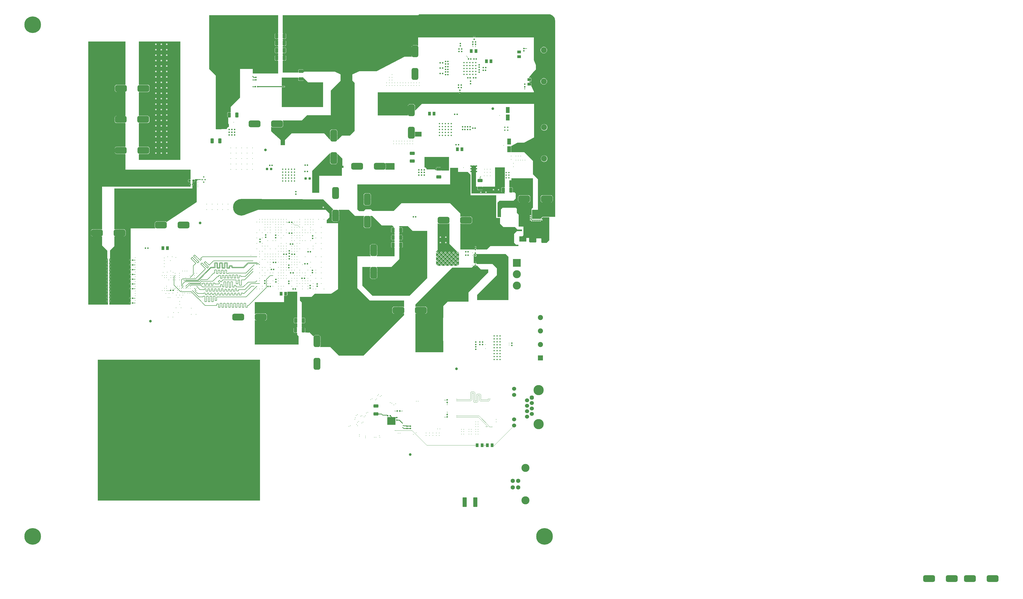
<source format=gbr>
%TF.GenerationSoftware,Altium Limited,Altium Designer,23.11.1 (41)*%
G04 Layer_Physical_Order=12*
G04 Layer_Color=16711680*
%FSLAX45Y45*%
%MOMM*%
%TF.SameCoordinates,85413206-E3E1-404A-8318-C17176F6EAC7*%
%TF.FilePolarity,Positive*%
%TF.FileFunction,Copper,L12,Bot,Signal*%
%TF.Part,Single*%
G01*
G75*
%TA.AperFunction,SMDPad,CuDef*%
G04:AMPARAMS|DCode=10|XSize=4.4mm|YSize=2.5mm|CornerRadius=0.625mm|HoleSize=0mm|Usage=FLASHONLY|Rotation=0.000|XOffset=0mm|YOffset=0mm|HoleType=Round|Shape=RoundedRectangle|*
%AMROUNDEDRECTD10*
21,1,4.40000,1.25000,0,0,0.0*
21,1,3.15000,2.50000,0,0,0.0*
1,1,1.25000,1.57500,-0.62500*
1,1,1.25000,-1.57500,-0.62500*
1,1,1.25000,-1.57500,0.62500*
1,1,1.25000,1.57500,0.62500*
%
%ADD10ROUNDEDRECTD10*%
G04:AMPARAMS|DCode=14|XSize=4.4mm|YSize=2.5mm|CornerRadius=0.625mm|HoleSize=0mm|Usage=FLASHONLY|Rotation=270.000|XOffset=0mm|YOffset=0mm|HoleType=Round|Shape=RoundedRectangle|*
%AMROUNDEDRECTD14*
21,1,4.40000,1.25000,0,0,270.0*
21,1,3.15000,2.50000,0,0,270.0*
1,1,1.25000,-0.62500,-1.57500*
1,1,1.25000,-0.62500,1.57500*
1,1,1.25000,0.62500,1.57500*
1,1,1.25000,0.62500,-1.57500*
%
%ADD14ROUNDEDRECTD14*%
G04:AMPARAMS|DCode=24|XSize=0.508mm|YSize=0.508mm|CornerRadius=0.1524mm|HoleSize=0mm|Usage=FLASHONLY|Rotation=0.000|XOffset=0mm|YOffset=0mm|HoleType=Round|Shape=RoundedRectangle|*
%AMROUNDEDRECTD24*
21,1,0.50800,0.20320,0,0,0.0*
21,1,0.20320,0.50800,0,0,0.0*
1,1,0.30480,0.10160,-0.10160*
1,1,0.30480,-0.10160,-0.10160*
1,1,0.30480,-0.10160,0.10160*
1,1,0.30480,0.10160,0.10160*
%
%ADD24ROUNDEDRECTD24*%
G04:AMPARAMS|DCode=25|XSize=1.8034mm|YSize=1.1938mm|CornerRadius=0.20295mm|HoleSize=0mm|Usage=FLASHONLY|Rotation=270.000|XOffset=0mm|YOffset=0mm|HoleType=Round|Shape=RoundedRectangle|*
%AMROUNDEDRECTD25*
21,1,1.80340,0.78791,0,0,270.0*
21,1,1.39751,1.19380,0,0,270.0*
1,1,0.40589,-0.39395,-0.69875*
1,1,0.40589,-0.39395,0.69875*
1,1,0.40589,0.39395,0.69875*
1,1,0.40589,0.39395,-0.69875*
%
%ADD25ROUNDEDRECTD25*%
G04:AMPARAMS|DCode=26|XSize=0.508mm|YSize=0.508mm|CornerRadius=0.1524mm|HoleSize=0mm|Usage=FLASHONLY|Rotation=270.000|XOffset=0mm|YOffset=0mm|HoleType=Round|Shape=RoundedRectangle|*
%AMROUNDEDRECTD26*
21,1,0.50800,0.20320,0,0,270.0*
21,1,0.20320,0.50800,0,0,270.0*
1,1,0.30480,-0.10160,-0.10160*
1,1,0.30480,-0.10160,0.10160*
1,1,0.30480,0.10160,0.10160*
1,1,0.30480,0.10160,-0.10160*
%
%ADD26ROUNDEDRECTD26*%
G04:AMPARAMS|DCode=27|XSize=1.8034mm|YSize=1.1938mm|CornerRadius=0.20295mm|HoleSize=0mm|Usage=FLASHONLY|Rotation=180.000|XOffset=0mm|YOffset=0mm|HoleType=Round|Shape=RoundedRectangle|*
%AMROUNDEDRECTD27*
21,1,1.80340,0.78791,0,0,180.0*
21,1,1.39751,1.19380,0,0,180.0*
1,1,0.40589,-0.69875,0.39395*
1,1,0.40589,0.69875,0.39395*
1,1,0.40589,0.69875,-0.39395*
1,1,0.40589,-0.69875,-0.39395*
%
%ADD27ROUNDEDRECTD27*%
G04:AMPARAMS|DCode=28|XSize=1.397mm|YSize=1.0922mm|CornerRadius=0.20206mm|HoleSize=0mm|Usage=FLASHONLY|Rotation=0.000|XOffset=0mm|YOffset=0mm|HoleType=Round|Shape=RoundedRectangle|*
%AMROUNDEDRECTD28*
21,1,1.39700,0.68809,0,0,0.0*
21,1,0.99289,1.09220,0,0,0.0*
1,1,0.40411,0.49644,-0.34404*
1,1,0.40411,-0.49644,-0.34404*
1,1,0.40411,-0.49644,0.34404*
1,1,0.40411,0.49644,0.34404*
%
%ADD28ROUNDEDRECTD28*%
%ADD31C,1.00000*%
G04:AMPARAMS|DCode=34|XSize=0.889mm|YSize=0.8636mm|CornerRadius=0.15113mm|HoleSize=0mm|Usage=FLASHONLY|Rotation=0.000|XOffset=0mm|YOffset=0mm|HoleType=Round|Shape=RoundedRectangle|*
%AMROUNDEDRECTD34*
21,1,0.88900,0.56134,0,0,0.0*
21,1,0.58674,0.86360,0,0,0.0*
1,1,0.30226,0.29337,-0.28067*
1,1,0.30226,-0.29337,-0.28067*
1,1,0.30226,-0.29337,0.28067*
1,1,0.30226,0.29337,0.28067*
%
%ADD34ROUNDEDRECTD34*%
G04:AMPARAMS|DCode=36|XSize=1.397mm|YSize=1.0922mm|CornerRadius=0.20206mm|HoleSize=0mm|Usage=FLASHONLY|Rotation=270.000|XOffset=0mm|YOffset=0mm|HoleType=Round|Shape=RoundedRectangle|*
%AMROUNDEDRECTD36*
21,1,1.39700,0.68809,0,0,270.0*
21,1,0.99289,1.09220,0,0,270.0*
1,1,0.40411,-0.34404,-0.49644*
1,1,0.40411,-0.34404,0.49644*
1,1,0.40411,0.34404,0.49644*
1,1,0.40411,0.34404,-0.49644*
%
%ADD36ROUNDEDRECTD36*%
G04:AMPARAMS|DCode=45|XSize=1.6mm|YSize=3.5mm|CornerRadius=0.2mm|HoleSize=0mm|Usage=FLASHONLY|Rotation=0.000|XOffset=0mm|YOffset=0mm|HoleType=Round|Shape=RoundedRectangle|*
%AMROUNDEDRECTD45*
21,1,1.60000,3.10000,0,0,0.0*
21,1,1.20000,3.50000,0,0,0.0*
1,1,0.40000,0.60000,-1.55000*
1,1,0.40000,-0.60000,-1.55000*
1,1,0.40000,-0.60000,1.55000*
1,1,0.40000,0.60000,1.55000*
%
%ADD45ROUNDEDRECTD45*%
%ADD52R,1.35000X2.20000*%
%TA.AperFunction,Conductor*%
%ADD80C,0.12700*%
%ADD81C,0.10160*%
%ADD82C,0.15240*%
%ADD84C,0.25400*%
%TA.AperFunction,ComponentPad*%
%ADD88C,6.20000*%
%ADD89C,2.20000*%
%ADD90C,3.81000*%
G04:AMPARAMS|DCode=91|XSize=1.524mm|YSize=1.524mm|CornerRadius=0mm|HoleSize=0mm|Usage=FLASHONLY|Rotation=90.000|XOffset=0mm|YOffset=0mm|HoleType=Round|Shape=Octagon|*
%AMOCTAGOND91*
4,1,8,0.38100,0.76200,-0.38100,0.76200,-0.76200,0.38100,-0.76200,-0.38100,-0.38100,-0.76200,0.38100,-0.76200,0.76200,-0.38100,0.76200,0.38100,0.38100,0.76200,0.0*
%
%ADD91OCTAGOND91*%

%ADD92C,1.52400*%
%ADD93C,3.00000*%
%ADD94C,1.60000*%
%ADD95C,0.60000*%
%ADD96R,1.90500X1.90500*%
%ADD97C,1.90500*%
%ADD98R,3.00000X3.00000*%
%TA.AperFunction,ViaPad*%
%ADD99C,0.30480*%
%ADD100C,0.55880*%
%ADD101C,0.50000*%
%ADD102C,0.50800*%
%TA.AperFunction,ConnectorPad*%
G04:AMPARAMS|DCode=104|XSize=4.4mm|YSize=2.5mm|CornerRadius=0.625mm|HoleSize=0mm|Usage=FLASHONLY|Rotation=180.000|XOffset=0mm|YOffset=0mm|HoleType=Round|Shape=RoundedRectangle|*
%AMROUNDEDRECTD104*
21,1,4.40000,1.25000,0,0,180.0*
21,1,3.15000,2.50000,0,0,180.0*
1,1,1.25000,-1.57500,0.62500*
1,1,1.25000,1.57500,0.62500*
1,1,1.25000,1.57500,-0.62500*
1,1,1.25000,-1.57500,-0.62500*
%
%ADD104ROUNDEDRECTD104*%
%TA.AperFunction,Conductor*%
%ADD105C,0.30480*%
G36*
X19757951Y19949460D02*
X19803677Y19935590D01*
X19845818Y19913066D01*
X19882753Y19882753D01*
X19913066Y19845818D01*
X19935590Y19803677D01*
X19949460Y19757951D01*
X19953780Y19714095D01*
X19953044Y19710399D01*
Y12394376D01*
X19514188Y12393757D01*
X19487895Y12394463D01*
X19406187Y12312756D01*
X19096188D01*
X19089375Y12644689D01*
X19098264Y12653761D01*
X19309100D01*
Y13795766D01*
X19129385Y13975481D01*
Y14486105D01*
X18800063Y14806120D01*
X18312320D01*
Y14912309D01*
X18303877D01*
Y14919930D01*
X18312320D01*
Y15030251D01*
X18549004Y15158556D01*
X18791959D01*
X19170650Y15357274D01*
Y16607820D01*
X14981470D01*
X14737257Y16363608D01*
X14725525Y16368468D01*
Y16527800D01*
X14723116Y16546104D01*
X14716049Y16563162D01*
X14707149Y16574760D01*
X14701027Y16568639D01*
X14695639Y16574028D01*
X14701761Y16580148D01*
X14690163Y16589049D01*
X14673105Y16596115D01*
X14654799Y16598524D01*
X14596109D01*
Y16589478D01*
X14588489D01*
Y16598524D01*
X14529799D01*
X14511494Y16596115D01*
X14494437Y16589049D01*
X14482838Y16580148D01*
X14488960Y16574028D01*
X14483572Y16568639D01*
X14477451Y16574760D01*
X14468550Y16563162D01*
X14461484Y16546104D01*
X14459074Y16527800D01*
Y16374110D01*
X14468123D01*
Y16366490D01*
X14459074D01*
Y16212801D01*
X14461484Y16194495D01*
X14465149Y16185649D01*
X14456662Y16172949D01*
X13334547D01*
Y17039247D01*
X16362392D01*
X16362701Y17038870D01*
Y17032521D01*
X16371593D01*
Y17024901D01*
X16362701D01*
Y17018552D01*
X16364474Y17009631D01*
X16367371Y17005299D01*
X16373460Y17011391D01*
X16378848Y17006001D01*
X16372758Y16999911D01*
X16377089Y16997018D01*
X16386009Y16995244D01*
X16392358D01*
Y17004135D01*
X16399979D01*
Y16995244D01*
X16406329D01*
X16415248Y16997018D01*
X16419580Y16999911D01*
X16413490Y17006001D01*
X16418878Y17011391D01*
X16424968Y17005299D01*
X16427863Y17009631D01*
X16429637Y17018552D01*
Y17024901D01*
X16420744D01*
Y17032521D01*
X16429637D01*
Y17038870D01*
X16429945Y17039247D01*
X19156572D01*
X19156059Y17073259D01*
X19056993Y17287045D01*
X19057501Y17287386D01*
X19063651Y17296590D01*
X19065810Y17307446D01*
Y17338040D01*
X19056822D01*
Y17345660D01*
X19065810D01*
Y17376254D01*
X19063651Y17387111D01*
X19059659Y17393086D01*
X19053586Y17387013D01*
X19048198Y17392401D01*
X19054271Y17398474D01*
X19048297Y17402466D01*
X19037440Y17404625D01*
X19002507D01*
X18987987Y17435962D01*
X18994823Y17446664D01*
X19037440D01*
X19049287Y17449022D01*
X19059332Y17455733D01*
X19066045Y17465778D01*
X19068401Y17477626D01*
Y17546434D01*
X19066045Y17558282D01*
X19059332Y17568327D01*
X19049287Y17575038D01*
X19037440Y17577396D01*
X18980565D01*
X18971770Y17586555D01*
X18971915Y17590117D01*
X19156059Y17821259D01*
X19240108Y17894299D01*
Y18056883D01*
X19156059Y18241660D01*
Y19088100D01*
X16975177D01*
X16965109Y19100417D01*
Y19106766D01*
X16956218D01*
Y19114386D01*
X16965109D01*
Y19120737D01*
X16963335Y19129655D01*
X16960442Y19133987D01*
X16954350Y19127898D01*
X16948962Y19133286D01*
X16955052Y19139375D01*
X16950722Y19142270D01*
X16941801Y19144044D01*
X16935451D01*
Y19135153D01*
X16927831D01*
Y19144044D01*
X16921481D01*
X16912563Y19142270D01*
X16908231Y19139375D01*
X16914320Y19133286D01*
X16908932Y19127898D01*
X16902843Y19133987D01*
X16899948Y19129655D01*
X16898174Y19120737D01*
Y19114386D01*
X16907065D01*
Y19106766D01*
X16898174D01*
Y19100417D01*
X16888106Y19088100D01*
X14846300D01*
Y18786411D01*
X14833600Y18780148D01*
X14825537Y18786336D01*
X14808479Y18793401D01*
X14790173Y18795810D01*
X14731483D01*
Y18786761D01*
X14723865D01*
Y18795810D01*
X14665173D01*
X14646869Y18793401D01*
X14629813Y18786336D01*
X14618213Y18777435D01*
X14624335Y18771313D01*
X14618947Y18765926D01*
X14612825Y18772047D01*
X14603925Y18760448D01*
X14596860Y18743390D01*
X14594449Y18725085D01*
Y18571394D01*
X14603497D01*
Y18563776D01*
X14594449D01*
Y18410086D01*
X14596860Y18391782D01*
X14603023Y18376900D01*
X14597855Y18364200D01*
X14338300D01*
X13294524Y17826518D01*
X12647313D01*
X12390631Y17710477D01*
Y17470506D01*
X12467427Y17393710D01*
Y15598653D01*
X12294411Y15425636D01*
X12000090D01*
X11836042Y15261588D01*
X11824573Y15266899D01*
X11823969Y15267474D01*
Y15420868D01*
X11814920D01*
Y15428488D01*
X11823969D01*
Y15582178D01*
X11821559Y15600484D01*
X11814493Y15617542D01*
X11805593Y15629140D01*
X11799471Y15623018D01*
X11794083Y15628406D01*
X11800205Y15634528D01*
X11788606Y15643428D01*
X11771549Y15650493D01*
X11753244Y15652904D01*
X11694554D01*
Y15643855D01*
X11686934D01*
Y15652904D01*
X11628244D01*
X11609939Y15650493D01*
X11592881Y15643428D01*
X11581283Y15634528D01*
X11587404Y15628406D01*
X11582016Y15623018D01*
X11575894Y15629140D01*
X11566994Y15617542D01*
X11559929Y15600484D01*
X11557519Y15582178D01*
Y15428488D01*
X11566567D01*
Y15420868D01*
X11557519D01*
Y15272491D01*
X11544819Y15267711D01*
X11333599Y15508519D01*
X10116399D01*
X9869217Y15261337D01*
Y15066338D01*
X9714218D01*
Y15261337D01*
X9356158Y15579396D01*
Y15745657D01*
X9367846Y15749947D01*
X9368858Y15750081D01*
X9383296Y15739003D01*
X9400353Y15731937D01*
X9418658Y15729527D01*
X9572348D01*
Y15738576D01*
X9579968D01*
Y15729527D01*
X9733658D01*
X9751963Y15731937D01*
X9769021Y15739003D01*
X9780620Y15747903D01*
X9774498Y15754025D01*
X9779886Y15759413D01*
X9786008Y15753291D01*
X9794908Y15764890D01*
X9801973Y15781947D01*
X9804383Y15800252D01*
Y15858942D01*
X9795335D01*
Y15866562D01*
X9804383D01*
Y15925252D01*
X9801973Y15943558D01*
X9794908Y15960616D01*
X9783828Y15975053D01*
X9783961Y15976059D01*
X9788251Y15987753D01*
X10015688Y15987753D01*
X10500682Y15987752D01*
X10696314Y16183385D01*
X11584049Y16183385D01*
Y17103926D01*
X11950631Y17470506D01*
Y17710913D01*
X11735434Y17813324D01*
X10596743D01*
X10583002Y17799583D01*
X10570302Y17804845D01*
Y17822710D01*
X10561312D01*
Y17830328D01*
X10570302D01*
Y17865913D01*
X10568136Y17876807D01*
X10564124Y17882809D01*
X10558052Y17876736D01*
X10552663Y17882124D01*
X10558736Y17888197D01*
X10552733Y17892209D01*
X10541841Y17894376D01*
X10475775D01*
Y17885385D01*
X10468155D01*
Y17894376D01*
X10402090D01*
X10391198Y17892209D01*
X10385195Y17888197D01*
X10391267Y17882124D01*
X10385879Y17876736D01*
X10379807Y17882809D01*
X10375795Y17876807D01*
X10373628Y17865913D01*
Y17830328D01*
X10382619D01*
Y17822710D01*
X10373628D01*
Y17787123D01*
X10373957Y17785474D01*
X10363995Y17772774D01*
X9791700D01*
Y18215079D01*
X9804400Y18223970D01*
X9808334Y18223187D01*
X9843920D01*
Y18232178D01*
X9851540D01*
Y18223187D01*
X9887125D01*
X9898017Y18225354D01*
X9904021Y18229366D01*
X9897948Y18235439D01*
X9903336Y18240826D01*
X9909409Y18234753D01*
X9913420Y18240758D01*
X9915587Y18251649D01*
Y18317714D01*
X9906596D01*
Y18325334D01*
X9915587D01*
Y18391400D01*
X9913420Y18402290D01*
X9909409Y18408295D01*
X9903336Y18402222D01*
X9897948Y18407610D01*
X9904021Y18413683D01*
X9898017Y18417694D01*
X9887125Y18419861D01*
X9851540D01*
Y18410870D01*
X9843920D01*
Y18419861D01*
X9808334D01*
X9804400Y18419078D01*
X9791700Y18427969D01*
Y18498380D01*
X9804400Y18507269D01*
X9808334Y18506487D01*
X9843920D01*
Y18515479D01*
X9851540D01*
Y18506487D01*
X9887125D01*
X9898017Y18508653D01*
X9904021Y18512666D01*
X9897948Y18518738D01*
X9903336Y18524126D01*
X9909409Y18518054D01*
X9913420Y18524057D01*
X9915587Y18534949D01*
Y18601015D01*
X9906596D01*
Y18608633D01*
X9915587D01*
Y18674699D01*
X9913420Y18685593D01*
X9909409Y18691595D01*
X9903336Y18685522D01*
X9897948Y18690910D01*
X9904021Y18696983D01*
X9898017Y18700995D01*
X9887125Y18703162D01*
X9851540D01*
Y18694171D01*
X9843920D01*
Y18703162D01*
X9808334D01*
X9804400Y18702379D01*
X9791700Y18711269D01*
Y18765820D01*
X9804400Y18774712D01*
X9808334Y18773929D01*
X9843920D01*
Y18782919D01*
X9851540D01*
Y18773929D01*
X9887125D01*
X9898017Y18776096D01*
X9904020Y18780107D01*
X9897948Y18786180D01*
X9903336Y18791568D01*
X9909408Y18785495D01*
X9913420Y18791499D01*
X9915586Y18802391D01*
Y18868456D01*
X9906596D01*
Y18876076D01*
X9915586D01*
Y18942142D01*
X9913420Y18953033D01*
X9909408Y18959036D01*
X9903336Y18952963D01*
X9897948Y18958353D01*
X9904020Y18964426D01*
X9898017Y18968436D01*
X9887125Y18970602D01*
X9851540D01*
Y18961613D01*
X9843920D01*
Y18970602D01*
X9808334D01*
X9804400Y18969820D01*
X9791700Y18978711D01*
Y19029980D01*
X9804400Y19038872D01*
X9808334Y19038089D01*
X9843920D01*
Y19047079D01*
X9851540D01*
Y19038089D01*
X9887125D01*
X9898017Y19040256D01*
X9904021Y19044267D01*
X9897948Y19050340D01*
X9903336Y19055728D01*
X9909409Y19049655D01*
X9913420Y19055659D01*
X9915587Y19066551D01*
Y19132616D01*
X9906596D01*
Y19140236D01*
X9915587D01*
Y19206300D01*
X9913420Y19217194D01*
X9909409Y19223196D01*
X9903336Y19217123D01*
X9897948Y19222511D01*
X9904021Y19228584D01*
X9898017Y19232596D01*
X9887125Y19234763D01*
X9851540D01*
Y19225774D01*
X9843920D01*
Y19234763D01*
X9808334D01*
X9804400Y19233980D01*
X9791700Y19242871D01*
Y19913600D01*
X14846300D01*
X14884096Y19951396D01*
X19710356Y19950850D01*
X19721451Y19953055D01*
X19757951Y19949460D01*
D02*
G37*
G36*
X9621911Y19238881D02*
X9609211Y19232092D01*
X9608457Y19232596D01*
X9597565Y19234763D01*
X9561980D01*
Y19225774D01*
X9554360D01*
Y19234763D01*
X9518774D01*
X9507883Y19232596D01*
X9501879Y19228584D01*
X9507952Y19222511D01*
X9502564Y19217123D01*
X9496491Y19223196D01*
X9492480Y19217194D01*
X9490313Y19206300D01*
Y19140236D01*
X9499303D01*
Y19132616D01*
X9490313D01*
Y19066551D01*
X9492480Y19055659D01*
X9496491Y19049655D01*
X9502564Y19055728D01*
X9507952Y19050340D01*
X9501879Y19044267D01*
X9507883Y19040256D01*
X9518774Y19038089D01*
X9554360D01*
Y19047079D01*
X9561980D01*
Y19038089D01*
X9597565D01*
X9608457Y19040256D01*
X9609211Y19040759D01*
X9621911Y19033971D01*
Y18974721D01*
X9609211Y18967932D01*
X9608457Y18968436D01*
X9597565Y18970602D01*
X9561980D01*
Y18961613D01*
X9554360D01*
Y18970602D01*
X9518774D01*
X9507882Y18968436D01*
X9501879Y18964426D01*
X9507952Y18958353D01*
X9502563Y18952963D01*
X9496491Y18959036D01*
X9492479Y18953033D01*
X9490313Y18942142D01*
Y18876076D01*
X9499303D01*
Y18868456D01*
X9490313D01*
Y18802391D01*
X9492479Y18791499D01*
X9496491Y18785495D01*
X9502563Y18791568D01*
X9507952Y18786180D01*
X9501879Y18780107D01*
X9507882Y18776096D01*
X9518774Y18773929D01*
X9554360D01*
Y18782919D01*
X9561980D01*
Y18773929D01*
X9597565D01*
X9608457Y18776096D01*
X9609211Y18776601D01*
X9621911Y18769810D01*
Y18707278D01*
X9609211Y18700491D01*
X9608457Y18700995D01*
X9597565Y18703162D01*
X9561980D01*
Y18694171D01*
X9554360D01*
Y18703162D01*
X9518774D01*
X9507883Y18700995D01*
X9501879Y18696983D01*
X9507952Y18690910D01*
X9502564Y18685522D01*
X9496491Y18691595D01*
X9492480Y18685593D01*
X9490313Y18674699D01*
Y18608633D01*
X9499303D01*
Y18601015D01*
X9490313D01*
Y18534949D01*
X9492480Y18524057D01*
X9496491Y18518054D01*
X9502564Y18524126D01*
X9507952Y18518738D01*
X9501879Y18512666D01*
X9507883Y18508653D01*
X9518774Y18506487D01*
X9554360D01*
Y18515479D01*
X9561980D01*
Y18506487D01*
X9597565D01*
X9608457Y18508653D01*
X9609211Y18509158D01*
X9621911Y18502370D01*
Y18423979D01*
X9609211Y18417191D01*
X9608457Y18417694D01*
X9597565Y18419861D01*
X9561980D01*
Y18410870D01*
X9554360D01*
Y18419861D01*
X9518774D01*
X9507883Y18417694D01*
X9501879Y18413683D01*
X9507952Y18407610D01*
X9502564Y18402222D01*
X9496491Y18408295D01*
X9492480Y18402290D01*
X9490313Y18391400D01*
Y18325334D01*
X9499303D01*
Y18317714D01*
X9490313D01*
Y18251649D01*
X9492480Y18240758D01*
X9496491Y18234753D01*
X9502564Y18240826D01*
X9507952Y18235439D01*
X9501879Y18229366D01*
X9507883Y18225354D01*
X9518774Y18223187D01*
X9554360D01*
Y18232178D01*
X9561980D01*
Y18223187D01*
X9597565D01*
X9608457Y18225354D01*
X9609211Y18225858D01*
X9621911Y18219069D01*
Y17743675D01*
X8667168D01*
Y17907001D01*
X8197288D01*
Y16842461D01*
X7850632Y16495804D01*
Y16296094D01*
X7837932Y16289304D01*
X7837178Y16289809D01*
X7826286Y16291975D01*
X7790700D01*
Y16282985D01*
X7783080D01*
Y16291975D01*
X7747495D01*
X7736603Y16289809D01*
X7730600Y16285797D01*
X7736672Y16279724D01*
X7731284Y16274336D01*
X7725212Y16280409D01*
X7721200Y16274405D01*
X7719034Y16263515D01*
Y16197449D01*
X7728024D01*
Y16189828D01*
X7719034D01*
Y16123763D01*
X7721200Y16112871D01*
X7725212Y16106866D01*
X7731284Y16112939D01*
X7736672Y16107552D01*
X7730600Y16101479D01*
X7736603Y16097469D01*
X7747495Y16095300D01*
X7751839D01*
Y15885004D01*
X7766776Y15860802D01*
X7784276Y15834370D01*
Y15740804D01*
X7749276D01*
X7706779Y15698306D01*
Y15663394D01*
X7296893Y15662979D01*
X7287908Y15671954D01*
Y17667592D01*
X7048500Y17907001D01*
Y19913600D01*
X9621911D01*
Y19238881D01*
D02*
G37*
G36*
X3924300Y17326479D02*
X3914751Y17318106D01*
X3908038Y17318990D01*
X3754349D01*
Y17309941D01*
X3746729D01*
Y17318990D01*
X3593039D01*
X3574734Y17316580D01*
X3557676Y17309514D01*
X3546077Y17300613D01*
X3552199Y17294492D01*
X3546811Y17289104D01*
X3540689Y17295226D01*
X3531789Y17283627D01*
X3524724Y17266570D01*
X3522314Y17248264D01*
Y17189574D01*
X3531362D01*
Y17181953D01*
X3522314D01*
Y17123264D01*
X3524724Y17104959D01*
X3531789Y17087901D01*
X3540689Y17076303D01*
X3546811Y17082425D01*
X3552199Y17077037D01*
X3546077Y17070915D01*
X3557676Y17062015D01*
X3574734Y17054948D01*
X3593039Y17052539D01*
X3746729D01*
Y17061588D01*
X3754349D01*
Y17052539D01*
X3908038D01*
X3914751Y17053423D01*
X3924300Y17045049D01*
Y16169572D01*
X3911600Y16159389D01*
X3902201Y16160625D01*
X3748512D01*
Y16151578D01*
X3740892D01*
Y16160625D01*
X3587202D01*
X3568897Y16158215D01*
X3551839Y16151151D01*
X3540240Y16142249D01*
X3546362Y16136127D01*
X3540974Y16130739D01*
X3534852Y16136861D01*
X3525952Y16125262D01*
X3518887Y16108205D01*
X3516477Y16089900D01*
Y16031210D01*
X3525525D01*
Y16023590D01*
X3516477D01*
Y15964900D01*
X3518887Y15946594D01*
X3525952Y15929538D01*
X3534852Y15917940D01*
X3540974Y15924062D01*
X3546362Y15918674D01*
X3540240Y15912550D01*
X3551839Y15903650D01*
X3568897Y15896585D01*
X3587202Y15894176D01*
X3740892D01*
Y15903223D01*
X3748512D01*
Y15894176D01*
X3902201D01*
X3911600Y15895412D01*
X3924300Y15885226D01*
Y15014914D01*
X3911600Y15003926D01*
X3904001Y15004927D01*
X3750311D01*
Y14995879D01*
X3742691D01*
Y15004927D01*
X3589001D01*
X3570696Y15002518D01*
X3553639Y14995451D01*
X3542040Y14986551D01*
X3548162Y14980429D01*
X3542774Y14975041D01*
X3536652Y14981163D01*
X3527752Y14969563D01*
X3520686Y14952507D01*
X3518276Y14934203D01*
Y14875513D01*
X3527325D01*
Y14867892D01*
X3518276D01*
Y14809203D01*
X3520686Y14790897D01*
X3527752Y14773839D01*
X3536652Y14762241D01*
X3542774Y14768362D01*
X3548162Y14762975D01*
X3542040Y14756853D01*
X3553639Y14747952D01*
X3570696Y14740886D01*
X3589001Y14738477D01*
X3742691D01*
Y14747525D01*
X3750311D01*
Y14738477D01*
X3904001D01*
X3911600Y14739478D01*
X3924300Y14728490D01*
Y14147946D01*
X6350259D01*
X6350259Y13798787D01*
X6344554Y13792078D01*
X6337559Y13787711D01*
X6315315D01*
Y13778822D01*
X6307695D01*
Y13787711D01*
X6282168D01*
X6273298Y13785947D01*
X6269009Y13783080D01*
X6275100Y13776990D01*
X6269711Y13771600D01*
X6263620Y13777692D01*
X6260754Y13773402D01*
X6258990Y13764532D01*
Y13740276D01*
X6267879D01*
Y13732655D01*
X6258990D01*
Y13708398D01*
X6260754Y13699529D01*
X6263620Y13695239D01*
X6269711Y13701331D01*
X6275100Y13695943D01*
X6269009Y13689851D01*
X6273298Y13686984D01*
X6282168Y13685220D01*
X6307695D01*
Y13694109D01*
X6315315D01*
Y13685220D01*
X6340842D01*
X6350259Y13674144D01*
Y13629103D01*
X6344525D01*
Y13620212D01*
X6336905D01*
Y13629103D01*
X6330555D01*
X6321636Y13627328D01*
X6317304Y13624435D01*
X6323394Y13618346D01*
X6318006Y13612956D01*
X6311916Y13619046D01*
X6309022Y13614716D01*
X6307247Y13605795D01*
Y13599445D01*
X6316139D01*
Y13591824D01*
X6307247D01*
Y13585475D01*
X6309022Y13576556D01*
X6311916Y13572224D01*
X6318006Y13578314D01*
X6323394Y13572926D01*
X6317304Y13566837D01*
X6321636Y13563942D01*
X6330555Y13562167D01*
X6336905D01*
Y13571059D01*
X6344525D01*
Y13562167D01*
X6350259D01*
Y13522884D01*
X6339932Y13512556D01*
X3049701D01*
Y11927413D01*
X3039141Y11920357D01*
X3033202Y11922817D01*
X3014897Y11925227D01*
X2861207D01*
Y11916179D01*
X2853587D01*
Y11925227D01*
X2699898D01*
X2681593Y11922817D01*
X2664535Y11915752D01*
X2652936Y11906852D01*
X2659058Y11900730D01*
X2653670Y11895342D01*
X2647548Y11901463D01*
X2638648Y11889865D01*
X2631582Y11872807D01*
X2629173Y11854502D01*
Y11795812D01*
X2638221D01*
Y11788192D01*
X2629173D01*
Y11729502D01*
X2631582Y11711197D01*
X2638648Y11694140D01*
X2647548Y11682541D01*
X2653670Y11688663D01*
X2659058Y11683275D01*
X2652936Y11677153D01*
X2664535Y11668253D01*
X2681593Y11661187D01*
X2699898Y11658777D01*
X2853587D01*
Y11667826D01*
X2861207D01*
Y11658777D01*
X3014897D01*
X3033202Y11661187D01*
X3039141Y11663647D01*
X3049701Y11656591D01*
Y11322102D01*
X3240201Y11131602D01*
Y10852202D01*
X3263894Y10828509D01*
X3263444Y10814996D01*
X3256709Y10809469D01*
X3250360D01*
Y10800578D01*
X3242740D01*
Y10809469D01*
X3236390D01*
X3227470Y10807695D01*
X3223138Y10804800D01*
X3229228Y10798710D01*
X3223840Y10793322D01*
X3217750Y10799412D01*
X3214856Y10795081D01*
X3213082Y10786161D01*
Y10779811D01*
X3221973D01*
Y10772191D01*
X3213082D01*
Y10765841D01*
X3214856Y10756922D01*
X3217750Y10752590D01*
X3223840Y10758680D01*
X3229228Y10753292D01*
X3223138Y10747202D01*
X3227470Y10744307D01*
X3236390Y10742533D01*
X3242740D01*
Y10751425D01*
X3250360D01*
Y10742533D01*
X3256709D01*
X3265601Y10735236D01*
Y10689766D01*
X3256709Y10682469D01*
X3250360D01*
Y10673578D01*
X3242740D01*
Y10682469D01*
X3236390D01*
X3227470Y10680695D01*
X3223138Y10677800D01*
X3229228Y10671710D01*
X3223840Y10666322D01*
X3217750Y10672412D01*
X3214856Y10668081D01*
X3213082Y10659161D01*
Y10652811D01*
X3221973D01*
Y10645191D01*
X3213082D01*
Y10638841D01*
X3214856Y10629922D01*
X3217750Y10625590D01*
X3223840Y10631680D01*
X3229228Y10626292D01*
X3223138Y10620202D01*
X3227470Y10617307D01*
X3236390Y10615533D01*
X3242740D01*
Y10624425D01*
X3250360D01*
Y10615533D01*
X3256709D01*
X3265601Y10608236D01*
Y10562766D01*
X3256709Y10555469D01*
X3250360D01*
Y10546578D01*
X3242740D01*
Y10555469D01*
X3236390D01*
X3227470Y10553695D01*
X3223138Y10550800D01*
X3229228Y10544710D01*
X3223840Y10539322D01*
X3217750Y10545412D01*
X3214856Y10541081D01*
X3213082Y10532161D01*
Y10525811D01*
X3221973D01*
Y10518191D01*
X3213082D01*
Y10511841D01*
X3214856Y10502922D01*
X3217750Y10498590D01*
X3223840Y10504680D01*
X3229228Y10499292D01*
X3223138Y10493202D01*
X3227470Y10490307D01*
X3236390Y10488533D01*
X3242740D01*
Y10497425D01*
X3250360D01*
Y10488533D01*
X3256709D01*
X3265601Y10481236D01*
Y10435766D01*
X3256709Y10428469D01*
X3250360D01*
Y10419578D01*
X3242740D01*
Y10428469D01*
X3236390D01*
X3227470Y10426695D01*
X3223138Y10423800D01*
X3229228Y10417710D01*
X3223840Y10412322D01*
X3217750Y10418412D01*
X3214856Y10414081D01*
X3213082Y10405161D01*
Y10398811D01*
X3221973D01*
Y10391191D01*
X3213082D01*
Y10384841D01*
X3214856Y10375922D01*
X3217750Y10371590D01*
X3223840Y10377680D01*
X3229228Y10372292D01*
X3223138Y10366202D01*
X3227470Y10363307D01*
X3236390Y10361533D01*
X3242740D01*
Y10370425D01*
X3250360D01*
Y10361533D01*
X3256709D01*
X3265601Y10354236D01*
Y10308766D01*
X3256709Y10301469D01*
X3250360D01*
Y10292578D01*
X3242740D01*
Y10301469D01*
X3236390D01*
X3227470Y10299695D01*
X3223138Y10296800D01*
X3229228Y10290710D01*
X3223840Y10285322D01*
X3217750Y10291412D01*
X3214856Y10287081D01*
X3213082Y10278161D01*
Y10271811D01*
X3221973D01*
Y10264191D01*
X3213082D01*
Y10257841D01*
X3214856Y10248922D01*
X3217750Y10244590D01*
X3223840Y10250680D01*
X3229228Y10245292D01*
X3223138Y10239202D01*
X3227470Y10236307D01*
X3236390Y10234533D01*
X3242740D01*
Y10243425D01*
X3250360D01*
Y10234533D01*
X3256709D01*
X3265601Y10227236D01*
Y10181766D01*
X3256709Y10174469D01*
X3250360D01*
Y10165578D01*
X3242740D01*
Y10174469D01*
X3236390D01*
X3227470Y10172695D01*
X3223138Y10169800D01*
X3229228Y10163710D01*
X3223840Y10158322D01*
X3217750Y10164412D01*
X3214856Y10160081D01*
X3213082Y10151161D01*
Y10144811D01*
X3221973D01*
Y10137191D01*
X3213082D01*
Y10130841D01*
X3214856Y10121922D01*
X3217750Y10117590D01*
X3223840Y10123680D01*
X3229228Y10118292D01*
X3223138Y10112202D01*
X3227470Y10109307D01*
X3236390Y10107533D01*
X3242740D01*
Y10116425D01*
X3250360D01*
Y10107533D01*
X3256709D01*
X3265601Y10100236D01*
Y10054766D01*
X3256709Y10047469D01*
X3250360D01*
Y10038578D01*
X3242740D01*
Y10047469D01*
X3236390D01*
X3227470Y10045695D01*
X3223138Y10042800D01*
X3229228Y10036710D01*
X3223840Y10031322D01*
X3217750Y10037412D01*
X3214856Y10033081D01*
X3213082Y10024161D01*
Y10017811D01*
X3221973D01*
Y10010191D01*
X3213082D01*
Y10003841D01*
X3214856Y9994922D01*
X3217750Y9990590D01*
X3223840Y9996680D01*
X3229228Y9991292D01*
X3223138Y9985202D01*
X3227470Y9982307D01*
X3236390Y9980533D01*
X3242740D01*
Y9989425D01*
X3250360D01*
Y9980533D01*
X3256709D01*
X3265601Y9973236D01*
Y9927766D01*
X3256709Y9920469D01*
X3250360D01*
Y9911578D01*
X3242740D01*
Y9920469D01*
X3236390D01*
X3227470Y9918695D01*
X3223138Y9915800D01*
X3229228Y9909710D01*
X3223840Y9904322D01*
X3217750Y9910412D01*
X3214856Y9906081D01*
X3213082Y9897161D01*
Y9890811D01*
X3221973D01*
Y9883191D01*
X3213082D01*
Y9876841D01*
X3214856Y9867922D01*
X3217750Y9863590D01*
X3223840Y9869680D01*
X3229228Y9864292D01*
X3223138Y9858202D01*
X3227470Y9855307D01*
X3236390Y9853533D01*
X3242740D01*
Y9862425D01*
X3250360D01*
Y9853533D01*
X3256709D01*
X3265601Y9846236D01*
Y9800766D01*
X3256709Y9793469D01*
X3250360D01*
Y9784578D01*
X3242740D01*
Y9793469D01*
X3236390D01*
X3227470Y9791695D01*
X3223138Y9788800D01*
X3229228Y9782710D01*
X3223840Y9777322D01*
X3217750Y9783412D01*
X3214856Y9779081D01*
X3213082Y9770161D01*
Y9763811D01*
X3221973D01*
Y9756191D01*
X3213082D01*
Y9749841D01*
X3214856Y9740922D01*
X3217750Y9736590D01*
X3223840Y9742680D01*
X3229228Y9737292D01*
X3223138Y9731202D01*
X3227470Y9728307D01*
X3236390Y9726533D01*
X3242740D01*
Y9735425D01*
X3250360D01*
Y9726533D01*
X3256709D01*
X3265601Y9719236D01*
Y9673766D01*
X3256709Y9666469D01*
X3250360D01*
Y9657578D01*
X3242740D01*
Y9666469D01*
X3236390D01*
X3227470Y9664695D01*
X3223138Y9661800D01*
X3229228Y9655710D01*
X3223840Y9650322D01*
X3217750Y9656412D01*
X3214856Y9652081D01*
X3213082Y9643161D01*
Y9636811D01*
X3221973D01*
Y9629191D01*
X3213082D01*
Y9622841D01*
X3214856Y9613922D01*
X3217750Y9609590D01*
X3223840Y9615680D01*
X3229228Y9610292D01*
X3223138Y9604202D01*
X3227470Y9601307D01*
X3236390Y9599533D01*
X3242740D01*
Y9608425D01*
X3250360D01*
Y9599533D01*
X3256709D01*
X3265601Y9592236D01*
Y9546766D01*
X3256711Y9539470D01*
X3250361D01*
Y9530579D01*
X3242741D01*
Y9539470D01*
X3236391D01*
X3227471Y9537696D01*
X3223140Y9534802D01*
X3229230Y9528712D01*
X3223841Y9523324D01*
X3217752Y9529414D01*
X3214857Y9525082D01*
X3213083Y9516162D01*
Y9509812D01*
X3221974D01*
Y9502192D01*
X3213083D01*
Y9495842D01*
X3214857Y9486923D01*
X3217752Y9482591D01*
X3223841Y9488681D01*
X3229230Y9483293D01*
X3223140Y9477203D01*
X3227471Y9474309D01*
X3236391Y9472535D01*
X3242741D01*
Y9481426D01*
X3250361D01*
Y9472535D01*
X3256711D01*
X3265601Y9465239D01*
Y9419766D01*
X3256709Y9412469D01*
X3250360D01*
Y9403578D01*
X3242740D01*
Y9412469D01*
X3236390D01*
X3227470Y9410695D01*
X3223138Y9407800D01*
X3229228Y9401710D01*
X3223840Y9396322D01*
X3217750Y9402412D01*
X3214856Y9398081D01*
X3213082Y9389161D01*
Y9382811D01*
X3221973D01*
Y9375191D01*
X3213082D01*
Y9368841D01*
X3214856Y9359922D01*
X3217750Y9355590D01*
X3223840Y9361680D01*
X3229228Y9356292D01*
X3223138Y9350202D01*
X3227470Y9347307D01*
X3236390Y9345533D01*
X3242740D01*
Y9354425D01*
X3250360D01*
Y9345533D01*
X3256709D01*
X3265601Y9338236D01*
Y9292766D01*
X3256709Y9285469D01*
X3250360D01*
Y9276578D01*
X3242740D01*
Y9285469D01*
X3236390D01*
X3227470Y9283695D01*
X3223138Y9280800D01*
X3229228Y9274710D01*
X3223840Y9269322D01*
X3217750Y9275412D01*
X3214856Y9271081D01*
X3213082Y9262161D01*
Y9255811D01*
X3221973D01*
Y9248191D01*
X3213082D01*
Y9241841D01*
X3214856Y9232922D01*
X3217750Y9228590D01*
X3223840Y9234680D01*
X3229228Y9229292D01*
X3223138Y9223202D01*
X3227470Y9220307D01*
X3236390Y9218533D01*
X3242740D01*
Y9227425D01*
X3250360D01*
Y9218533D01*
X3256709D01*
X3265601Y9211236D01*
Y9112258D01*
X2529001D01*
Y14147946D01*
Y18935699D01*
X3924300D01*
Y17326479D01*
D02*
G37*
G36*
X5969000Y14516100D02*
X4419600D01*
Y14727670D01*
X4429000Y14735915D01*
X4743999D01*
X4762967Y14738412D01*
X4780643Y14745734D01*
X4795821Y14757381D01*
X4807468Y14772559D01*
X4814789Y14790234D01*
X4817286Y14809203D01*
Y14934203D01*
X4814789Y14953169D01*
X4807468Y14970845D01*
X4795821Y14986023D01*
X4780643Y14997670D01*
X4762967Y15004991D01*
X4743999Y15007487D01*
X4429000D01*
X4419600Y15015732D01*
Y15884949D01*
X4427200Y15891612D01*
X4742200D01*
X4761168Y15894110D01*
X4778843Y15901431D01*
X4794021Y15913078D01*
X4805668Y15928256D01*
X4812990Y15945932D01*
X4815487Y15964900D01*
Y16089900D01*
X4812990Y16108868D01*
X4805668Y16126544D01*
X4794021Y16141722D01*
X4778843Y16153368D01*
X4761168Y16160690D01*
X4742200Y16163187D01*
X4427200D01*
X4419600Y16169852D01*
Y17042116D01*
X4429148Y17050488D01*
X4433037Y17049979D01*
X4748037D01*
X4767005Y17052475D01*
X4784680Y17059796D01*
X4799858Y17071443D01*
X4811505Y17086621D01*
X4818827Y17104295D01*
X4821324Y17123264D01*
Y17248264D01*
X4818827Y17267232D01*
X4811505Y17284908D01*
X4799858Y17300085D01*
X4784680Y17311732D01*
X4767005Y17319054D01*
X4748037Y17321552D01*
X4433037D01*
X4429148Y17321040D01*
X4419600Y17329413D01*
Y18935699D01*
X5969000D01*
Y14516100D01*
D02*
G37*
G36*
X10373957Y17578004D02*
X10373628Y17576353D01*
Y17540768D01*
X10382619D01*
Y17533150D01*
X10373628D01*
Y17497563D01*
X10375795Y17486671D01*
X10379807Y17480669D01*
X10385879Y17486742D01*
X10391267Y17481354D01*
X10385195Y17475281D01*
X10391198Y17471269D01*
X10402090Y17469102D01*
X10468155D01*
Y17478091D01*
X10475775D01*
Y17469102D01*
X10541841D01*
X10552733Y17471269D01*
X10558736Y17475281D01*
X10552663Y17481354D01*
X10558052Y17486742D01*
X10564124Y17480669D01*
X10568136Y17486671D01*
X10570302Y17497563D01*
Y17533150D01*
X10561312D01*
Y17540768D01*
X10570302D01*
Y17558633D01*
X10583002Y17563895D01*
X10733570Y17413326D01*
X11294578D01*
Y16490506D01*
X9755535D01*
Y17224173D01*
X9847730D01*
X9850231Y17224670D01*
X9852782D01*
X9855138Y17225647D01*
X9857640Y17226144D01*
X9859761Y17227562D01*
X9862117Y17228539D01*
X9863921Y17230341D01*
X9866042Y17231760D01*
X9867459Y17233881D01*
X9869263Y17235683D01*
X9870239Y17238039D01*
X9871656Y17240160D01*
X9872153Y17242662D01*
X9873130Y17245020D01*
Y17247569D01*
X9873627Y17250072D01*
X9873130Y17252573D01*
Y17255122D01*
X9872153Y17257480D01*
X9871656Y17259981D01*
X9870239Y17262102D01*
X9869263Y17264459D01*
X9867459Y17266261D01*
X9866042Y17268382D01*
X9863921Y17269801D01*
X9862117Y17271603D01*
X9859761Y17272580D01*
X9857640Y17273997D01*
X9855138Y17274495D01*
X9852782Y17275471D01*
X9850231D01*
X9847730Y17275967D01*
X9755535D01*
Y17538515D01*
Y17590704D01*
X10363995D01*
X10373957Y17578004D01*
D02*
G37*
G36*
X14971896Y15390602D02*
X14725525D01*
Y15526492D01*
X14716476D01*
Y15534113D01*
X14725525D01*
Y15569176D01*
X14971896D01*
Y15390602D01*
D02*
G37*
G36*
X13953415Y14399800D02*
X13962384Y14390807D01*
X13961722Y14149800D01*
X13620755D01*
X13616466Y14161488D01*
X13616331Y14162500D01*
X13627409Y14176938D01*
X13634476Y14193996D01*
X13636885Y14212300D01*
Y14270990D01*
X13627837D01*
Y14278610D01*
X13636885D01*
Y14337300D01*
X13634476Y14355605D01*
X13627409Y14372662D01*
X13616331Y14387100D01*
X13616466Y14388112D01*
X13620755Y14399800D01*
X13953415D01*
D02*
G37*
G36*
X15995723Y14113696D02*
X15714783D01*
X15711942Y14116667D01*
X15706447Y14126398D01*
X15707957Y14133992D01*
Y14169577D01*
X15698967D01*
Y14177197D01*
X15707957D01*
Y14212782D01*
X15705791Y14223674D01*
X15701781Y14229678D01*
X15695708Y14223605D01*
X15690318Y14228993D01*
X15696391Y14235066D01*
X15690388Y14239078D01*
X15679495Y14241245D01*
X15613431D01*
Y14232253D01*
X15605811D01*
Y14241245D01*
X15539745D01*
X15528854Y14239078D01*
X15522850Y14235066D01*
X15528923Y14228993D01*
X15523535Y14223605D01*
X15517462Y14229678D01*
X15513451Y14223674D01*
X15511284Y14212782D01*
Y14177197D01*
X15520274D01*
Y14169577D01*
X15511284D01*
Y14133992D01*
X15511935Y14130721D01*
X15500230Y14124464D01*
X15466084Y14158609D01*
X15158102D01*
Y14193604D01*
X15115601Y14236105D01*
X15080600D01*
X15080600Y14336107D01*
Y14625513D01*
X15995724D01*
X15995723Y14113696D01*
D02*
G37*
G36*
X6728623Y13769798D02*
X6608507D01*
X6576995Y13738284D01*
Y12937173D01*
X5455640Y12196703D01*
X5454321Y12198423D01*
X5439143Y12210069D01*
X5421467Y12217391D01*
X5402499Y12219888D01*
X5087500D01*
X5068532Y12217391D01*
X5050856Y12210069D01*
X5035678Y12198423D01*
X5024031Y12183244D01*
X5016710Y12165569D01*
X5014213Y12146601D01*
Y12021601D01*
X5016710Y12002633D01*
X5024031Y11984958D01*
X5034127Y11971801D01*
X5030707Y11959101D01*
X4116501D01*
Y10816766D01*
X4107612Y10809471D01*
X4101262D01*
Y10800580D01*
X4093642D01*
Y10809471D01*
X4087292D01*
X4078373Y10807697D01*
X4074041Y10804803D01*
X4080131Y10798713D01*
X4074743Y10793325D01*
X4068653Y10799415D01*
X4065758Y10795083D01*
X4063984Y10786164D01*
Y10779814D01*
X4072876D01*
Y10772194D01*
X4063984D01*
Y10765844D01*
X4065758Y10756924D01*
X4068653Y10752592D01*
X4074743Y10758682D01*
X4080131Y10753294D01*
X4074041Y10747204D01*
X4078373Y10744310D01*
X4087292Y10742536D01*
X4093642D01*
Y10751427D01*
X4101262D01*
Y10742536D01*
X4107612D01*
X4116501Y10735241D01*
Y10638966D01*
X4107609Y10631669D01*
X4101260D01*
Y10622778D01*
X4093640D01*
Y10631669D01*
X4087290D01*
X4078370Y10629895D01*
X4074038Y10627000D01*
X4080128Y10620910D01*
X4074740Y10615522D01*
X4068650Y10621612D01*
X4065756Y10617281D01*
X4063982Y10608361D01*
Y10602011D01*
X4072873D01*
Y10594391D01*
X4063982D01*
Y10588041D01*
X4065756Y10579122D01*
X4068650Y10574790D01*
X4074740Y10580880D01*
X4080128Y10575492D01*
X4074038Y10569402D01*
X4078370Y10566507D01*
X4087290Y10564733D01*
X4093640D01*
Y10573625D01*
X4101260D01*
Y10564733D01*
X4107609D01*
X4116501Y10557436D01*
Y10461166D01*
X4107609Y10453869D01*
X4101260D01*
Y10444978D01*
X4093640D01*
Y10453869D01*
X4087290D01*
X4078370Y10452095D01*
X4074038Y10449200D01*
X4080128Y10443110D01*
X4074740Y10437722D01*
X4068650Y10443812D01*
X4065756Y10439481D01*
X4063982Y10430561D01*
Y10424211D01*
X4072873D01*
Y10416591D01*
X4063982D01*
Y10410241D01*
X4065756Y10401322D01*
X4068650Y10396990D01*
X4074740Y10403080D01*
X4080128Y10397692D01*
X4074038Y10391602D01*
X4078370Y10388707D01*
X4087290Y10386933D01*
X4093640D01*
Y10395825D01*
X4101260D01*
Y10386933D01*
X4107609D01*
X4116501Y10379636D01*
Y10283366D01*
X4107612Y10276071D01*
X4101262D01*
Y10267180D01*
X4093642D01*
Y10276071D01*
X4087292D01*
X4078373Y10274297D01*
X4074041Y10271403D01*
X4080131Y10265313D01*
X4074743Y10259925D01*
X4068653Y10266015D01*
X4065758Y10261683D01*
X4063984Y10252764D01*
Y10246414D01*
X4072876D01*
Y10238794D01*
X4063984D01*
Y10232444D01*
X4065758Y10223524D01*
X4068653Y10219192D01*
X4074743Y10225282D01*
X4080131Y10219894D01*
X4074041Y10213804D01*
X4078373Y10210910D01*
X4087292Y10209136D01*
X4093642D01*
Y10218027D01*
X4101262D01*
Y10209136D01*
X4107612D01*
X4116501Y10201841D01*
Y10105566D01*
X4107612Y10098271D01*
X4101262D01*
Y10089380D01*
X4093642D01*
Y10098271D01*
X4087292D01*
X4078373Y10096497D01*
X4074041Y10093603D01*
X4080131Y10087513D01*
X4074743Y10082125D01*
X4068653Y10088215D01*
X4065758Y10083883D01*
X4063984Y10074964D01*
Y10068614D01*
X4072876D01*
Y10060994D01*
X4063984D01*
Y10054644D01*
X4065758Y10045724D01*
X4068653Y10041392D01*
X4074743Y10047482D01*
X4080131Y10042094D01*
X4074041Y10036004D01*
X4078373Y10033110D01*
X4087292Y10031336D01*
X4093642D01*
Y10040227D01*
X4101262D01*
Y10031336D01*
X4107612D01*
X4116501Y10024041D01*
Y9927766D01*
X4107609Y9920469D01*
X4101260D01*
Y9911578D01*
X4093640D01*
Y9920469D01*
X4087290D01*
X4078370Y9918695D01*
X4074038Y9915800D01*
X4080128Y9909710D01*
X4074740Y9904322D01*
X4068650Y9910412D01*
X4065756Y9906081D01*
X4063982Y9897161D01*
Y9890811D01*
X4072873D01*
Y9883191D01*
X4063982D01*
Y9876841D01*
X4065756Y9867922D01*
X4068650Y9863590D01*
X4074740Y9869680D01*
X4080128Y9864292D01*
X4074038Y9858202D01*
X4078370Y9855307D01*
X4087290Y9853533D01*
X4093640D01*
Y9862425D01*
X4101260D01*
Y9853533D01*
X4107609D01*
X4116501Y9846236D01*
Y9749966D01*
X4107612Y9742671D01*
X4101262D01*
Y9733780D01*
X4093642D01*
Y9742671D01*
X4087292D01*
X4078373Y9740897D01*
X4074041Y9738003D01*
X4080131Y9731913D01*
X4074743Y9726525D01*
X4068653Y9732615D01*
X4065758Y9728283D01*
X4063984Y9719364D01*
Y9713014D01*
X4072876D01*
Y9705394D01*
X4063984D01*
Y9699044D01*
X4065758Y9690124D01*
X4068653Y9685792D01*
X4074743Y9691882D01*
X4080131Y9686494D01*
X4074041Y9680404D01*
X4078373Y9677510D01*
X4087292Y9675736D01*
X4093642D01*
Y9684627D01*
X4101262D01*
Y9675736D01*
X4107612D01*
X4116501Y9668441D01*
Y9394366D01*
X4107612Y9387071D01*
X4101262D01*
Y9378180D01*
X4093642D01*
Y9387071D01*
X4087292D01*
X4078373Y9385297D01*
X4074041Y9382403D01*
X4080131Y9376313D01*
X4074743Y9370925D01*
X4068653Y9377015D01*
X4065758Y9372683D01*
X4063984Y9363764D01*
Y9357414D01*
X4072876D01*
Y9349794D01*
X4063984D01*
Y9343444D01*
X4065758Y9334524D01*
X4068653Y9330192D01*
X4074743Y9336282D01*
X4080131Y9330894D01*
X4074041Y9324804D01*
X4078373Y9321910D01*
X4087292Y9320136D01*
X4093642D01*
Y9329027D01*
X4101262D01*
Y9320136D01*
X4107612D01*
X4116501Y9312841D01*
Y9216566D01*
X4107609Y9209269D01*
X4101260D01*
Y9200378D01*
X4093640D01*
Y9209269D01*
X4087290D01*
X4078370Y9207495D01*
X4074038Y9204600D01*
X4080128Y9198510D01*
X4074740Y9193122D01*
X4068650Y9199212D01*
X4065756Y9194881D01*
X4063982Y9185961D01*
Y9179611D01*
X4072873D01*
Y9171991D01*
X4063982D01*
Y9165641D01*
X4065756Y9156722D01*
X4068650Y9152390D01*
X4074740Y9158480D01*
X4080128Y9153092D01*
X4074038Y9147002D01*
X4078370Y9144107D01*
X4087290Y9142333D01*
X4093640D01*
Y9151225D01*
X4101260D01*
Y9142333D01*
X4107609D01*
X4116501Y9135036D01*
Y9112302D01*
X3316401D01*
Y9211238D01*
X3325290Y9218533D01*
X3331640D01*
Y9227425D01*
X3339260D01*
Y9218533D01*
X3345610D01*
X3354529Y9220307D01*
X3358861Y9223202D01*
X3352771Y9229292D01*
X3358159Y9234680D01*
X3364249Y9228590D01*
X3367143Y9232922D01*
X3368917Y9241841D01*
Y9248191D01*
X3360026D01*
Y9255811D01*
X3368917D01*
Y9262161D01*
X3367143Y9271081D01*
X3364249Y9275412D01*
X3358159Y9269322D01*
X3352771Y9274710D01*
X3358861Y9280800D01*
X3354529Y9283695D01*
X3345610Y9285469D01*
X3339260D01*
Y9276578D01*
X3331640D01*
Y9285469D01*
X3325290D01*
X3316401Y9292764D01*
Y9338238D01*
X3325290Y9345533D01*
X3331640D01*
Y9354425D01*
X3339260D01*
Y9345533D01*
X3345610D01*
X3354529Y9347307D01*
X3358861Y9350202D01*
X3352771Y9356292D01*
X3358159Y9361680D01*
X3364249Y9355590D01*
X3367143Y9359922D01*
X3368917Y9368841D01*
Y9375191D01*
X3360026D01*
Y9382811D01*
X3368917D01*
Y9389161D01*
X3367143Y9398081D01*
X3364249Y9402412D01*
X3358159Y9396322D01*
X3352771Y9401710D01*
X3358861Y9407800D01*
X3354529Y9410695D01*
X3345610Y9412469D01*
X3339260D01*
Y9403578D01*
X3331640D01*
Y9412469D01*
X3325290D01*
X3316401Y9419764D01*
Y9465239D01*
X3325291Y9472535D01*
X3331641D01*
Y9481426D01*
X3339261D01*
Y9472535D01*
X3345611D01*
X3354530Y9474309D01*
X3358862Y9477203D01*
X3352772Y9483293D01*
X3358160Y9488681D01*
X3364250Y9482591D01*
X3367144Y9486923D01*
X3368919Y9495842D01*
Y9502192D01*
X3360027D01*
Y9509812D01*
X3368919D01*
Y9516162D01*
X3367144Y9525082D01*
X3364250Y9529414D01*
X3358160Y9523324D01*
X3352772Y9528712D01*
X3358862Y9534802D01*
X3354530Y9537696D01*
X3345611Y9539470D01*
X3339261D01*
Y9530579D01*
X3331641D01*
Y9539470D01*
X3325291D01*
X3316401Y9546766D01*
Y9592238D01*
X3325290Y9599533D01*
X3331640D01*
Y9608425D01*
X3339260D01*
Y9599533D01*
X3345610D01*
X3354529Y9601307D01*
X3358861Y9604202D01*
X3352771Y9610292D01*
X3358159Y9615680D01*
X3364249Y9609590D01*
X3367143Y9613922D01*
X3368917Y9622841D01*
Y9629191D01*
X3360026D01*
Y9636811D01*
X3368917D01*
Y9643161D01*
X3367143Y9652081D01*
X3364249Y9656412D01*
X3358159Y9650322D01*
X3352771Y9655710D01*
X3358861Y9661800D01*
X3354529Y9664695D01*
X3345610Y9666469D01*
X3339260D01*
Y9657578D01*
X3331640D01*
Y9666469D01*
X3325290D01*
X3316401Y9673764D01*
Y9719238D01*
X3325290Y9726533D01*
X3331640D01*
Y9735425D01*
X3339260D01*
Y9726533D01*
X3345610D01*
X3354529Y9728307D01*
X3358861Y9731202D01*
X3352771Y9737292D01*
X3358159Y9742680D01*
X3364249Y9736590D01*
X3367143Y9740922D01*
X3368917Y9749841D01*
Y9756191D01*
X3360026D01*
Y9763811D01*
X3368917D01*
Y9770161D01*
X3367143Y9779081D01*
X3364249Y9783412D01*
X3358159Y9777322D01*
X3352771Y9782710D01*
X3358861Y9788800D01*
X3354529Y9791695D01*
X3345610Y9793469D01*
X3339260D01*
Y9784578D01*
X3331640D01*
Y9793469D01*
X3325290D01*
X3316401Y9800764D01*
Y9846238D01*
X3325290Y9853533D01*
X3331640D01*
Y9862425D01*
X3339260D01*
Y9853533D01*
X3345610D01*
X3354529Y9855307D01*
X3358861Y9858202D01*
X3352771Y9864292D01*
X3358159Y9869680D01*
X3364249Y9863590D01*
X3367143Y9867922D01*
X3368917Y9876841D01*
Y9883191D01*
X3360026D01*
Y9890811D01*
X3368917D01*
Y9897161D01*
X3367143Y9906081D01*
X3364249Y9910412D01*
X3358159Y9904322D01*
X3352771Y9909710D01*
X3358861Y9915800D01*
X3354529Y9918695D01*
X3345610Y9920469D01*
X3339260D01*
Y9911578D01*
X3331640D01*
Y9920469D01*
X3325290D01*
X3316401Y9927764D01*
Y9973238D01*
X3325290Y9980533D01*
X3331640D01*
Y9989425D01*
X3339260D01*
Y9980533D01*
X3345610D01*
X3354529Y9982307D01*
X3358861Y9985202D01*
X3352771Y9991292D01*
X3358159Y9996680D01*
X3364249Y9990590D01*
X3367143Y9994922D01*
X3368917Y10003841D01*
Y10010191D01*
X3360026D01*
Y10017811D01*
X3368917D01*
Y10024161D01*
X3367143Y10033081D01*
X3364249Y10037412D01*
X3358159Y10031322D01*
X3352771Y10036710D01*
X3358861Y10042800D01*
X3354529Y10045695D01*
X3345610Y10047469D01*
X3339260D01*
Y10038578D01*
X3331640D01*
Y10047469D01*
X3325290D01*
X3316401Y10054764D01*
Y10100238D01*
X3325290Y10107533D01*
X3331640D01*
Y10116425D01*
X3339260D01*
Y10107533D01*
X3345610D01*
X3354529Y10109307D01*
X3358861Y10112202D01*
X3352771Y10118292D01*
X3358159Y10123680D01*
X3364249Y10117590D01*
X3367143Y10121922D01*
X3368917Y10130841D01*
Y10137191D01*
X3360026D01*
Y10144811D01*
X3368917D01*
Y10151161D01*
X3367143Y10160081D01*
X3364249Y10164412D01*
X3358159Y10158322D01*
X3352771Y10163710D01*
X3358861Y10169800D01*
X3354529Y10172695D01*
X3345610Y10174469D01*
X3339260D01*
Y10165578D01*
X3331640D01*
Y10174469D01*
X3325290D01*
X3316401Y10181764D01*
Y10227238D01*
X3325290Y10234533D01*
X3331640D01*
Y10243425D01*
X3339260D01*
Y10234533D01*
X3345610D01*
X3354529Y10236307D01*
X3358861Y10239202D01*
X3352771Y10245292D01*
X3358159Y10250680D01*
X3364249Y10244590D01*
X3367143Y10248922D01*
X3368917Y10257841D01*
Y10264191D01*
X3360026D01*
Y10271811D01*
X3368917D01*
Y10278161D01*
X3367143Y10287081D01*
X3364249Y10291412D01*
X3358159Y10285322D01*
X3352771Y10290710D01*
X3358861Y10296800D01*
X3354529Y10299695D01*
X3345610Y10301469D01*
X3339260D01*
Y10292578D01*
X3331640D01*
Y10301469D01*
X3325290D01*
X3316401Y10308764D01*
Y10354238D01*
X3325290Y10361533D01*
X3331640D01*
Y10370425D01*
X3339260D01*
Y10361533D01*
X3345610D01*
X3354529Y10363307D01*
X3358861Y10366202D01*
X3352771Y10372292D01*
X3358159Y10377680D01*
X3364249Y10371590D01*
X3367143Y10375922D01*
X3368917Y10384841D01*
Y10391191D01*
X3360026D01*
Y10398811D01*
X3368917D01*
Y10405161D01*
X3367143Y10414081D01*
X3364249Y10418412D01*
X3358159Y10412322D01*
X3352771Y10417710D01*
X3358861Y10423800D01*
X3354529Y10426695D01*
X3345610Y10428469D01*
X3339260D01*
Y10419578D01*
X3331640D01*
Y10428469D01*
X3325290D01*
X3316401Y10435764D01*
Y10481238D01*
X3325290Y10488533D01*
X3331640D01*
Y10497425D01*
X3339260D01*
Y10488533D01*
X3345610D01*
X3354529Y10490307D01*
X3358861Y10493202D01*
X3352771Y10499292D01*
X3358159Y10504680D01*
X3364249Y10498590D01*
X3367143Y10502922D01*
X3368917Y10511841D01*
Y10518191D01*
X3360026D01*
Y10525811D01*
X3368917D01*
Y10532161D01*
X3367143Y10541081D01*
X3364249Y10545412D01*
X3358159Y10539322D01*
X3352771Y10544710D01*
X3358861Y10550800D01*
X3354529Y10553695D01*
X3345610Y10555469D01*
X3339260D01*
Y10546578D01*
X3331640D01*
Y10555469D01*
X3325290D01*
X3316401Y10562764D01*
Y10608238D01*
X3325290Y10615533D01*
X3331640D01*
Y10624425D01*
X3339260D01*
Y10615533D01*
X3345610D01*
X3354529Y10617307D01*
X3358861Y10620202D01*
X3352771Y10626292D01*
X3358159Y10631680D01*
X3364249Y10625590D01*
X3367143Y10629922D01*
X3368917Y10638841D01*
Y10645191D01*
X3360026D01*
Y10652811D01*
X3368917D01*
Y10659161D01*
X3367143Y10668081D01*
X3364249Y10672412D01*
X3358159Y10666322D01*
X3352771Y10671710D01*
X3358861Y10677800D01*
X3354529Y10680695D01*
X3345610Y10682469D01*
X3339260D01*
Y10673578D01*
X3331640D01*
Y10682469D01*
X3325290D01*
X3316401Y10689764D01*
Y10735238D01*
X3325290Y10742533D01*
X3331640D01*
Y10751425D01*
X3339260D01*
Y10742533D01*
X3345610D01*
X3354529Y10744307D01*
X3358861Y10747202D01*
X3352771Y10753292D01*
X3358159Y10758680D01*
X3364249Y10752590D01*
X3367143Y10756922D01*
X3368917Y10765841D01*
Y10772191D01*
X3360026D01*
Y10779811D01*
X3368917D01*
Y10786161D01*
X3367143Y10795081D01*
X3364249Y10799412D01*
X3358159Y10793322D01*
X3352771Y10798710D01*
X3358861Y10804800D01*
X3354529Y10807695D01*
X3345610Y10809469D01*
X3339260D01*
Y10800578D01*
X3331640D01*
Y10809469D01*
X3325290D01*
X3318556Y10814995D01*
X3318106Y10828508D01*
X3341801Y10852202D01*
X3341801Y11131602D01*
X3506901Y11296702D01*
X3506901Y11655844D01*
X3517461Y11662900D01*
X3521596Y11661187D01*
X3539901Y11658777D01*
X3693591D01*
Y11667826D01*
X3701211D01*
Y11658777D01*
X3854901D01*
X3873206Y11661187D01*
X3890263Y11668253D01*
X3901862Y11677153D01*
X3895740Y11683275D01*
X3901128Y11688663D01*
X3907250Y11682541D01*
X3916150Y11694140D01*
X3923216Y11711197D01*
X3925626Y11729502D01*
Y11788192D01*
X3916577D01*
Y11795812D01*
X3925626D01*
Y11854502D01*
X3923216Y11872807D01*
X3916150Y11889865D01*
X3907250Y11901463D01*
X3901128Y11895342D01*
X3895740Y11900730D01*
X3901862Y11906852D01*
X3890263Y11915752D01*
X3873206Y11922817D01*
X3854901Y11925227D01*
X3701211D01*
Y11916179D01*
X3693591D01*
Y11925227D01*
X3539901D01*
X3521596Y11922817D01*
X3517461Y11921105D01*
X3506901Y11928160D01*
Y11982502D01*
Y13446638D01*
X6420267D01*
Y13562167D01*
X6425805D01*
Y13571059D01*
X6433425D01*
Y13562167D01*
X6439775D01*
X6448695Y13563942D01*
X6453026Y13566837D01*
X6446937Y13572926D01*
X6452325Y13578314D01*
X6458415Y13572224D01*
X6461309Y13576556D01*
X6463083Y13585475D01*
Y13591824D01*
X6454192D01*
Y13599445D01*
X6463083D01*
Y13605795D01*
X6461309Y13614716D01*
X6458415Y13619046D01*
X6452325Y13612956D01*
X6446937Y13618346D01*
X6453026Y13624435D01*
X6448695Y13627328D01*
X6439775Y13629103D01*
X6433425D01*
Y13620212D01*
X6425805D01*
Y13629103D01*
X6420267D01*
Y13674805D01*
X6432029Y13685220D01*
X6457555D01*
Y13694109D01*
X6465175D01*
Y13685220D01*
X6490702D01*
X6499572Y13686984D01*
X6503862Y13689851D01*
X6497771Y13695943D01*
X6503159Y13701331D01*
X6509250Y13695239D01*
X6512116Y13699529D01*
X6513881Y13708398D01*
Y13732655D01*
X6504992D01*
Y13740276D01*
X6513881D01*
Y13764532D01*
X6512116Y13773402D01*
X6507092Y13780922D01*
X6506829Y13781097D01*
X6510681Y13793797D01*
X6728623D01*
Y13769798D01*
D02*
G37*
G36*
X16997865Y13517825D02*
X17046866D01*
X17050114Y13513943D01*
X17054851Y13505124D01*
X17053192Y13496783D01*
Y13461198D01*
X17062183D01*
Y13453578D01*
X17053192D01*
Y13417993D01*
X17055359Y13407101D01*
X17059370Y13401097D01*
X17065443Y13407170D01*
X17070831Y13401782D01*
X17064758Y13395709D01*
X17070763Y13391698D01*
X17081654Y13389531D01*
X17147719D01*
Y13398521D01*
X17155339D01*
Y13389531D01*
X17221404D01*
X17232297Y13391698D01*
X17238300Y13395709D01*
X17232227Y13401782D01*
X17237614Y13407170D01*
X17243687Y13401097D01*
X17247699Y13407101D01*
X17249866Y13417993D01*
Y13453578D01*
X17240875D01*
Y13461198D01*
X17249866D01*
Y13496783D01*
X17248207Y13505124D01*
X17252943Y13513943D01*
X17256192Y13517825D01*
X17710423D01*
Y14235336D01*
X18073856D01*
Y13517825D01*
Y13497089D01*
X18070886Y13494247D01*
X18061156Y13488753D01*
X18053561Y13490263D01*
X18017976D01*
Y13481271D01*
X18010356D01*
Y13490263D01*
X17974771D01*
X17963879Y13488097D01*
X17957875Y13484085D01*
X17963948Y13478012D01*
X17958560Y13472624D01*
X17952487Y13478696D01*
X17948476Y13472693D01*
X17946309Y13461801D01*
Y13395737D01*
X17955299D01*
Y13388116D01*
X17946309D01*
Y13322050D01*
X17948476Y13311159D01*
X17952487Y13305154D01*
X17958560Y13311227D01*
X17963948Y13305840D01*
X17957875Y13299767D01*
X17963879Y13295755D01*
X17974771Y13293588D01*
X18010356D01*
Y13302579D01*
X18017976D01*
Y13293588D01*
X18053561D01*
X18061156Y13295100D01*
X18070886Y13289604D01*
X18073856Y13286765D01*
Y13260333D01*
X16832867D01*
Y14304314D01*
X16997865D01*
Y13517825D01*
D02*
G37*
G36*
X11565840Y14774757D02*
X11559929Y14760484D01*
X11557519Y14742180D01*
Y14588490D01*
X11566567D01*
Y14580870D01*
X11557519D01*
Y14427180D01*
X11559929Y14408875D01*
X11566994Y14391818D01*
X11575894Y14380219D01*
X11582016Y14386340D01*
X11587404Y14380952D01*
X11581283Y14374831D01*
X11592881Y14365932D01*
X11609939Y14358865D01*
X11628244Y14356454D01*
X11686934D01*
Y14365503D01*
X11694554D01*
Y14356454D01*
X11753244D01*
X11771549Y14358865D01*
X11788606Y14365932D01*
X11800205Y14374831D01*
X11794083Y14380952D01*
X11799471Y14386340D01*
X11805593Y14380219D01*
X11814493Y14391818D01*
X11821559Y14408875D01*
X11823969Y14427180D01*
Y14580870D01*
X11814920D01*
Y14588490D01*
X11823969D01*
Y14741882D01*
X11824573Y14742459D01*
X11836042Y14747771D01*
X12017394Y14566418D01*
Y14295120D01*
X12059266D01*
Y14218919D01*
X12000230D01*
Y13922304D01*
X11150681D01*
Y13287291D01*
X10885203D01*
Y14112080D01*
X11555074Y14781950D01*
X11565840Y14774757D01*
D02*
G37*
G36*
X16330315Y14068001D02*
X16693716D01*
X16800310Y13961409D01*
Y13193347D01*
X17754601D01*
Y12345109D01*
X17897624D01*
Y12137345D01*
X18024709Y12010260D01*
X18457220D01*
X18553722Y11913758D01*
X18724191D01*
Y11853758D01*
X18528046D01*
X18424242Y11749954D01*
Y11424023D01*
X18500105Y11348159D01*
X18585674D01*
Y11297359D01*
X17533060D01*
X17404790Y11169089D01*
X17015958D01*
Y11179811D01*
X17013985Y11189721D01*
X17008371Y11198123D01*
X16999969Y11203737D01*
X16990059Y11205708D01*
X16969739D01*
X16959828Y11203737D01*
X16951427Y11198123D01*
X16945813Y11189721D01*
X16943842Y11179811D01*
Y11169089D01*
X16421100D01*
Y12138100D01*
X16432491Y12143717D01*
X16435233Y12141613D01*
X16452290Y12134548D01*
X16470595Y12132138D01*
X16624284D01*
Y12141186D01*
X16631905D01*
Y12132138D01*
X16785596D01*
X16803900Y12134548D01*
X16820956Y12141613D01*
X16832556Y12150513D01*
X16826434Y12156635D01*
X16831822Y12162023D01*
X16837944Y12155902D01*
X16846844Y12167500D01*
X16853909Y12184558D01*
X16856320Y12202863D01*
Y12261553D01*
X16847272D01*
Y12269173D01*
X16856320D01*
Y12327863D01*
X16853909Y12346168D01*
X16846844Y12363225D01*
X16837944Y12374824D01*
X16831822Y12368702D01*
X16826434Y12374090D01*
X16832556Y12380212D01*
X16820956Y12389112D01*
X16803900Y12396178D01*
X16785596Y12398588D01*
X16631905D01*
Y12389539D01*
X16624284D01*
Y12398588D01*
X16470595D01*
X16452290Y12396178D01*
X16435233Y12389112D01*
X16432491Y12387008D01*
X16421100Y12392625D01*
Y12516010D01*
X16037566Y12899545D01*
X14216608D01*
X13925188Y12608124D01*
X13137315D01*
X13075841Y12669600D01*
X12875841D01*
X12810931Y12604691D01*
X12640749D01*
X12575840Y12669600D01*
Y13601700D01*
X16037566D01*
Y14216882D01*
X16330315D01*
Y14068001D01*
D02*
G37*
G36*
X11306516Y13045410D02*
X11678538Y12673388D01*
X11673913Y12660053D01*
X11660723Y12654589D01*
X11649125Y12645689D01*
X11655246Y12639568D01*
X11649858Y12634179D01*
X11643736Y12640301D01*
X11634836Y12628702D01*
X11627771Y12611645D01*
X11625361Y12593340D01*
Y12439650D01*
X11634409D01*
Y12432030D01*
X11625361D01*
Y12278340D01*
X11627771Y12260035D01*
X11634836Y12242978D01*
X11643736Y12231379D01*
X11649858Y12237501D01*
X11655246Y12232112D01*
X11649125Y12225991D01*
X11660723Y12217091D01*
X11677781Y12210025D01*
X11696086Y12207615D01*
X11754776D01*
Y12216663D01*
X11762396D01*
Y12207615D01*
X11821086D01*
X11839391Y12210025D01*
X11856448Y12217091D01*
X11868047Y12225991D01*
X11861925Y12232112D01*
X11867313Y12237501D01*
X11873435Y12231379D01*
X11882335Y12242978D01*
X11889401Y12260035D01*
X11891811Y12278340D01*
Y12432030D01*
X11882762D01*
Y12439650D01*
X11891811D01*
Y12593340D01*
X11889401Y12611645D01*
X11882335Y12628702D01*
X11871257Y12643140D01*
X11871390Y12644151D01*
X11875681Y12655840D01*
X12250796D01*
X12486036Y12420600D01*
X12822395D01*
X12828023Y12407900D01*
X12820090Y12397561D01*
X12813023Y12380504D01*
X12810614Y12362199D01*
Y12208509D01*
X12819662D01*
Y12200889D01*
X12810614D01*
Y12047199D01*
X12813023Y12028894D01*
X12820090Y12011837D01*
X12828989Y12000237D01*
X12835110Y12006359D01*
X12840498Y12000971D01*
X12834377Y11994849D01*
X12845976Y11985949D01*
X12863034Y11978884D01*
X12881339Y11976474D01*
X12940028D01*
Y11985522D01*
X12947649D01*
Y11976474D01*
X13006339D01*
X13024644Y11978884D01*
X13041701Y11985949D01*
X13053300Y11994849D01*
X13047179Y12000971D01*
X13052567Y12006359D01*
X13058688Y12000237D01*
X13067587Y12011837D01*
X13074654Y12028894D01*
X13077065Y12047199D01*
Y12200889D01*
X13068015D01*
Y12208509D01*
X13077065D01*
Y12362199D01*
X13074654Y12380504D01*
X13067587Y12397561D01*
X13059656Y12407900D01*
X13065282Y12420600D01*
X13131799D01*
X13482800Y12069600D01*
X13875841Y12069600D01*
X13939806Y12005635D01*
X13934544Y11992935D01*
X13909871D01*
Y11983945D01*
X13902251D01*
Y11992935D01*
X13866666D01*
X13855774Y11990768D01*
X13849770Y11986757D01*
X13855843Y11980684D01*
X13850455Y11975296D01*
X13844382Y11981369D01*
X13840372Y11975365D01*
X13838203Y11964473D01*
Y11898408D01*
X13847194D01*
Y11890788D01*
X13838203D01*
Y11824723D01*
X13840372Y11813831D01*
X13844382Y11807827D01*
X13850455Y11813900D01*
X13855843Y11808512D01*
X13849770Y11802439D01*
X13855774Y11798428D01*
X13866666Y11796261D01*
X13902251D01*
Y11805251D01*
X13909871D01*
Y11796261D01*
X13945456D01*
X13953052Y11797772D01*
X13962781Y11792276D01*
X13965752Y11789436D01*
Y11724760D01*
X13962781Y11721920D01*
X13953052Y11716424D01*
X13945456Y11717935D01*
X13909871D01*
Y11708945D01*
X13902251D01*
Y11717935D01*
X13866666D01*
X13855774Y11715768D01*
X13849770Y11711757D01*
X13855843Y11705684D01*
X13850455Y11700296D01*
X13844382Y11706369D01*
X13840372Y11700365D01*
X13838203Y11689473D01*
Y11623408D01*
X13847194D01*
Y11615788D01*
X13838203D01*
Y11549723D01*
X13840372Y11538831D01*
X13844382Y11532827D01*
X13850455Y11538900D01*
X13855843Y11533512D01*
X13849770Y11527439D01*
X13855774Y11523428D01*
X13866666Y11521261D01*
X13902251D01*
Y11530252D01*
X13909871D01*
Y11521261D01*
X13945456D01*
X13953052Y11522772D01*
X13962781Y11517276D01*
X13965752Y11514436D01*
Y11451655D01*
X13953052Y11444018D01*
X13945454Y11445529D01*
X13866664D01*
X13854781Y11443165D01*
X13844707Y11436434D01*
X13837976Y11426360D01*
X13835612Y11414478D01*
Y11274727D01*
X13837976Y11262844D01*
X13844707Y11252770D01*
X13854781Y11246039D01*
X13866664Y11243676D01*
X13945454D01*
X13953052Y11245187D01*
X13965752Y11237549D01*
Y10919600D01*
X13295467D01*
X13291154Y10932300D01*
X13291277Y10932394D01*
X13285156Y10938516D01*
X13290544Y10943904D01*
X13296666Y10937782D01*
X13305566Y10949381D01*
X13312631Y10966439D01*
X13315041Y10984744D01*
Y11138433D01*
X13305994D01*
Y11146053D01*
X13315041D01*
Y11299743D01*
X13312631Y11318048D01*
X13305566Y11335106D01*
X13296666Y11346705D01*
X13290544Y11340583D01*
X13285156Y11345971D01*
X13291277Y11352093D01*
X13279678Y11360993D01*
X13262621Y11368058D01*
X13244316Y11370468D01*
X13185626D01*
Y11361420D01*
X13178006D01*
Y11370468D01*
X13119316D01*
X13101012Y11368058D01*
X13083954Y11360993D01*
X13072356Y11352093D01*
X13078477Y11345971D01*
X13073090Y11340583D01*
X13066966Y11346705D01*
X13058067Y11335106D01*
X13051001Y11318048D01*
X13048592Y11299743D01*
Y11146053D01*
X13057640D01*
Y11138433D01*
X13048592D01*
Y10984744D01*
X13051001Y10966439D01*
X13058067Y10949381D01*
X13066966Y10937782D01*
X13073090Y10943904D01*
X13078477Y10938516D01*
X13072356Y10932394D01*
X13072478Y10932300D01*
X13068167Y10919600D01*
X12572068D01*
Y9729759D01*
X13031862Y9269964D01*
X14317252Y9269964D01*
Y9028449D01*
X14304552Y9022186D01*
X14295683Y9028990D01*
X14278627Y9036055D01*
X14260321Y9038465D01*
X14106631D01*
Y9029417D01*
X14099013D01*
Y9038465D01*
X13945322D01*
X13927017Y9036055D01*
X13909959Y9028990D01*
X13898360Y9020089D01*
X13904482Y9013967D01*
X13899094Y9008579D01*
X13892972Y9014701D01*
X13884071Y9003102D01*
X13877007Y8986045D01*
X13874597Y8967740D01*
Y8909050D01*
X13883646D01*
Y8901430D01*
X13874597D01*
Y8842740D01*
X13877007Y8824435D01*
X13884071Y8807378D01*
X13892972Y8795779D01*
X13899094Y8801901D01*
X13904482Y8796513D01*
X13898360Y8790391D01*
X13909959Y8781490D01*
X13927017Y8774425D01*
X13945322Y8772015D01*
X14099013D01*
Y8781063D01*
X14106631D01*
Y8772015D01*
X14260321D01*
X14278627Y8774425D01*
X14295683Y8781490D01*
X14304552Y8788294D01*
X14317252Y8782031D01*
Y8725596D01*
X12800627Y7208972D01*
X11883879D01*
X11565424Y7527427D01*
X11182635D01*
X11178345Y7539116D01*
X11178212Y7540127D01*
X11189290Y7554565D01*
X11196356Y7571622D01*
X11198766Y7589927D01*
Y7743617D01*
X11189717D01*
Y7751237D01*
X11198766D01*
Y7904927D01*
X11196356Y7923232D01*
X11189290Y7940289D01*
X11180390Y7951888D01*
X11174268Y7945766D01*
X11168880Y7951155D01*
X11175002Y7957276D01*
X11163403Y7966176D01*
X11146346Y7973242D01*
X11128041Y7975652D01*
X11069351D01*
Y7966604D01*
X11061731D01*
Y7975652D01*
X11003041D01*
X10984736Y7973242D01*
X10967678Y7966176D01*
X10956079Y7957276D01*
X10962201Y7951155D01*
X10956813Y7945766D01*
X10950691Y7951888D01*
X10943461Y7942466D01*
X10929228Y7938739D01*
X10795795Y8072172D01*
X10630083D01*
X10627242Y8075143D01*
X10621747Y8084873D01*
X10623258Y8092467D01*
Y8158532D01*
X10614267D01*
Y8166152D01*
X10623258D01*
Y8232218D01*
X10621091Y8243109D01*
X10617080Y8249113D01*
X10611007Y8243040D01*
X10605619Y8248429D01*
X10611692Y8254501D01*
X10605688Y8258513D01*
X10594796Y8260679D01*
X10559211D01*
Y8251689D01*
X10551591D01*
Y8260679D01*
X10516005D01*
X10508411Y8259168D01*
X10498681Y8264664D01*
X10495711Y8267504D01*
Y8417018D01*
X10507413Y8424165D01*
X10508411Y8424161D01*
X10518545Y8422145D01*
X10554131D01*
Y8431136D01*
X10561751D01*
Y8422145D01*
X10597336D01*
X10608228Y8424312D01*
X10614232Y8428324D01*
X10608159Y8434396D01*
X10613547Y8439784D01*
X10619620Y8433712D01*
X10623631Y8439715D01*
X10625798Y8450607D01*
Y8516672D01*
X10616807D01*
Y8524292D01*
X10625798D01*
Y8590358D01*
X10623631Y8601249D01*
X10619620Y8607253D01*
X10613547Y8601180D01*
X10608159Y8606569D01*
X10614232Y8612641D01*
X10608228Y8616653D01*
X10597336Y8618819D01*
X10561751D01*
Y8609829D01*
X10554131D01*
Y8618819D01*
X10518545D01*
X10508411Y8616803D01*
X10507413Y8616799D01*
X10495711Y8623947D01*
Y9202180D01*
X10427926Y9269965D01*
Y9405201D01*
X10864904D01*
X10980851Y9521148D01*
X11596705D01*
X11849527Y9690679D01*
Y12157762D01*
X11434001D01*
Y12268666D01*
X11533563Y12368229D01*
Y12513642D01*
X11391366Y12655840D01*
X8875567D01*
X8373128Y12465216D01*
X8244001Y12437042D01*
X8093041Y12476282D01*
X8025003Y12527839D01*
X7965908Y12610059D01*
X7934001Y12747043D01*
X7953035Y12853996D01*
X7994216Y12930638D01*
X8055405Y12991827D01*
X8146125Y13039449D01*
X8186834Y13051726D01*
X8244001Y13057043D01*
X11306516Y13045410D01*
D02*
G37*
G36*
X14639137Y11867550D02*
X15184595D01*
Y11400201D01*
Y10104267D01*
X14527010Y9446681D01*
X13137073D01*
X12756114Y9827641D01*
Y10522240D01*
X13064722D01*
X13069012Y10510551D01*
X13069145Y10509540D01*
X13058067Y10495102D01*
X13051001Y10478045D01*
X13048592Y10459740D01*
Y10306050D01*
X13057640D01*
Y10298430D01*
X13048592D01*
Y10144740D01*
X13051001Y10126435D01*
X13058067Y10109378D01*
X13066966Y10097779D01*
X13073090Y10103901D01*
X13078477Y10098512D01*
X13072356Y10092391D01*
X13083954Y10083491D01*
X13101012Y10076425D01*
X13119316Y10074015D01*
X13178006D01*
Y10083063D01*
X13185626D01*
Y10074015D01*
X13244316D01*
X13262621Y10076425D01*
X13279678Y10083491D01*
X13291277Y10092391D01*
X13285156Y10098512D01*
X13290544Y10103901D01*
X13296666Y10097779D01*
X13305566Y10109378D01*
X13312631Y10126435D01*
X13315041Y10144740D01*
Y10298430D01*
X13305994D01*
Y10306050D01*
X13315041D01*
Y10459740D01*
X13312631Y10478045D01*
X13305566Y10495102D01*
X13294489Y10509540D01*
X13294621Y10510551D01*
X13298911Y10522240D01*
X13839285D01*
X14135931Y10818886D01*
Y11237547D01*
X14148631Y11245186D01*
X14156224Y11243676D01*
X14235014D01*
X14246898Y11246039D01*
X14256972Y11252770D01*
X14263702Y11262844D01*
X14266066Y11274727D01*
Y11414478D01*
X14263702Y11426360D01*
X14256972Y11436434D01*
X14246898Y11443165D01*
X14235014Y11445529D01*
X14156224D01*
X14148631Y11444018D01*
X14135931Y11451657D01*
Y11514436D01*
X14138901Y11517277D01*
X14148631Y11522772D01*
X14156226Y11521261D01*
X14191811D01*
Y11530252D01*
X14199431D01*
Y11521261D01*
X14235016D01*
X14245908Y11523428D01*
X14251912Y11527439D01*
X14245839Y11533512D01*
X14251227Y11538900D01*
X14257300Y11532827D01*
X14261311Y11538831D01*
X14263478Y11549723D01*
Y11615788D01*
X14254488D01*
Y11623408D01*
X14263478D01*
Y11689473D01*
X14261311Y11700365D01*
X14257300Y11706369D01*
X14251227Y11700296D01*
X14245839Y11705684D01*
X14251912Y11711757D01*
X14245908Y11715768D01*
X14235016Y11717935D01*
X14199431D01*
Y11708945D01*
X14191811D01*
Y11717935D01*
X14156226D01*
X14148631Y11716424D01*
X14138901Y11721919D01*
X14135931Y11724760D01*
Y11789436D01*
X14138901Y11792277D01*
X14148631Y11797772D01*
X14156226Y11796261D01*
X14191811D01*
Y11805251D01*
X14199431D01*
Y11796261D01*
X14235016D01*
X14245908Y11798428D01*
X14251912Y11802439D01*
X14245839Y11808512D01*
X14251227Y11813900D01*
X14257300Y11807827D01*
X14261311Y11813831D01*
X14263478Y11824723D01*
Y11890788D01*
X14254488D01*
Y11898408D01*
X14263478D01*
Y11964473D01*
X14261311Y11975365D01*
X14257300Y11981369D01*
X14251227Y11975296D01*
X14245839Y11980684D01*
X14251912Y11986757D01*
X14245908Y11990768D01*
X14235016Y11992935D01*
X14199431D01*
Y11983945D01*
X14191811D01*
Y11992935D01*
X14156226D01*
X14148631Y11991424D01*
X14138901Y11996919D01*
X14135931Y11999760D01*
Y12044600D01*
X14350841Y12044600D01*
X14462086D01*
X14639137Y11867550D01*
D02*
G37*
G36*
X19126199Y12738100D02*
X19075400Y12687300D01*
Y12304347D01*
X19098846Y12280900D01*
X19405600D01*
X19421921Y12297221D01*
X19432687Y12290027D01*
X19431000Y12285952D01*
Y12275848D01*
X19434866Y12266512D01*
X19442012Y12259367D01*
X19451347Y12255500D01*
X19461452D01*
X19470789Y12259367D01*
X19477933Y12266512D01*
X19481799Y12275848D01*
Y12285952D01*
X19477933Y12295288D01*
X19470789Y12302433D01*
X19461452Y12306300D01*
X19451347D01*
X19447273Y12304612D01*
X19440079Y12315379D01*
X19494501Y12369800D01*
X19735800D01*
Y11522271D01*
X19630829Y11417300D01*
X19469099D01*
X19443700Y11442700D01*
Y11567747D01*
X19429047Y11582400D01*
X19253200D01*
Y11458771D01*
X19231488Y11437059D01*
X19015588D01*
X18986501Y11466147D01*
Y11602159D01*
X18884900D01*
Y11466147D01*
X18618201D01*
Y11658600D01*
X18732500D01*
X18770599Y11696700D01*
Y12026900D01*
X18596487D01*
Y12414959D01*
Y12478458D01*
X18529300Y12545646D01*
X18529300Y12697216D01*
X18494058Y12732459D01*
X17999588D01*
X17936089Y12668959D01*
Y12383209D01*
X17809088D01*
Y12925166D01*
X17874986Y12991066D01*
X18397894D01*
X18485938Y13079108D01*
X18484587Y13257767D01*
X18440598Y13301756D01*
X18378407D01*
X18375568Y13304726D01*
X18370071Y13314456D01*
X18371584Y13322050D01*
Y13388116D01*
X18362592D01*
Y13395737D01*
X18371584D01*
Y13461801D01*
X18369415Y13472693D01*
X18365405Y13478696D01*
X18359332Y13472624D01*
X18353944Y13478012D01*
X18360017Y13484085D01*
X18354013Y13488097D01*
X18343121Y13490263D01*
X18307536D01*
Y13481271D01*
X18299916D01*
Y13490263D01*
X18264331D01*
X18255988Y13488603D01*
X18247173Y13493338D01*
X18243288Y13496587D01*
Y13753065D01*
X18319487D01*
Y13829266D01*
X19126199D01*
Y12738100D01*
D02*
G37*
G36*
X15593953Y12139395D02*
X15611629Y12132073D01*
X15630597Y12129576D01*
X15945596D01*
X15964565Y12132073D01*
X15982240Y12139395D01*
X15995387Y12149484D01*
X16008089Y12146057D01*
X16008070Y11384150D01*
X16293729Y11098493D01*
X16293185Y11081075D01*
X16290852Y11078742D01*
X16285439Y11065672D01*
Y11051525D01*
X16290852Y11038455D01*
X16300854Y11028452D01*
X16313925Y11023039D01*
X16328072D01*
X16341141Y11028452D01*
X16351144Y11038455D01*
X16353331Y11038890D01*
X16366605Y11025616D01*
X16366605Y10922203D01*
X16353905Y10919677D01*
X16351144Y10926342D01*
X16341141Y10936345D01*
X16328072Y10941759D01*
X16313925D01*
X16300854Y10936345D01*
X16290852Y10926342D01*
X16285439Y10913272D01*
Y10899125D01*
X16290852Y10886055D01*
X16300854Y10876052D01*
X16313925Y10870639D01*
X16328072D01*
X16341141Y10876052D01*
X16351144Y10886055D01*
X16353905Y10892720D01*
X16366605Y10890194D01*
X16366605Y10769804D01*
X16353905Y10767278D01*
X16351144Y10773942D01*
X16341141Y10783945D01*
X16328072Y10789359D01*
X16313925D01*
X16300854Y10783945D01*
X16290852Y10773942D01*
X16285439Y10760872D01*
Y10746725D01*
X16290852Y10733655D01*
X16300854Y10723652D01*
X16313925Y10718239D01*
X16328072D01*
X16341141Y10723652D01*
X16351144Y10733655D01*
X16353905Y10740319D01*
X16366605Y10737793D01*
X16366605Y10617405D01*
X16353905Y10614879D01*
X16351144Y10621542D01*
X16341141Y10631545D01*
X16328072Y10636959D01*
X16313925D01*
X16300854Y10631545D01*
X16290852Y10621542D01*
X16285439Y10608472D01*
Y10594325D01*
X16290852Y10581255D01*
X16296925Y10575182D01*
X16291666Y10562482D01*
X16197931D01*
X16192671Y10575182D01*
X16198744Y10581255D01*
X16204158Y10594325D01*
Y10608472D01*
X16198744Y10621542D01*
X16188741Y10631545D01*
X16175671Y10636959D01*
X16161525D01*
X16148454Y10631545D01*
X16138452Y10621542D01*
X16133038Y10608472D01*
Y10594325D01*
X16138452Y10581255D01*
X16144525Y10575182D01*
X16139265Y10562482D01*
X16045531D01*
X16040271Y10575182D01*
X16046344Y10581255D01*
X16051758Y10594325D01*
Y10608472D01*
X16046344Y10621542D01*
X16036340Y10631545D01*
X16023271Y10636959D01*
X16009125D01*
X15996056Y10631545D01*
X15986052Y10621542D01*
X15980638Y10608472D01*
Y10594325D01*
X15986052Y10581255D01*
X15992125Y10575182D01*
X15986865Y10562482D01*
X15893130Y10562482D01*
X15887871Y10575182D01*
X15893944Y10581255D01*
X15899358Y10594325D01*
Y10608472D01*
X15893944Y10621542D01*
X15883942Y10631545D01*
X15870871Y10636959D01*
X15856725D01*
X15843655Y10631545D01*
X15833652Y10621542D01*
X15828238Y10608472D01*
Y10594325D01*
X15833652Y10581255D01*
X15839725Y10575182D01*
X15834465Y10562482D01*
X15740730D01*
X15735471Y10575182D01*
X15741544Y10581255D01*
X15746957Y10594325D01*
Y10608472D01*
X15741544Y10621542D01*
X15731541Y10631545D01*
X15718471Y10636959D01*
X15704324D01*
X15691255Y10631545D01*
X15681252Y10621542D01*
X15675838Y10608472D01*
Y10594325D01*
X15681252Y10581255D01*
X15687325Y10575182D01*
X15682065Y10562482D01*
X15588332D01*
X15583070Y10575182D01*
X15589143Y10581255D01*
X15594559Y10594325D01*
Y10608472D01*
X15589143Y10621542D01*
X15579141Y10631545D01*
X15566071Y10636959D01*
X15551926D01*
X15538855Y10631545D01*
X15528851Y10621542D01*
X15526312Y10615409D01*
X15513612Y10617936D01*
Y10737262D01*
X15526312Y10739788D01*
X15528851Y10733655D01*
X15538855Y10723652D01*
X15551926Y10718239D01*
X15566071D01*
X15579141Y10723652D01*
X15589143Y10733655D01*
X15594559Y10746725D01*
Y10760872D01*
X15589143Y10773942D01*
X15579141Y10783945D01*
X15566071Y10789359D01*
X15551926D01*
X15538855Y10783945D01*
X15528851Y10773942D01*
X15526312Y10767809D01*
X15513612Y10770336D01*
Y10889662D01*
X15526312Y10892188D01*
X15528851Y10886055D01*
X15538855Y10876052D01*
X15551926Y10870639D01*
X15566071D01*
X15579141Y10876052D01*
X15589143Y10886055D01*
X15594559Y10899125D01*
Y10913272D01*
X15589143Y10926342D01*
X15579141Y10936345D01*
X15566071Y10941759D01*
X15551926D01*
X15538855Y10936345D01*
X15528851Y10926342D01*
X15526312Y10920209D01*
X15513612Y10922736D01*
Y11042062D01*
X15526312Y11044588D01*
X15528851Y11038455D01*
X15538855Y11028452D01*
X15551926Y11023039D01*
X15566071D01*
X15579141Y11028452D01*
X15589143Y11038455D01*
X15594559Y11051525D01*
Y11065672D01*
X15589143Y11078742D01*
X15579141Y11088745D01*
X15566071Y11094159D01*
X15551926D01*
X15538855Y11088745D01*
X15528851Y11078742D01*
X15526312Y11072609D01*
X15513612Y11075136D01*
Y11096886D01*
X15512999Y11097499D01*
X15568095Y11152596D01*
Y12146070D01*
X15580795Y12149490D01*
X15593953Y12139395D01*
D02*
G37*
G36*
X10325531Y8626179D02*
X10312831Y8617814D01*
X10307776Y8618819D01*
X10272191D01*
Y8609829D01*
X10264571D01*
Y8618819D01*
X10228985D01*
X10218094Y8616653D01*
X10212090Y8612641D01*
X10218163Y8606569D01*
X10212775Y8601180D01*
X10206702Y8607253D01*
X10202691Y8601249D01*
X10200524Y8590358D01*
Y8524292D01*
X10209514D01*
Y8516672D01*
X10200524D01*
Y8450607D01*
X10202691Y8439715D01*
X10206702Y8433712D01*
X10212775Y8439784D01*
X10218163Y8434396D01*
X10212090Y8428324D01*
X10218094Y8424312D01*
X10228985Y8422145D01*
X10264571D01*
Y8431136D01*
X10272191D01*
Y8422145D01*
X10307776D01*
X10312831Y8423151D01*
X10325531Y8414786D01*
Y8267504D01*
X10322561Y8264664D01*
X10312831Y8259168D01*
X10305236Y8260679D01*
X10269651D01*
Y8251689D01*
X10262031D01*
Y8260679D01*
X10226445D01*
X10215554Y8258513D01*
X10209550Y8254501D01*
X10215623Y8248429D01*
X10210235Y8243040D01*
X10204162Y8249113D01*
X10200151Y8243109D01*
X10197984Y8232218D01*
Y8166152D01*
X10206974D01*
Y8158532D01*
X10197984D01*
Y8092467D01*
X10200151Y8081575D01*
X10204162Y8075572D01*
X10210235Y8081644D01*
X10215623Y8076256D01*
X10209550Y8070184D01*
X10215554Y8066172D01*
X10226445Y8064005D01*
X10262031D01*
Y8072996D01*
X10269651D01*
Y8064005D01*
X10305236D01*
X10312831Y8065516D01*
X10322561Y8060021D01*
X10325531Y8057180D01*
Y7987482D01*
X10383551Y7929462D01*
Y7625532D01*
X8748642D01*
Y8533276D01*
X8760332Y8537566D01*
X8761342Y8537699D01*
X8775780Y8526621D01*
X8792838Y8519555D01*
X8811143Y8517145D01*
X8964832D01*
Y8526194D01*
X8972452D01*
Y8517145D01*
X9126142D01*
X9144447Y8519555D01*
X9161505Y8526621D01*
X9173104Y8535521D01*
X9166982Y8541643D01*
X9172370Y8547031D01*
X9178492Y8540909D01*
X9187392Y8552508D01*
X9194457Y8569565D01*
X9196867Y8587870D01*
Y8646560D01*
X9187819D01*
Y8654180D01*
X9196867D01*
Y8712870D01*
X9194457Y8731175D01*
X9187392Y8748233D01*
X9178492Y8759831D01*
X9172370Y8753710D01*
X9166982Y8759098D01*
X9173104Y8765220D01*
X9161505Y8774120D01*
X9144447Y8781185D01*
X9126142Y8783595D01*
X8972452D01*
Y8774547D01*
X8964832D01*
Y8783595D01*
X8811143D01*
X8792838Y8781185D01*
X8775780Y8774120D01*
X8761342Y8763041D01*
X8760332Y8763174D01*
X8748642Y8767465D01*
Y9204090D01*
X9842315D01*
Y9440159D01*
X9851953Y9446823D01*
X9855015Y9447635D01*
X9864406Y9445767D01*
X9895001D01*
Y9454756D01*
X9902621D01*
Y9445767D01*
X9933215D01*
X9944072Y9447927D01*
X9950046Y9451919D01*
X9943974Y9457991D01*
X9949362Y9463380D01*
X9955434Y9457307D01*
X9959426Y9463281D01*
X9961586Y9474138D01*
Y9519972D01*
X9952597D01*
Y9527592D01*
X9961586D01*
Y9573427D01*
X9960093Y9580932D01*
X9965639Y9590717D01*
X9968454Y9593632D01*
X10325531D01*
Y8626179D01*
D02*
G37*
G36*
X18212636Y10894240D02*
Y9286999D01*
X17043401D01*
Y9474200D01*
X17780000Y10210800D01*
Y10464800D01*
X17614900Y10629900D01*
X17043401D01*
X17017999Y10655300D01*
X17012849Y10661576D01*
X17013370Y10664190D01*
Y10670540D01*
X17004478D01*
Y10678160D01*
X17013370D01*
Y10684510D01*
X17011595Y10693429D01*
X17008701Y10697761D01*
X17002611Y10691671D01*
X16997223Y10697059D01*
X17003313Y10703149D01*
X16998981Y10706043D01*
X16990062Y10707818D01*
X16983711D01*
Y10698926D01*
X16976093D01*
Y10707818D01*
X16969742D01*
X16960822Y10706043D01*
X16956490Y10703149D01*
X16962579Y10697059D01*
X16957191Y10691671D01*
X16951102Y10697761D01*
X16948209Y10693429D01*
X16946434Y10684510D01*
Y10678160D01*
X16955325D01*
Y10670540D01*
X16946434D01*
Y10668627D01*
X16934624Y10662932D01*
X16934212Y10662888D01*
X16916400Y10680700D01*
Y10896600D01*
Y10998909D01*
X18107967D01*
X18212636Y10894240D01*
D02*
G37*
G36*
X16943845Y10578058D02*
Y10575290D01*
X16945815Y10565379D01*
X16951430Y10556977D01*
X16959831Y10551363D01*
X16969742Y10549392D01*
X16990062D01*
X16999973Y10551363D01*
X17008374Y10556977D01*
X17013988Y10565379D01*
X17015959Y10575290D01*
Y10578055D01*
X17028659Y10583315D01*
X17183099Y10428874D01*
X17462500Y10428874D01*
X17462500Y10314574D01*
X17145000Y9997074D01*
X16722266Y9574339D01*
Y9227186D01*
X15945317D01*
X15779414Y9061284D01*
X15777264Y8171723D01*
X15779391Y7349107D01*
X15770422Y7340115D01*
X14741125D01*
Y8773729D01*
X14753825Y8779888D01*
X14767015Y8774425D01*
X14785320Y8772015D01*
X14939011D01*
Y8781063D01*
X14946629D01*
Y8772015D01*
X15100320D01*
X15118625Y8774425D01*
X15135683Y8781490D01*
X15147281Y8790391D01*
X15141159Y8796513D01*
X15146548Y8801901D01*
X15152669Y8795779D01*
X15161569Y8807378D01*
X15168636Y8824435D01*
X15171045Y8842740D01*
Y8901430D01*
X15161996D01*
Y8909050D01*
X15171045D01*
Y8967740D01*
X15168636Y8986045D01*
X15161569Y9003102D01*
X15152669Y9014701D01*
X15146548Y9008579D01*
X15141159Y9013967D01*
X15147281Y9020089D01*
X15135683Y9028990D01*
X15118625Y9036055D01*
X15100320Y9038465D01*
X14946629D01*
Y9029417D01*
X14939011D01*
Y9038465D01*
X14785320D01*
X14767015Y9036055D01*
X14753825Y9030592D01*
X14741125Y9036751D01*
Y9123509D01*
X15214600Y9596984D01*
X16109991Y10492374D01*
X16840199D01*
X16931145Y10583318D01*
X16943845Y10578058D01*
D02*
G37*
G36*
X13995399Y4622800D02*
X13690601D01*
Y4914900D01*
X13995399D01*
Y4622800D01*
D02*
G37*
G36*
X8939108Y1802765D02*
X2890042D01*
Y7056184D01*
X8939108D01*
Y1802765D01*
D02*
G37*
%LPC*%
G36*
X19530058Y18736856D02*
X19498691Y18732726D01*
X19469460Y18720618D01*
X19444360Y18701358D01*
X19425099Y18676257D01*
X19412991Y18647028D01*
X19408862Y18615659D01*
X19412991Y18584291D01*
X19425099Y18555060D01*
X19444360Y18529961D01*
X19469460Y18510699D01*
X19498691Y18498592D01*
X19530058Y18494463D01*
X19561427Y18498592D01*
X19590657Y18510699D01*
X19615758Y18529961D01*
X19635017Y18555060D01*
X19647125Y18584291D01*
X19651256Y18615659D01*
X19647125Y18647028D01*
X19635017Y18676257D01*
X19615758Y18701358D01*
X19590657Y18720618D01*
X19561427Y18732726D01*
X19530058Y18736856D01*
D02*
G37*
G36*
Y17568456D02*
X19498691Y17564326D01*
X19469460Y17552219D01*
X19444360Y17532957D01*
X19425099Y17507857D01*
X19412991Y17478627D01*
X19408862Y17447260D01*
X19412991Y17415891D01*
X19425099Y17386659D01*
X19444360Y17361560D01*
X19469460Y17342299D01*
X19498691Y17330193D01*
X19530058Y17326062D01*
X19561427Y17330193D01*
X19590657Y17342299D01*
X19615758Y17361560D01*
X19635017Y17386659D01*
X19647125Y17415891D01*
X19651256Y17447260D01*
X19647125Y17478627D01*
X19635017Y17507857D01*
X19615758Y17532957D01*
X19590657Y17552219D01*
X19561427Y17564326D01*
X19530058Y17568456D01*
D02*
G37*
G36*
X19545297Y15852470D02*
X19513930Y15848340D01*
X19484698Y15836234D01*
X19459598Y15816972D01*
X19440338Y15791872D01*
X19428230Y15762640D01*
X19424101Y15731273D01*
X19428230Y15699905D01*
X19440338Y15670676D01*
X19459598Y15645573D01*
X19484698Y15626314D01*
X19513930Y15614206D01*
X19545297Y15610075D01*
X19576665Y15614206D01*
X19605896Y15626314D01*
X19630997Y15645573D01*
X19650256Y15670676D01*
X19662366Y15699905D01*
X19666495Y15731273D01*
X19662366Y15762640D01*
X19650256Y15791872D01*
X19630997Y15816972D01*
X19605896Y15836234D01*
X19576665Y15848340D01*
X19545297Y15852470D01*
D02*
G37*
G36*
Y14684070D02*
X19513930Y14679939D01*
X19484698Y14667833D01*
X19459598Y14648572D01*
X19440338Y14623473D01*
X19428230Y14594241D01*
X19424101Y14562872D01*
X19428230Y14531505D01*
X19440338Y14502275D01*
X19459598Y14477174D01*
X19484698Y14457915D01*
X19513930Y14445805D01*
X19545297Y14441676D01*
X19576665Y14445805D01*
X19605896Y14457915D01*
X19630997Y14477174D01*
X19650256Y14502275D01*
X19662366Y14531505D01*
X19666495Y14562872D01*
X19662366Y14594241D01*
X19650256Y14623473D01*
X19630997Y14648572D01*
X19605896Y14667833D01*
X19576665Y14679939D01*
X19545297Y14684070D01*
D02*
G37*
G36*
X19796780Y13196445D02*
X19643089D01*
Y13187396D01*
X19635471D01*
Y13196445D01*
X19481779D01*
X19463475Y13194035D01*
X19446419Y13186971D01*
X19434819Y13178069D01*
X19440941Y13171947D01*
X19435551Y13166559D01*
X19429431Y13172681D01*
X19420531Y13161082D01*
X19413464Y13144025D01*
X19411055Y13125720D01*
Y13067030D01*
X19420103D01*
Y13059410D01*
X19411055D01*
Y13000720D01*
X19413464Y12982414D01*
X19420531Y12965358D01*
X19429431Y12953758D01*
X19435551Y12959882D01*
X19440941Y12954494D01*
X19434819Y12948370D01*
X19446419Y12939470D01*
X19463475Y12932405D01*
X19481779Y12929996D01*
X19635471D01*
Y12939043D01*
X19643089D01*
Y12929996D01*
X19796780D01*
X19815085Y12932405D01*
X19832143Y12939470D01*
X19843741Y12948370D01*
X19837619Y12954494D01*
X19843008Y12959882D01*
X19849129Y12953758D01*
X19858029Y12965358D01*
X19865096Y12982414D01*
X19867505Y13000720D01*
Y13059410D01*
X19858456D01*
Y13067030D01*
X19867505D01*
Y13125720D01*
X19865096Y13144025D01*
X19858029Y13161082D01*
X19849129Y13172681D01*
X19843008Y13166559D01*
X19837619Y13171947D01*
X19843741Y13178069D01*
X19832143Y13186971D01*
X19815085Y13194035D01*
X19796780Y13196445D01*
D02*
G37*
G36*
X5466052Y18859500D02*
X5455948D01*
X5446612Y18855634D01*
X5439467Y18848488D01*
X5435600Y18839153D01*
Y18829048D01*
X5439467Y18819711D01*
X5446612Y18812567D01*
X5455948Y18808701D01*
X5466052D01*
X5475388Y18812567D01*
X5482533Y18819711D01*
X5486400Y18829048D01*
Y18839153D01*
X5482533Y18848488D01*
X5475388Y18855634D01*
X5466052Y18859500D01*
D02*
G37*
G36*
X5262852D02*
X5252748D01*
X5243412Y18855634D01*
X5236267Y18848488D01*
X5232400Y18839153D01*
Y18829048D01*
X5236267Y18819711D01*
X5243412Y18812567D01*
X5252748Y18808701D01*
X5262852D01*
X5272188Y18812567D01*
X5279333Y18819711D01*
X5283200Y18829048D01*
Y18839153D01*
X5279333Y18848488D01*
X5272188Y18855634D01*
X5262852Y18859500D01*
D02*
G37*
G36*
X5059652D02*
X5049548D01*
X5040212Y18855634D01*
X5033067Y18848488D01*
X5029200Y18839153D01*
Y18829048D01*
X5033067Y18819711D01*
X5040212Y18812567D01*
X5049548Y18808701D01*
X5059652D01*
X5068988Y18812567D01*
X5076133Y18819711D01*
X5080000Y18829048D01*
Y18839153D01*
X5076133Y18848488D01*
X5068988Y18855634D01*
X5059652Y18859500D01*
D02*
G37*
G36*
X5466052Y18656300D02*
X5455948D01*
X5446612Y18652432D01*
X5439467Y18645288D01*
X5435600Y18635953D01*
Y18625848D01*
X5439467Y18616512D01*
X5446612Y18609367D01*
X5455948Y18605499D01*
X5466052D01*
X5475388Y18609367D01*
X5482533Y18616512D01*
X5486400Y18625848D01*
Y18635953D01*
X5482533Y18645288D01*
X5475388Y18652432D01*
X5466052Y18656300D01*
D02*
G37*
G36*
X5262852D02*
X5252748D01*
X5243412Y18652432D01*
X5236267Y18645288D01*
X5232400Y18635953D01*
Y18625848D01*
X5236267Y18616512D01*
X5243412Y18609367D01*
X5252748Y18605499D01*
X5262852D01*
X5272188Y18609367D01*
X5279333Y18616512D01*
X5283200Y18625848D01*
Y18635953D01*
X5279333Y18645288D01*
X5272188Y18652432D01*
X5262852Y18656300D01*
D02*
G37*
G36*
X5059652D02*
X5049548D01*
X5040212Y18652432D01*
X5033067Y18645288D01*
X5029200Y18635953D01*
Y18625848D01*
X5033067Y18616512D01*
X5040212Y18609367D01*
X5049548Y18605499D01*
X5059652D01*
X5068988Y18609367D01*
X5076133Y18616512D01*
X5080000Y18625848D01*
Y18635953D01*
X5076133Y18645288D01*
X5068988Y18652432D01*
X5059652Y18656300D01*
D02*
G37*
G36*
X5466052Y18453101D02*
X5455948D01*
X5446612Y18449232D01*
X5439467Y18442088D01*
X5435600Y18432751D01*
Y18422649D01*
X5439467Y18413312D01*
X5446612Y18406168D01*
X5455948Y18402299D01*
X5466052D01*
X5475388Y18406168D01*
X5482533Y18413312D01*
X5486400Y18422649D01*
Y18432751D01*
X5482533Y18442088D01*
X5475388Y18449232D01*
X5466052Y18453101D01*
D02*
G37*
G36*
X5262852D02*
X5252748D01*
X5243412Y18449232D01*
X5236267Y18442088D01*
X5232400Y18432751D01*
Y18422649D01*
X5236267Y18413312D01*
X5243412Y18406168D01*
X5252748Y18402299D01*
X5262852D01*
X5272188Y18406168D01*
X5279333Y18413312D01*
X5283200Y18422649D01*
Y18432751D01*
X5279333Y18442088D01*
X5272188Y18449232D01*
X5262852Y18453101D01*
D02*
G37*
G36*
X5059652D02*
X5049548D01*
X5040212Y18449232D01*
X5033067Y18442088D01*
X5029200Y18432751D01*
Y18422649D01*
X5033067Y18413312D01*
X5040212Y18406168D01*
X5049548Y18402299D01*
X5059652D01*
X5068988Y18406168D01*
X5076133Y18413312D01*
X5080000Y18422649D01*
Y18432751D01*
X5076133Y18442088D01*
X5068988Y18449232D01*
X5059652Y18453101D01*
D02*
G37*
G36*
X5466052Y18249899D02*
X5455948D01*
X5446612Y18246033D01*
X5439467Y18238889D01*
X5435600Y18229552D01*
Y18219447D01*
X5439467Y18210112D01*
X5446612Y18202966D01*
X5455948Y18199100D01*
X5466052D01*
X5475388Y18202966D01*
X5482533Y18210112D01*
X5486400Y18219447D01*
Y18229552D01*
X5482533Y18238889D01*
X5475388Y18246033D01*
X5466052Y18249899D01*
D02*
G37*
G36*
X5262852D02*
X5252748D01*
X5243412Y18246033D01*
X5236267Y18238889D01*
X5232400Y18229552D01*
Y18219447D01*
X5236267Y18210112D01*
X5243412Y18202966D01*
X5252748Y18199100D01*
X5262852D01*
X5272188Y18202966D01*
X5279333Y18210112D01*
X5283200Y18219447D01*
Y18229552D01*
X5279333Y18238889D01*
X5272188Y18246033D01*
X5262852Y18249899D01*
D02*
G37*
G36*
X5059652D02*
X5049548D01*
X5040212Y18246033D01*
X5033067Y18238889D01*
X5029200Y18229552D01*
Y18219447D01*
X5033067Y18210112D01*
X5040212Y18202966D01*
X5049548Y18199100D01*
X5059652D01*
X5068988Y18202966D01*
X5076133Y18210112D01*
X5080000Y18219447D01*
Y18229552D01*
X5076133Y18238889D01*
X5068988Y18246033D01*
X5059652Y18249899D01*
D02*
G37*
G36*
X5466052Y18046700D02*
X5455948D01*
X5446612Y18042833D01*
X5439467Y18035687D01*
X5435600Y18026352D01*
Y18016248D01*
X5439467Y18006912D01*
X5446612Y17999767D01*
X5455948Y17995900D01*
X5466052D01*
X5475388Y17999767D01*
X5482533Y18006912D01*
X5486400Y18016248D01*
Y18026352D01*
X5482533Y18035687D01*
X5475388Y18042833D01*
X5466052Y18046700D01*
D02*
G37*
G36*
X5262852D02*
X5252748D01*
X5243412Y18042833D01*
X5236267Y18035687D01*
X5232400Y18026352D01*
Y18016248D01*
X5236267Y18006912D01*
X5243412Y17999767D01*
X5252748Y17995900D01*
X5262852D01*
X5272188Y17999767D01*
X5279333Y18006912D01*
X5283200Y18016248D01*
Y18026352D01*
X5279333Y18035687D01*
X5272188Y18042833D01*
X5262852Y18046700D01*
D02*
G37*
G36*
X5059652D02*
X5049548D01*
X5040212Y18042833D01*
X5033067Y18035687D01*
X5029200Y18026352D01*
Y18016248D01*
X5033067Y18006912D01*
X5040212Y17999767D01*
X5049548Y17995900D01*
X5059652D01*
X5068988Y17999767D01*
X5076133Y18006912D01*
X5080000Y18016248D01*
Y18026352D01*
X5076133Y18035687D01*
X5068988Y18042833D01*
X5059652Y18046700D01*
D02*
G37*
G36*
X5466052Y17843500D02*
X5455948D01*
X5446612Y17839633D01*
X5439467Y17832487D01*
X5435600Y17823152D01*
Y17813048D01*
X5439467Y17803712D01*
X5446612Y17796567D01*
X5455948Y17792700D01*
X5466052D01*
X5475388Y17796567D01*
X5482533Y17803712D01*
X5486400Y17813048D01*
Y17823152D01*
X5482533Y17832487D01*
X5475388Y17839633D01*
X5466052Y17843500D01*
D02*
G37*
G36*
X5262852D02*
X5252748D01*
X5243412Y17839633D01*
X5236267Y17832487D01*
X5232400Y17823152D01*
Y17813048D01*
X5236267Y17803712D01*
X5243412Y17796567D01*
X5252748Y17792700D01*
X5262852D01*
X5272188Y17796567D01*
X5279333Y17803712D01*
X5283200Y17813048D01*
Y17823152D01*
X5279333Y17832487D01*
X5272188Y17839633D01*
X5262852Y17843500D01*
D02*
G37*
G36*
X5059652D02*
X5049548D01*
X5040212Y17839633D01*
X5033067Y17832487D01*
X5029200Y17823152D01*
Y17813048D01*
X5033067Y17803712D01*
X5040212Y17796567D01*
X5049548Y17792700D01*
X5059652D01*
X5068988Y17796567D01*
X5076133Y17803712D01*
X5080000Y17813048D01*
Y17823152D01*
X5076133Y17832487D01*
X5068988Y17839633D01*
X5059652Y17843500D01*
D02*
G37*
G36*
X5466052Y17640300D02*
X5455948D01*
X5446612Y17636433D01*
X5439467Y17629288D01*
X5435600Y17619952D01*
Y17609848D01*
X5439467Y17600513D01*
X5446612Y17593367D01*
X5455948Y17589500D01*
X5466052D01*
X5475388Y17593367D01*
X5482533Y17600513D01*
X5486400Y17609848D01*
Y17619952D01*
X5482533Y17629288D01*
X5475388Y17636433D01*
X5466052Y17640300D01*
D02*
G37*
G36*
X5262852D02*
X5252748D01*
X5243412Y17636433D01*
X5236267Y17629288D01*
X5232400Y17619952D01*
Y17609848D01*
X5236267Y17600513D01*
X5243412Y17593367D01*
X5252748Y17589500D01*
X5262852D01*
X5272188Y17593367D01*
X5279333Y17600513D01*
X5283200Y17609848D01*
Y17619952D01*
X5279333Y17629288D01*
X5272188Y17636433D01*
X5262852Y17640300D01*
D02*
G37*
G36*
X5059652D02*
X5049548D01*
X5040212Y17636433D01*
X5033067Y17629288D01*
X5029200Y17619952D01*
Y17609848D01*
X5033067Y17600513D01*
X5040212Y17593367D01*
X5049548Y17589500D01*
X5059652D01*
X5068988Y17593367D01*
X5076133Y17600513D01*
X5080000Y17609848D01*
Y17619952D01*
X5076133Y17629288D01*
X5068988Y17636433D01*
X5059652Y17640300D01*
D02*
G37*
G36*
X5466052Y17437100D02*
X5455948D01*
X5446612Y17433234D01*
X5439467Y17426088D01*
X5435600Y17416753D01*
Y17406648D01*
X5439467Y17397311D01*
X5446612Y17390167D01*
X5455948Y17386301D01*
X5466052D01*
X5475388Y17390167D01*
X5482533Y17397311D01*
X5486400Y17406648D01*
Y17416753D01*
X5482533Y17426088D01*
X5475388Y17433234D01*
X5466052Y17437100D01*
D02*
G37*
G36*
X5262852D02*
X5252748D01*
X5243412Y17433234D01*
X5236267Y17426088D01*
X5232400Y17416753D01*
Y17406648D01*
X5236267Y17397311D01*
X5243412Y17390167D01*
X5252748Y17386301D01*
X5262852D01*
X5272188Y17390167D01*
X5279333Y17397311D01*
X5283200Y17406648D01*
Y17416753D01*
X5279333Y17426088D01*
X5272188Y17433234D01*
X5262852Y17437100D01*
D02*
G37*
G36*
X5059652D02*
X5049548D01*
X5040212Y17433234D01*
X5033067Y17426088D01*
X5029200Y17416753D01*
Y17406648D01*
X5033067Y17397311D01*
X5040212Y17390167D01*
X5049548Y17386301D01*
X5059652D01*
X5068988Y17390167D01*
X5076133Y17397311D01*
X5080000Y17406648D01*
Y17416753D01*
X5076133Y17426088D01*
X5068988Y17433234D01*
X5059652Y17437100D01*
D02*
G37*
G36*
X5466052Y17233900D02*
X5455948D01*
X5446612Y17230032D01*
X5439467Y17222888D01*
X5435600Y17213551D01*
Y17203448D01*
X5439467Y17194112D01*
X5446612Y17186967D01*
X5455948Y17183099D01*
X5466052D01*
X5475388Y17186967D01*
X5482533Y17194112D01*
X5486400Y17203448D01*
Y17213551D01*
X5482533Y17222888D01*
X5475388Y17230032D01*
X5466052Y17233900D01*
D02*
G37*
G36*
X5262852D02*
X5252748D01*
X5243412Y17230032D01*
X5236267Y17222888D01*
X5232400Y17213551D01*
Y17203448D01*
X5236267Y17194112D01*
X5243412Y17186967D01*
X5252748Y17183099D01*
X5262852D01*
X5272188Y17186967D01*
X5279333Y17194112D01*
X5283200Y17203448D01*
Y17213551D01*
X5279333Y17222888D01*
X5272188Y17230032D01*
X5262852Y17233900D01*
D02*
G37*
G36*
X5059652D02*
X5049548D01*
X5040212Y17230032D01*
X5033067Y17222888D01*
X5029200Y17213551D01*
Y17203448D01*
X5033067Y17194112D01*
X5040212Y17186967D01*
X5049548Y17183099D01*
X5059652D01*
X5068988Y17186967D01*
X5076133Y17194112D01*
X5080000Y17203448D01*
Y17213551D01*
X5076133Y17222888D01*
X5068988Y17230032D01*
X5059652Y17233900D01*
D02*
G37*
G36*
X5466052Y17030701D02*
X5455948D01*
X5446612Y17026833D01*
X5439467Y17019688D01*
X5435600Y17010352D01*
Y17000249D01*
X5439467Y16990912D01*
X5446612Y16983768D01*
X5455948Y16979900D01*
X5466052D01*
X5475388Y16983768D01*
X5482533Y16990912D01*
X5486400Y17000249D01*
Y17010352D01*
X5482533Y17019688D01*
X5475388Y17026833D01*
X5466052Y17030701D01*
D02*
G37*
G36*
X5262852D02*
X5252748D01*
X5243412Y17026833D01*
X5236267Y17019688D01*
X5232400Y17010352D01*
Y17000249D01*
X5236267Y16990912D01*
X5243412Y16983768D01*
X5252748Y16979900D01*
X5262852D01*
X5272188Y16983768D01*
X5279333Y16990912D01*
X5283200Y17000249D01*
Y17010352D01*
X5279333Y17019688D01*
X5272188Y17026833D01*
X5262852Y17030701D01*
D02*
G37*
G36*
X5059652D02*
X5049548D01*
X5040212Y17026833D01*
X5033067Y17019688D01*
X5029200Y17010352D01*
Y17000249D01*
X5033067Y16990912D01*
X5040212Y16983768D01*
X5049548Y16979900D01*
X5059652D01*
X5068988Y16983768D01*
X5076133Y16990912D01*
X5080000Y17000249D01*
Y17010352D01*
X5076133Y17019688D01*
X5068988Y17026833D01*
X5059652Y17030701D01*
D02*
G37*
G36*
X5466052Y16827646D02*
X5455948D01*
X5446612Y16823779D01*
X5439467Y16816634D01*
X5435600Y16807298D01*
Y16797192D01*
X5439467Y16787859D01*
X5446612Y16780711D01*
X5455948Y16776846D01*
X5466052D01*
X5475388Y16780711D01*
X5482533Y16787859D01*
X5486400Y16797192D01*
Y16807298D01*
X5482533Y16816634D01*
X5475388Y16823779D01*
X5466052Y16827646D01*
D02*
G37*
G36*
X5262852D02*
X5252748D01*
X5243412Y16823779D01*
X5236267Y16816634D01*
X5232400Y16807298D01*
Y16797192D01*
X5236267Y16787859D01*
X5243412Y16780711D01*
X5252748Y16776846D01*
X5262852D01*
X5272188Y16780711D01*
X5279333Y16787859D01*
X5283200Y16797192D01*
Y16807298D01*
X5279333Y16816634D01*
X5272188Y16823779D01*
X5262852Y16827646D01*
D02*
G37*
G36*
X5059652D02*
X5049548D01*
X5040212Y16823779D01*
X5033067Y16816634D01*
X5029200Y16807298D01*
Y16797192D01*
X5033067Y16787859D01*
X5040212Y16780711D01*
X5049548Y16776846D01*
X5059652D01*
X5068988Y16780711D01*
X5076133Y16787859D01*
X5080000Y16797192D01*
Y16807298D01*
X5076133Y16816634D01*
X5068988Y16823779D01*
X5059652Y16827646D01*
D02*
G37*
G36*
X5466052Y16624446D02*
X5455948D01*
X5446612Y16620580D01*
X5439467Y16613432D01*
X5435600Y16604099D01*
Y16593993D01*
X5439467Y16584657D01*
X5446612Y16577512D01*
X5455948Y16573647D01*
X5466052D01*
X5475388Y16577512D01*
X5482533Y16584657D01*
X5486400Y16593993D01*
Y16604099D01*
X5482533Y16613432D01*
X5475388Y16620580D01*
X5466052Y16624446D01*
D02*
G37*
G36*
X5262852D02*
X5252748D01*
X5243412Y16620580D01*
X5236267Y16613432D01*
X5232400Y16604099D01*
Y16593993D01*
X5236267Y16584657D01*
X5243412Y16577512D01*
X5252748Y16573647D01*
X5262852D01*
X5272188Y16577512D01*
X5279333Y16584657D01*
X5283200Y16593993D01*
Y16604099D01*
X5279333Y16613432D01*
X5272188Y16620580D01*
X5262852Y16624446D01*
D02*
G37*
G36*
X5059652D02*
X5049548D01*
X5040212Y16620580D01*
X5033067Y16613432D01*
X5029200Y16604099D01*
Y16593993D01*
X5033067Y16584657D01*
X5040212Y16577512D01*
X5049548Y16573647D01*
X5059652D01*
X5068988Y16577512D01*
X5076133Y16584657D01*
X5080000Y16593993D01*
Y16604099D01*
X5076133Y16613432D01*
X5068988Y16620580D01*
X5059652Y16624446D01*
D02*
G37*
G36*
X5466052Y16421246D02*
X5455948D01*
X5446612Y16417380D01*
X5439467Y16410233D01*
X5435600Y16400899D01*
Y16390793D01*
X5439467Y16381458D01*
X5446612Y16374312D01*
X5455948Y16370445D01*
X5466052D01*
X5475388Y16374312D01*
X5482533Y16381458D01*
X5486400Y16390793D01*
Y16400899D01*
X5482533Y16410233D01*
X5475388Y16417380D01*
X5466052Y16421246D01*
D02*
G37*
G36*
X5262852D02*
X5252748D01*
X5243412Y16417380D01*
X5236267Y16410233D01*
X5232400Y16400899D01*
Y16390793D01*
X5236267Y16381458D01*
X5243412Y16374312D01*
X5252748Y16370445D01*
X5262852D01*
X5272188Y16374312D01*
X5279333Y16381458D01*
X5283200Y16390793D01*
Y16400899D01*
X5279333Y16410233D01*
X5272188Y16417380D01*
X5262852Y16421246D01*
D02*
G37*
G36*
X5059652D02*
X5049548D01*
X5040212Y16417380D01*
X5033067Y16410233D01*
X5029200Y16400899D01*
Y16390793D01*
X5033067Y16381458D01*
X5040212Y16374312D01*
X5049548Y16370445D01*
X5059652D01*
X5068988Y16374312D01*
X5076133Y16381458D01*
X5080000Y16390793D01*
Y16400899D01*
X5076133Y16410233D01*
X5068988Y16417380D01*
X5059652Y16421246D01*
D02*
G37*
G36*
X5466052Y16218047D02*
X5455948D01*
X5446612Y16214178D01*
X5439467Y16207033D01*
X5435600Y16197697D01*
Y16187593D01*
X5439467Y16178258D01*
X5446612Y16171112D01*
X5455948Y16167245D01*
X5466052D01*
X5475388Y16171112D01*
X5482533Y16178258D01*
X5486400Y16187593D01*
Y16197697D01*
X5482533Y16207033D01*
X5475388Y16214178D01*
X5466052Y16218047D01*
D02*
G37*
G36*
X5262852D02*
X5252748D01*
X5243412Y16214178D01*
X5236267Y16207033D01*
X5232400Y16197697D01*
Y16187593D01*
X5236267Y16178258D01*
X5243412Y16171112D01*
X5252748Y16167245D01*
X5262852D01*
X5272188Y16171112D01*
X5279333Y16178258D01*
X5283200Y16187593D01*
Y16197697D01*
X5279333Y16207033D01*
X5272188Y16214178D01*
X5262852Y16218047D01*
D02*
G37*
G36*
X5059652D02*
X5049548D01*
X5040212Y16214178D01*
X5033067Y16207033D01*
X5029200Y16197697D01*
Y16187593D01*
X5033067Y16178258D01*
X5040212Y16171112D01*
X5049548Y16167245D01*
X5059652D01*
X5068988Y16171112D01*
X5076133Y16178258D01*
X5080000Y16187593D01*
Y16197697D01*
X5076133Y16207033D01*
X5068988Y16214178D01*
X5059652Y16218047D01*
D02*
G37*
G36*
X5466052Y16014845D02*
X5455948D01*
X5446612Y16010979D01*
X5439467Y16003833D01*
X5435600Y15994498D01*
Y15984393D01*
X5439467Y15975058D01*
X5446612Y15967912D01*
X5455948Y15964046D01*
X5466052D01*
X5475388Y15967912D01*
X5482533Y15975058D01*
X5486400Y15984393D01*
Y15994498D01*
X5482533Y16003833D01*
X5475388Y16010979D01*
X5466052Y16014845D01*
D02*
G37*
G36*
X5262852D02*
X5252748D01*
X5243412Y16010979D01*
X5236267Y16003833D01*
X5232400Y15994498D01*
Y15984393D01*
X5236267Y15975058D01*
X5243412Y15967912D01*
X5252748Y15964046D01*
X5262852D01*
X5272188Y15967912D01*
X5279333Y15975058D01*
X5283200Y15984393D01*
Y15994498D01*
X5279333Y16003833D01*
X5272188Y16010979D01*
X5262852Y16014845D01*
D02*
G37*
G36*
X5059652D02*
X5049548D01*
X5040212Y16010979D01*
X5033067Y16003833D01*
X5029200Y15994498D01*
Y15984393D01*
X5033067Y15975058D01*
X5040212Y15967912D01*
X5049548Y15964046D01*
X5059652D01*
X5068988Y15967912D01*
X5076133Y15975058D01*
X5080000Y15984393D01*
Y15994498D01*
X5076133Y16003833D01*
X5068988Y16010979D01*
X5059652Y16014845D01*
D02*
G37*
G36*
X5466052Y15811646D02*
X5455948D01*
X5446612Y15807779D01*
X5439467Y15800633D01*
X5435600Y15791298D01*
Y15781194D01*
X5439467Y15771858D01*
X5446612Y15764713D01*
X5455948Y15760846D01*
X5466052D01*
X5475388Y15764713D01*
X5482533Y15771858D01*
X5486400Y15781194D01*
Y15791298D01*
X5482533Y15800633D01*
X5475388Y15807779D01*
X5466052Y15811646D01*
D02*
G37*
G36*
X5262852D02*
X5252748D01*
X5243412Y15807779D01*
X5236267Y15800633D01*
X5232400Y15791298D01*
Y15781194D01*
X5236267Y15771858D01*
X5243412Y15764713D01*
X5252748Y15760846D01*
X5262852D01*
X5272188Y15764713D01*
X5279333Y15771858D01*
X5283200Y15781194D01*
Y15791298D01*
X5279333Y15800633D01*
X5272188Y15807779D01*
X5262852Y15811646D01*
D02*
G37*
G36*
X5059652D02*
X5049548D01*
X5040212Y15807779D01*
X5033067Y15800633D01*
X5029200Y15791298D01*
Y15781194D01*
X5033067Y15771858D01*
X5040212Y15764713D01*
X5049548Y15760846D01*
X5059652D01*
X5068988Y15764713D01*
X5076133Y15771858D01*
X5080000Y15781194D01*
Y15791298D01*
X5076133Y15800633D01*
X5068988Y15807779D01*
X5059652Y15811646D01*
D02*
G37*
G36*
X5466052Y15608446D02*
X5455948D01*
X5446612Y15604579D01*
X5439467Y15597433D01*
X5435600Y15588098D01*
Y15577992D01*
X5439467Y15568658D01*
X5446612Y15561513D01*
X5455948Y15557646D01*
X5466052D01*
X5475388Y15561513D01*
X5482533Y15568658D01*
X5486400Y15577992D01*
Y15588098D01*
X5482533Y15597433D01*
X5475388Y15604579D01*
X5466052Y15608446D01*
D02*
G37*
G36*
X5262852D02*
X5252748D01*
X5243412Y15604579D01*
X5236267Y15597433D01*
X5232400Y15588098D01*
Y15577992D01*
X5236267Y15568658D01*
X5243412Y15561513D01*
X5252748Y15557646D01*
X5262852D01*
X5272188Y15561513D01*
X5279333Y15568658D01*
X5283200Y15577992D01*
Y15588098D01*
X5279333Y15597433D01*
X5272188Y15604579D01*
X5262852Y15608446D01*
D02*
G37*
G36*
X5059652D02*
X5049548D01*
X5040212Y15604579D01*
X5033067Y15597433D01*
X5029200Y15588098D01*
Y15577992D01*
X5033067Y15568658D01*
X5040212Y15561513D01*
X5049548Y15557646D01*
X5059652D01*
X5068988Y15561513D01*
X5076133Y15568658D01*
X5080000Y15577992D01*
Y15588098D01*
X5076133Y15597433D01*
X5068988Y15604579D01*
X5059652Y15608446D01*
D02*
G37*
G36*
X5466052Y15405246D02*
X5455948D01*
X5446612Y15401379D01*
X5439467Y15394234D01*
X5435600Y15384898D01*
Y15374792D01*
X5439467Y15365459D01*
X5446612Y15358311D01*
X5455948Y15354446D01*
X5466052D01*
X5475388Y15358311D01*
X5482533Y15365459D01*
X5486400Y15374792D01*
Y15384898D01*
X5482533Y15394234D01*
X5475388Y15401379D01*
X5466052Y15405246D01*
D02*
G37*
G36*
X5262852D02*
X5252748D01*
X5243412Y15401379D01*
X5236267Y15394234D01*
X5232400Y15384898D01*
Y15374792D01*
X5236267Y15365459D01*
X5243412Y15358311D01*
X5252748Y15354446D01*
X5262852D01*
X5272188Y15358311D01*
X5279333Y15365459D01*
X5283200Y15374792D01*
Y15384898D01*
X5279333Y15394234D01*
X5272188Y15401379D01*
X5262852Y15405246D01*
D02*
G37*
G36*
X5059652D02*
X5049548D01*
X5040212Y15401379D01*
X5033067Y15394234D01*
X5029200Y15384898D01*
Y15374792D01*
X5033067Y15365459D01*
X5040212Y15358311D01*
X5049548Y15354446D01*
X5059652D01*
X5068988Y15358311D01*
X5076133Y15365459D01*
X5080000Y15374792D01*
Y15384898D01*
X5076133Y15394234D01*
X5068988Y15401379D01*
X5059652Y15405246D01*
D02*
G37*
G36*
X5466052Y15202046D02*
X5455948D01*
X5446612Y15198180D01*
X5439467Y15191032D01*
X5435600Y15181699D01*
Y15171593D01*
X5439467Y15162257D01*
X5446612Y15155112D01*
X5455948Y15151247D01*
X5466052D01*
X5475388Y15155112D01*
X5482533Y15162257D01*
X5486400Y15171593D01*
Y15181699D01*
X5482533Y15191032D01*
X5475388Y15198180D01*
X5466052Y15202046D01*
D02*
G37*
G36*
X5262852D02*
X5252748D01*
X5243412Y15198180D01*
X5236267Y15191032D01*
X5232400Y15181699D01*
Y15171593D01*
X5236267Y15162257D01*
X5243412Y15155112D01*
X5252748Y15151247D01*
X5262852D01*
X5272188Y15155112D01*
X5279333Y15162257D01*
X5283200Y15171593D01*
Y15181699D01*
X5279333Y15191032D01*
X5272188Y15198180D01*
X5262852Y15202046D01*
D02*
G37*
G36*
X5059652D02*
X5049548D01*
X5040212Y15198180D01*
X5033067Y15191032D01*
X5029200Y15181699D01*
Y15171593D01*
X5033067Y15162257D01*
X5040212Y15155112D01*
X5049548Y15151247D01*
X5059652D01*
X5068988Y15155112D01*
X5076133Y15162257D01*
X5080000Y15171593D01*
Y15181699D01*
X5076133Y15191032D01*
X5068988Y15198180D01*
X5059652Y15202046D01*
D02*
G37*
G36*
X5466052Y14998846D02*
X5455948D01*
X5446612Y14994978D01*
X5439467Y14987833D01*
X5435600Y14978497D01*
Y14968393D01*
X5439467Y14959058D01*
X5446612Y14951912D01*
X5455948Y14948045D01*
X5466052D01*
X5475388Y14951912D01*
X5482533Y14959058D01*
X5486400Y14968393D01*
Y14978497D01*
X5482533Y14987833D01*
X5475388Y14994978D01*
X5466052Y14998846D01*
D02*
G37*
G36*
X5262852D02*
X5252748D01*
X5243412Y14994978D01*
X5236267Y14987833D01*
X5232400Y14978497D01*
Y14968393D01*
X5236267Y14959058D01*
X5243412Y14951912D01*
X5252748Y14948045D01*
X5262852D01*
X5272188Y14951912D01*
X5279333Y14959058D01*
X5283200Y14968393D01*
Y14978497D01*
X5279333Y14987833D01*
X5272188Y14994978D01*
X5262852Y14998846D01*
D02*
G37*
G36*
X5059652D02*
X5049548D01*
X5040212Y14994978D01*
X5033067Y14987833D01*
X5029200Y14978497D01*
Y14968393D01*
X5033067Y14959058D01*
X5040212Y14951912D01*
X5049548Y14948045D01*
X5059652D01*
X5068988Y14951912D01*
X5076133Y14959058D01*
X5080000Y14968393D01*
Y14978497D01*
X5076133Y14987833D01*
X5068988Y14994978D01*
X5059652Y14998846D01*
D02*
G37*
G36*
X5466052Y14795647D02*
X5455948D01*
X5446612Y14791779D01*
X5439467Y14784633D01*
X5435600Y14775298D01*
Y14765193D01*
X5439467Y14755858D01*
X5446612Y14748712D01*
X5455948Y14744846D01*
X5466052D01*
X5475388Y14748712D01*
X5482533Y14755858D01*
X5486400Y14765193D01*
Y14775298D01*
X5482533Y14784633D01*
X5475388Y14791779D01*
X5466052Y14795647D01*
D02*
G37*
G36*
X5262852D02*
X5252748D01*
X5243412Y14791779D01*
X5236267Y14784633D01*
X5232400Y14775298D01*
Y14765193D01*
X5236267Y14755858D01*
X5243412Y14748712D01*
X5252748Y14744846D01*
X5262852D01*
X5272188Y14748712D01*
X5279333Y14755858D01*
X5283200Y14765193D01*
Y14775298D01*
X5279333Y14784633D01*
X5272188Y14791779D01*
X5262852Y14795647D01*
D02*
G37*
G36*
X5059652D02*
X5049548D01*
X5040212Y14791779D01*
X5033067Y14784633D01*
X5029200Y14775298D01*
Y14765193D01*
X5033067Y14755858D01*
X5040212Y14748712D01*
X5049548Y14744846D01*
X5059652D01*
X5068988Y14748712D01*
X5076133Y14755858D01*
X5080000Y14765193D01*
Y14775298D01*
X5076133Y14784633D01*
X5068988Y14791779D01*
X5059652Y14795647D01*
D02*
G37*
G36*
X17848552Y13429790D02*
X17838448D01*
X17829112Y13425922D01*
X17821967Y13418777D01*
X17818100Y13409441D01*
Y13399336D01*
X17821967Y13390001D01*
X17829112Y13382857D01*
X17838448Y13378989D01*
X17848552D01*
X17857887Y13382857D01*
X17865033Y13390001D01*
X17868900Y13399336D01*
Y13409441D01*
X17865033Y13418777D01*
X17857887Y13425922D01*
X17848552Y13429790D01*
D02*
G37*
G36*
X17658052D02*
X17647948D01*
X17638612Y13425922D01*
X17631467Y13418777D01*
X17627600Y13409441D01*
Y13399336D01*
X17631467Y13390001D01*
X17638612Y13382857D01*
X17647948Y13378989D01*
X17658052D01*
X17667387Y13382857D01*
X17674533Y13390001D01*
X17678400Y13399336D01*
Y13409441D01*
X17674533Y13418777D01*
X17667387Y13425922D01*
X17658052Y13429790D01*
D02*
G37*
G36*
X17378651Y13335001D02*
X17368549D01*
X17359212Y13331133D01*
X17352068Y13323988D01*
X17348199Y13314651D01*
Y13304549D01*
X17352068Y13295212D01*
X17359212Y13288068D01*
X17368549Y13284200D01*
X17378651D01*
X17387988Y13288068D01*
X17395132Y13295212D01*
X17399001Y13304549D01*
Y13314651D01*
X17395132Y13323988D01*
X17387988Y13331133D01*
X17378651Y13335001D01*
D02*
G37*
G36*
X17188152D02*
X17178049D01*
X17168712Y13331133D01*
X17161568Y13323988D01*
X17157700Y13314651D01*
Y13304549D01*
X17161568Y13295212D01*
X17168712Y13288068D01*
X17178049Y13284200D01*
X17188152D01*
X17197488Y13288068D01*
X17204633Y13295212D01*
X17208501Y13304549D01*
Y13314651D01*
X17204633Y13323988D01*
X17197488Y13331133D01*
X17188152Y13335001D01*
D02*
G37*
G36*
X13006339Y13272926D02*
X12947649D01*
Y13263879D01*
X12940028D01*
Y13272926D01*
X12881339D01*
X12863034Y13270517D01*
X12845976Y13263452D01*
X12834377Y13254552D01*
X12840498Y13248430D01*
X12835110Y13243042D01*
X12828989Y13249162D01*
X12820090Y13237564D01*
X12813023Y13220506D01*
X12810614Y13202202D01*
Y13048512D01*
X12819662D01*
Y13040892D01*
X12810614D01*
Y12887202D01*
X12813023Y12868896D01*
X12820090Y12851840D01*
X12828989Y12840240D01*
X12835110Y12846362D01*
X12840498Y12840974D01*
X12834377Y12834853D01*
X12845976Y12825954D01*
X12863034Y12818887D01*
X12881339Y12816476D01*
X12940028D01*
Y12825526D01*
X12947649D01*
Y12816476D01*
X13006339D01*
X13024644Y12818887D01*
X13041701Y12825954D01*
X13053300Y12834853D01*
X13047179Y12840974D01*
X13052567Y12846362D01*
X13058688Y12840240D01*
X13067587Y12851840D01*
X13074654Y12868896D01*
X13077065Y12887202D01*
Y13040892D01*
X13068015D01*
Y13048512D01*
X13077065D01*
Y13202202D01*
X13074654Y13220506D01*
X13067587Y13237564D01*
X13058688Y13249162D01*
X13052567Y13243042D01*
X13047179Y13248430D01*
X13053300Y13254552D01*
X13041701Y13263452D01*
X13024644Y13270517D01*
X13006339Y13272926D01*
D02*
G37*
G36*
X16990059Y11292019D02*
X16983710D01*
Y11283127D01*
X16976089D01*
Y11292019D01*
X16969739D01*
X16960820Y11290244D01*
X16956488Y11287350D01*
X16962578Y11281260D01*
X16957190Y11275872D01*
X16951100Y11281962D01*
X16948206Y11277630D01*
X16946431Y11268711D01*
Y11262361D01*
X16955322D01*
Y11254741D01*
X16946431D01*
Y11248391D01*
X16948206Y11239471D01*
X16951100Y11235140D01*
X16957190Y11241229D01*
X16962578Y11235841D01*
X16956488Y11229751D01*
X16960820Y11226857D01*
X16969739Y11225083D01*
X16976089D01*
Y11233974D01*
X16983710D01*
Y11225083D01*
X16990059D01*
X16998978Y11226857D01*
X17003310Y11229751D01*
X16997220Y11235841D01*
X17002608Y11241229D01*
X17008698Y11235140D01*
X17011594Y11239471D01*
X17013367Y11248391D01*
Y11254741D01*
X17004475D01*
Y11262361D01*
X17013367D01*
Y11268711D01*
X17011594Y11277630D01*
X17008698Y11281962D01*
X17002608Y11275872D01*
X16997220Y11281260D01*
X17003310Y11287350D01*
X16998978Y11290244D01*
X16990059Y11292019D01*
D02*
G37*
G36*
X11303000Y12776698D02*
X11293089Y12774726D01*
X11284688Y12769112D01*
X11279074Y12760711D01*
X11277102Y12750800D01*
X11279074Y12740889D01*
X11284688Y12732488D01*
X11293089Y12726874D01*
X11303000Y12724902D01*
X11312911Y12726874D01*
X11321312Y12732488D01*
X11326926Y12740889D01*
X11328898Y12750800D01*
X11326926Y12760711D01*
X11321312Y12769112D01*
X11312911Y12774726D01*
X11303000Y12776698D01*
D02*
G37*
G36*
X18956781Y13196445D02*
X18803091D01*
Y13187396D01*
X18795473D01*
Y13196445D01*
X18641782D01*
X18623477Y13194035D01*
X18606419Y13186971D01*
X18594820Y13178069D01*
X18600941Y13171947D01*
X18595554Y13166559D01*
X18589432Y13172681D01*
X18580531Y13161082D01*
X18573466Y13144025D01*
X18571057Y13125720D01*
Y13067030D01*
X18580106D01*
Y13059410D01*
X18571057D01*
Y13000720D01*
X18573466Y12982414D01*
X18580531Y12965358D01*
X18589432Y12953758D01*
X18595554Y12959882D01*
X18600941Y12954494D01*
X18594820Y12948370D01*
X18606419Y12939470D01*
X18623477Y12932405D01*
X18641782Y12929996D01*
X18795473D01*
Y12939043D01*
X18803091D01*
Y12929996D01*
X18956781D01*
X18975087Y12932405D01*
X18992143Y12939470D01*
X19003743Y12948370D01*
X18997621Y12954494D01*
X19003009Y12959882D01*
X19009131Y12953758D01*
X19018031Y12965358D01*
X19025098Y12982414D01*
X19027507Y13000720D01*
Y13059410D01*
X19018459D01*
Y13067030D01*
X19027507D01*
Y13125720D01*
X19025098Y13144025D01*
X19018031Y13161082D01*
X19009131Y13172681D01*
X19003009Y13166559D01*
X18997621Y13171947D01*
X19003743Y13178069D01*
X18992143Y13186971D01*
X18975087Y13194035D01*
X18956781Y13196445D01*
D02*
G37*
G36*
X19042352Y12458700D02*
X19032248D01*
X19022913Y12454833D01*
X19015767Y12447688D01*
X19011900Y12438352D01*
Y12428248D01*
X19015767Y12418912D01*
X19022913Y12411767D01*
X19032248Y12407900D01*
X19042352D01*
X19051688Y12411767D01*
X19058833Y12418912D01*
X19062700Y12428248D01*
Y12438352D01*
X19058833Y12447688D01*
X19051688Y12454833D01*
X19042352Y12458700D01*
D02*
G37*
G36*
Y12382500D02*
X19032248D01*
X19022913Y12378633D01*
X19015767Y12371488D01*
X19011900Y12362152D01*
Y12352048D01*
X19015767Y12342712D01*
X19022913Y12335567D01*
X19032248Y12331700D01*
X19042352D01*
X19051688Y12335567D01*
X19058833Y12342712D01*
X19062700Y12352048D01*
Y12362152D01*
X19058833Y12371488D01*
X19051688Y12378633D01*
X19042352Y12382500D01*
D02*
G37*
G36*
X19397952Y12268200D02*
X19387848D01*
X19378513Y12264333D01*
X19371367Y12257188D01*
X19367500Y12247852D01*
Y12237748D01*
X19371367Y12228412D01*
X19378513Y12221267D01*
X19387848Y12217400D01*
X19397952D01*
X19407288Y12221267D01*
X19414433Y12228412D01*
X19418300Y12237748D01*
Y12247852D01*
X19414433Y12257188D01*
X19407288Y12264333D01*
X19397952Y12268200D01*
D02*
G37*
G36*
X19321751D02*
X19311649D01*
X19302312Y12264333D01*
X19295168Y12257188D01*
X19291299Y12247852D01*
Y12237748D01*
X19295168Y12228412D01*
X19302312Y12221267D01*
X19311649Y12217400D01*
X19321751D01*
X19331088Y12221267D01*
X19338232Y12228412D01*
X19342101Y12237748D01*
Y12247852D01*
X19338232Y12257188D01*
X19331088Y12264333D01*
X19321751Y12268200D01*
D02*
G37*
G36*
X19245552D02*
X19235448D01*
X19226112Y12264333D01*
X19218967Y12257188D01*
X19215100Y12247852D01*
Y12237748D01*
X19218967Y12228412D01*
X19226112Y12221267D01*
X19235448Y12217400D01*
X19245552D01*
X19254887Y12221267D01*
X19262033Y12228412D01*
X19265900Y12237748D01*
Y12247852D01*
X19262033Y12257188D01*
X19254887Y12264333D01*
X19245552Y12268200D01*
D02*
G37*
G36*
X19169353D02*
X19159248D01*
X19149911Y12264333D01*
X19142767Y12257188D01*
X19138901Y12247852D01*
Y12237748D01*
X19142767Y12228412D01*
X19149911Y12221267D01*
X19159248Y12217400D01*
X19169353D01*
X19178688Y12221267D01*
X19185834Y12228412D01*
X19189700Y12237748D01*
Y12247852D01*
X19185834Y12257188D01*
X19178688Y12264333D01*
X19169353Y12268200D01*
D02*
G37*
G36*
X19042352Y12306300D02*
X19032248D01*
X19022913Y12302433D01*
X19015767Y12295288D01*
X19011900Y12285952D01*
Y12275848D01*
X19015767Y12266512D01*
X19022913Y12259367D01*
X19032248Y12255500D01*
X19042352D01*
X19049841Y12258602D01*
X19051688Y12259366D01*
X19053110Y12259802D01*
X19054128Y12259962D01*
X19063461Y12249693D01*
X19062700Y12247852D01*
Y12237748D01*
X19066566Y12228412D01*
X19073712Y12221267D01*
X19083047Y12217400D01*
X19093152D01*
X19102489Y12221267D01*
X19109633Y12228412D01*
X19113499Y12237748D01*
Y12247852D01*
X19109633Y12257188D01*
X19102489Y12264333D01*
X19093152Y12268200D01*
X19083047D01*
X19075558Y12265098D01*
X19073712Y12264334D01*
X19072292Y12263898D01*
X19071272Y12263738D01*
X19061938Y12274007D01*
X19062700Y12275848D01*
Y12285952D01*
X19058833Y12295288D01*
X19051688Y12302433D01*
X19042352Y12306300D01*
D02*
G37*
G36*
X15880052Y11658600D02*
X15869948D01*
X15860612Y11654733D01*
X15853467Y11647588D01*
X15849600Y11638252D01*
Y11628148D01*
X15853467Y11618812D01*
X15860612Y11611667D01*
X15869948Y11607800D01*
X15880052D01*
X15889388Y11611667D01*
X15896533Y11618812D01*
X15900400Y11628148D01*
Y11638252D01*
X15896533Y11647588D01*
X15889388Y11654733D01*
X15880052Y11658600D01*
D02*
G37*
G36*
X15676852D02*
X15666748D01*
X15657413Y11654733D01*
X15650267Y11647588D01*
X15646400Y11638252D01*
Y11628148D01*
X15650267Y11618812D01*
X15657413Y11611667D01*
X15666748Y11607800D01*
X15676852D01*
X15686188Y11611667D01*
X15693333Y11618812D01*
X15697200Y11628148D01*
Y11638252D01*
X15693333Y11647588D01*
X15686188Y11654733D01*
X15676852Y11658600D01*
D02*
G37*
G36*
X15880052Y11455400D02*
X15869948D01*
X15860612Y11451533D01*
X15853467Y11444388D01*
X15849600Y11435052D01*
Y11424948D01*
X15853467Y11415612D01*
X15860612Y11408467D01*
X15869948Y11404600D01*
X15880052D01*
X15889388Y11408467D01*
X15896533Y11415612D01*
X15900400Y11424948D01*
Y11435052D01*
X15896533Y11444388D01*
X15889388Y11451533D01*
X15880052Y11455400D01*
D02*
G37*
G36*
X15676852D02*
X15666748D01*
X15657413Y11451533D01*
X15650267Y11444388D01*
X15646400Y11435052D01*
Y11424948D01*
X15650267Y11415612D01*
X15657413Y11408467D01*
X15666748Y11404600D01*
X15676852D01*
X15686188Y11408467D01*
X15693333Y11415612D01*
X15697200Y11424948D01*
Y11435052D01*
X15693333Y11444388D01*
X15686188Y11451533D01*
X15676852Y11455400D01*
D02*
G37*
G36*
X16175671Y11094159D02*
X16161525D01*
X16148454Y11088745D01*
X16138452Y11078742D01*
X16133038Y11065672D01*
Y11051525D01*
X16138452Y11038455D01*
X16148454Y11028452D01*
X16161525Y11023039D01*
X16175671D01*
X16188741Y11028452D01*
X16198744Y11038455D01*
X16204158Y11051525D01*
Y11065672D01*
X16198744Y11078742D01*
X16188741Y11088745D01*
X16175671Y11094159D01*
D02*
G37*
G36*
X16023271D02*
X16009125D01*
X15996056Y11088745D01*
X15986052Y11078742D01*
X15980638Y11065672D01*
Y11051525D01*
X15986052Y11038455D01*
X15996056Y11028452D01*
X16009125Y11023039D01*
X16023271D01*
X16036340Y11028452D01*
X16046344Y11038455D01*
X16051758Y11051525D01*
Y11065672D01*
X16046344Y11078742D01*
X16036340Y11088745D01*
X16023271Y11094159D01*
D02*
G37*
G36*
X15870871D02*
X15856725D01*
X15843655Y11088745D01*
X15833652Y11078742D01*
X15828238Y11065672D01*
Y11051525D01*
X15833652Y11038455D01*
X15843655Y11028452D01*
X15856725Y11023039D01*
X15870871D01*
X15883942Y11028452D01*
X15893944Y11038455D01*
X15899358Y11051525D01*
Y11065672D01*
X15893944Y11078742D01*
X15883942Y11088745D01*
X15870871Y11094159D01*
D02*
G37*
G36*
X15718471D02*
X15704324D01*
X15691255Y11088745D01*
X15681252Y11078742D01*
X15675838Y11065672D01*
Y11051525D01*
X15681252Y11038455D01*
X15691255Y11028452D01*
X15704324Y11023039D01*
X15718471D01*
X15731541Y11028452D01*
X15741544Y11038455D01*
X15746957Y11051525D01*
Y11065672D01*
X15741544Y11078742D01*
X15731541Y11088745D01*
X15718471Y11094159D01*
D02*
G37*
G36*
X16251871Y11017959D02*
X16237724D01*
X16224655Y11012545D01*
X16214651Y11002542D01*
X16209238Y10989472D01*
Y10975325D01*
X16214651Y10962255D01*
X16224655Y10952252D01*
X16237724Y10946839D01*
X16251871D01*
X16264941Y10952252D01*
X16274944Y10962255D01*
X16280357Y10975325D01*
Y10989472D01*
X16274944Y11002542D01*
X16264941Y11012545D01*
X16251871Y11017959D01*
D02*
G37*
G36*
X16099471D02*
X16085326D01*
X16072255Y11012545D01*
X16062251Y11002542D01*
X16056837Y10989472D01*
Y10975325D01*
X16062251Y10962255D01*
X16072255Y10952252D01*
X16085326Y10946839D01*
X16099471D01*
X16112541Y10952252D01*
X16122543Y10962255D01*
X16127959Y10975325D01*
Y10989472D01*
X16122543Y11002542D01*
X16112541Y11012545D01*
X16099471Y11017959D01*
D02*
G37*
G36*
X15947070D02*
X15932925D01*
X15919855Y11012545D01*
X15909853Y11002542D01*
X15904437Y10989472D01*
Y10975325D01*
X15909853Y10962255D01*
X15919855Y10952252D01*
X15932925Y10946839D01*
X15947070D01*
X15960141Y10952252D01*
X15970145Y10962255D01*
X15975558Y10975325D01*
Y10989472D01*
X15970145Y11002542D01*
X15960141Y11012545D01*
X15947070Y11017959D01*
D02*
G37*
G36*
X15794672D02*
X15780525D01*
X15767455Y11012545D01*
X15757452Y11002542D01*
X15752039Y10989472D01*
Y10975325D01*
X15757452Y10962255D01*
X15767455Y10952252D01*
X15780525Y10946839D01*
X15794672D01*
X15807741Y10952252D01*
X15817744Y10962255D01*
X15823158Y10975325D01*
Y10989472D01*
X15817744Y11002542D01*
X15807741Y11012545D01*
X15794672Y11017959D01*
D02*
G37*
G36*
X15642271D02*
X15628125D01*
X15615054Y11012545D01*
X15605052Y11002542D01*
X15599638Y10989472D01*
Y10975325D01*
X15605052Y10962255D01*
X15615054Y10952252D01*
X15628125Y10946839D01*
X15642271D01*
X15655341Y10952252D01*
X15665344Y10962255D01*
X15670758Y10975325D01*
Y10989472D01*
X15665344Y11002542D01*
X15655341Y11012545D01*
X15642271Y11017959D01*
D02*
G37*
G36*
X16175671Y10941759D02*
X16161525D01*
X16148454Y10936345D01*
X16138452Y10926342D01*
X16133038Y10913272D01*
Y10899125D01*
X16138452Y10886055D01*
X16148454Y10876052D01*
X16161525Y10870639D01*
X16175671D01*
X16188741Y10876052D01*
X16198744Y10886055D01*
X16204158Y10899125D01*
Y10913272D01*
X16198744Y10926342D01*
X16188741Y10936345D01*
X16175671Y10941759D01*
D02*
G37*
G36*
X16023271D02*
X16009125D01*
X15996056Y10936345D01*
X15986052Y10926342D01*
X15980638Y10913272D01*
Y10899125D01*
X15986052Y10886055D01*
X15996056Y10876052D01*
X16009125Y10870639D01*
X16023271D01*
X16036340Y10876052D01*
X16046344Y10886055D01*
X16051758Y10899125D01*
Y10913272D01*
X16046344Y10926342D01*
X16036340Y10936345D01*
X16023271Y10941759D01*
D02*
G37*
G36*
X15870871D02*
X15856725D01*
X15843655Y10936345D01*
X15833652Y10926342D01*
X15828238Y10913272D01*
Y10899125D01*
X15833652Y10886055D01*
X15843655Y10876052D01*
X15856725Y10870639D01*
X15870871D01*
X15883942Y10876052D01*
X15893944Y10886055D01*
X15899358Y10899125D01*
Y10913272D01*
X15893944Y10926342D01*
X15883942Y10936345D01*
X15870871Y10941759D01*
D02*
G37*
G36*
X15718471D02*
X15704324D01*
X15691255Y10936345D01*
X15681252Y10926342D01*
X15675838Y10913272D01*
Y10899125D01*
X15681252Y10886055D01*
X15691255Y10876052D01*
X15704324Y10870639D01*
X15718471D01*
X15731541Y10876052D01*
X15741544Y10886055D01*
X15746957Y10899125D01*
Y10913272D01*
X15741544Y10926342D01*
X15731541Y10936345D01*
X15718471Y10941759D01*
D02*
G37*
G36*
X16251871Y10865559D02*
X16237724D01*
X16224655Y10860145D01*
X16214651Y10850142D01*
X16209238Y10837072D01*
Y10822925D01*
X16214651Y10809855D01*
X16224655Y10799852D01*
X16237724Y10794439D01*
X16251871D01*
X16264941Y10799852D01*
X16274944Y10809855D01*
X16280357Y10822925D01*
Y10837072D01*
X16274944Y10850142D01*
X16264941Y10860145D01*
X16251871Y10865559D01*
D02*
G37*
G36*
X16099471D02*
X16085326D01*
X16072255Y10860145D01*
X16062251Y10850142D01*
X16056837Y10837072D01*
Y10822925D01*
X16062251Y10809855D01*
X16072255Y10799852D01*
X16085326Y10794439D01*
X16099471D01*
X16112541Y10799852D01*
X16122543Y10809855D01*
X16127959Y10822925D01*
Y10837072D01*
X16122543Y10850142D01*
X16112541Y10860145D01*
X16099471Y10865559D01*
D02*
G37*
G36*
X15947070D02*
X15932925D01*
X15919855Y10860145D01*
X15909853Y10850142D01*
X15904437Y10837072D01*
Y10822925D01*
X15909853Y10809855D01*
X15919855Y10799852D01*
X15932925Y10794439D01*
X15947070D01*
X15960141Y10799852D01*
X15970145Y10809855D01*
X15975558Y10822925D01*
Y10837072D01*
X15970145Y10850142D01*
X15960141Y10860145D01*
X15947070Y10865559D01*
D02*
G37*
G36*
X15794672D02*
X15780525D01*
X15767455Y10860145D01*
X15757452Y10850142D01*
X15752039Y10837072D01*
Y10822925D01*
X15757452Y10809855D01*
X15767455Y10799852D01*
X15780525Y10794439D01*
X15794672D01*
X15807741Y10799852D01*
X15817744Y10809855D01*
X15823158Y10822925D01*
Y10837072D01*
X15817744Y10850142D01*
X15807741Y10860145D01*
X15794672Y10865559D01*
D02*
G37*
G36*
X15642271D02*
X15628125D01*
X15615054Y10860145D01*
X15605052Y10850142D01*
X15599638Y10837072D01*
Y10822925D01*
X15605052Y10809855D01*
X15615054Y10799852D01*
X15628125Y10794439D01*
X15642271D01*
X15655341Y10799852D01*
X15665344Y10809855D01*
X15670758Y10822925D01*
Y10837072D01*
X15665344Y10850142D01*
X15655341Y10860145D01*
X15642271Y10865559D01*
D02*
G37*
G36*
X16175671Y10789359D02*
X16161525D01*
X16148454Y10783945D01*
X16138452Y10773942D01*
X16133038Y10760872D01*
Y10746725D01*
X16138452Y10733655D01*
X16148454Y10723652D01*
X16161525Y10718239D01*
X16175671D01*
X16188741Y10723652D01*
X16198744Y10733655D01*
X16204158Y10746725D01*
Y10760872D01*
X16198744Y10773942D01*
X16188741Y10783945D01*
X16175671Y10789359D01*
D02*
G37*
G36*
X16023271D02*
X16009125D01*
X15996056Y10783945D01*
X15986052Y10773942D01*
X15980638Y10760872D01*
Y10746725D01*
X15986052Y10733655D01*
X15996056Y10723652D01*
X16009125Y10718239D01*
X16023271D01*
X16036340Y10723652D01*
X16046344Y10733655D01*
X16051758Y10746725D01*
Y10760872D01*
X16046344Y10773942D01*
X16036340Y10783945D01*
X16023271Y10789359D01*
D02*
G37*
G36*
X15870871D02*
X15856725D01*
X15843655Y10783945D01*
X15833652Y10773942D01*
X15828238Y10760872D01*
Y10746725D01*
X15833652Y10733655D01*
X15843655Y10723652D01*
X15856725Y10718239D01*
X15870871D01*
X15883942Y10723652D01*
X15893944Y10733655D01*
X15899358Y10746725D01*
Y10760872D01*
X15893944Y10773942D01*
X15883942Y10783945D01*
X15870871Y10789359D01*
D02*
G37*
G36*
X15718471D02*
X15704324D01*
X15691255Y10783945D01*
X15681252Y10773942D01*
X15675838Y10760872D01*
Y10746725D01*
X15681252Y10733655D01*
X15691255Y10723652D01*
X15704324Y10718239D01*
X15718471D01*
X15731541Y10723652D01*
X15741544Y10733655D01*
X15746957Y10746725D01*
Y10760872D01*
X15741544Y10773942D01*
X15731541Y10783945D01*
X15718471Y10789359D01*
D02*
G37*
G36*
X16251871Y10713159D02*
X16237724D01*
X16224655Y10707745D01*
X16214651Y10697742D01*
X16209238Y10684672D01*
Y10670525D01*
X16214651Y10657455D01*
X16224655Y10647452D01*
X16237724Y10642039D01*
X16251871D01*
X16264941Y10647452D01*
X16274944Y10657455D01*
X16280357Y10670525D01*
Y10684672D01*
X16274944Y10697742D01*
X16264941Y10707745D01*
X16251871Y10713159D01*
D02*
G37*
G36*
X16099471D02*
X16085326D01*
X16072255Y10707745D01*
X16062251Y10697742D01*
X16056837Y10684672D01*
Y10670525D01*
X16062251Y10657455D01*
X16072255Y10647452D01*
X16085326Y10642039D01*
X16099471D01*
X16112541Y10647452D01*
X16122543Y10657455D01*
X16127959Y10670525D01*
Y10684672D01*
X16122543Y10697742D01*
X16112541Y10707745D01*
X16099471Y10713159D01*
D02*
G37*
G36*
X15947070D02*
X15932925D01*
X15919855Y10707745D01*
X15909853Y10697742D01*
X15904437Y10684672D01*
Y10670525D01*
X15909853Y10657455D01*
X15919855Y10647452D01*
X15932925Y10642039D01*
X15947070D01*
X15960141Y10647452D01*
X15970145Y10657455D01*
X15975558Y10670525D01*
Y10684672D01*
X15970145Y10697742D01*
X15960141Y10707745D01*
X15947070Y10713159D01*
D02*
G37*
G36*
X15794672D02*
X15780525D01*
X15767455Y10707745D01*
X15757452Y10697742D01*
X15752039Y10684672D01*
Y10670525D01*
X15757452Y10657455D01*
X15767455Y10647452D01*
X15780525Y10642039D01*
X15794672D01*
X15807741Y10647452D01*
X15817744Y10657455D01*
X15823158Y10670525D01*
Y10684672D01*
X15817744Y10697742D01*
X15807741Y10707745D01*
X15794672Y10713159D01*
D02*
G37*
G36*
X15642271D02*
X15628125D01*
X15615054Y10707745D01*
X15605052Y10697742D01*
X15599638Y10684672D01*
Y10670525D01*
X15605052Y10657455D01*
X15615054Y10647452D01*
X15628125Y10642039D01*
X15642271D01*
X15655341Y10647452D01*
X15665344Y10657455D01*
X15670758Y10670525D01*
Y10684672D01*
X15665344Y10697742D01*
X15655341Y10707745D01*
X15642271Y10713159D01*
D02*
G37*
G36*
X16990060Y10983458D02*
X16969740D01*
X16959830Y10981486D01*
X16951428Y10975872D01*
X16945815Y10967471D01*
X16943842Y10957560D01*
Y10937240D01*
X16945815Y10927329D01*
X16951428Y10918928D01*
X16959830Y10913314D01*
X16969740Y10911342D01*
X16990060D01*
X16999971Y10913314D01*
X17008372Y10918928D01*
X17013986Y10927329D01*
X17015958Y10937240D01*
Y10957560D01*
X17013986Y10967471D01*
X17008372Y10975872D01*
X16999971Y10981486D01*
X16990060Y10983458D01*
D02*
G37*
%LPD*%
D10*
X3744702Y16027400D02*
D03*
X4584700D02*
D03*
X18799281Y13063220D02*
D03*
X19639281D02*
D03*
X8128644Y8650370D02*
D03*
X8968642D02*
D03*
X8736160Y15862752D02*
D03*
X9576158D02*
D03*
X12568662Y14274800D02*
D03*
X13408659D02*
D03*
X4586500Y14871703D02*
D03*
X3746501D02*
D03*
X4590537Y17185764D02*
D03*
X3750539D02*
D03*
X6085003Y12084101D02*
D03*
X5244999D02*
D03*
X3697401Y11792002D02*
D03*
X2857397D02*
D03*
X14942821Y8905240D02*
D03*
X14102821D02*
D03*
X16628094Y12265363D02*
D03*
X15788097D02*
D03*
D14*
X11065541Y7747427D02*
D03*
Y6907429D02*
D03*
X13181816Y10302240D02*
D03*
Y11142243D02*
D03*
X11690744Y14584680D02*
D03*
Y15424678D02*
D03*
X12943839Y12204699D02*
D03*
Y13044702D02*
D03*
X14592299Y15530302D02*
D03*
Y16370300D02*
D03*
X11758586Y13275838D02*
D03*
Y12435840D02*
D03*
X14727673Y17727586D02*
D03*
Y18567586D02*
D03*
D24*
X16979900Y11258551D02*
D03*
Y11169651D02*
D03*
X9153321Y11625632D02*
D03*
Y11714532D02*
D03*
X9115221Y10000032D02*
D03*
Y9911132D02*
D03*
X9534321Y9961932D02*
D03*
Y10050832D02*
D03*
X10029621Y11028732D02*
D03*
Y11117632D02*
D03*
X9521621Y11612932D02*
D03*
Y11701832D02*
D03*
X8937421Y11460532D02*
D03*
Y11549432D02*
D03*
X10016921Y10584232D02*
D03*
Y10495332D02*
D03*
X10016922Y9987332D02*
D03*
Y9898432D02*
D03*
X10029621Y10825532D02*
D03*
Y10914432D02*
D03*
X10809514Y9733986D02*
D03*
Y9822886D02*
D03*
X10905921Y11676432D02*
D03*
Y11587532D02*
D03*
X11078640Y9799372D02*
D03*
Y9888272D02*
D03*
X10892821Y10394132D02*
D03*
Y10305232D02*
D03*
X8786301Y17507655D02*
D03*
Y17596555D02*
D03*
X10276855Y13329509D02*
D03*
Y13240610D02*
D03*
X17122141Y17879060D02*
D03*
Y17790160D02*
D03*
X16931641Y19021677D02*
D03*
Y19110576D02*
D03*
X16880840Y18832829D02*
D03*
Y18921730D02*
D03*
X16984547Y18833691D02*
D03*
Y18922591D02*
D03*
X16797021Y17364709D02*
D03*
Y17453610D02*
D03*
X18790919Y18586450D02*
D03*
Y18675349D02*
D03*
X18823940Y17341850D02*
D03*
Y17252950D02*
D03*
X17122141Y17978145D02*
D03*
Y18067046D02*
D03*
X16449068Y17218239D02*
D03*
Y17307140D02*
D03*
X16396169Y17028711D02*
D03*
Y17117612D02*
D03*
X16350006Y17218239D02*
D03*
Y17307140D02*
D03*
X16415379Y18861591D02*
D03*
Y18772690D02*
D03*
X16464046Y18655009D02*
D03*
Y18566110D02*
D03*
X16364984Y18655009D02*
D03*
Y18566110D02*
D03*
X17145000Y7626350D02*
D03*
Y7715250D02*
D03*
X17246600Y7626350D02*
D03*
Y7715250D02*
D03*
X18338800Y7677150D02*
D03*
Y7588250D02*
D03*
X16992599Y7448550D02*
D03*
Y7537450D02*
D03*
Y7626350D02*
D03*
Y7715250D02*
D03*
X14046201Y4895850D02*
D03*
Y4806950D02*
D03*
X15925800Y5467350D02*
D03*
Y5556250D02*
D03*
X15925801Y5010150D02*
D03*
Y4921250D02*
D03*
X14554199Y4578350D02*
D03*
Y4489450D02*
D03*
X14427199Y4578350D02*
D03*
Y4489450D02*
D03*
X16979900Y11036300D02*
D03*
Y10947400D02*
D03*
X16979903Y10674350D02*
D03*
Y10585450D02*
D03*
D25*
X10265841Y8162342D02*
D03*
X10555401D02*
D03*
X10268381Y8520482D02*
D03*
X10557941D02*
D03*
X9847730Y18321524D02*
D03*
X9558170D02*
D03*
X9847730Y18872266D02*
D03*
X9558170D02*
D03*
X9847730Y19136426D02*
D03*
X9558170D02*
D03*
X9847730Y18604823D02*
D03*
X9558170D02*
D03*
X7786890Y16193639D02*
D03*
X8076450D02*
D03*
X7446325Y15226576D02*
D03*
X7156765D02*
D03*
X14195621Y11619598D02*
D03*
X13906061D02*
D03*
X14195619Y11344602D02*
D03*
X13906059D02*
D03*
X13906061Y11894598D02*
D03*
X14195621D02*
D03*
X18014166Y13391927D02*
D03*
X18303726D02*
D03*
D26*
X6429615Y13595634D02*
D03*
X6340715D02*
D03*
X10124871Y12190782D02*
D03*
X10035971D02*
D03*
Y11784382D02*
D03*
X10124871D02*
D03*
X9235871Y9790484D02*
D03*
X9324771D02*
D03*
X9439071Y10692182D02*
D03*
X9527971D02*
D03*
X9451771Y10425482D02*
D03*
X9362871D02*
D03*
X9921671Y10996982D02*
D03*
X9832771D02*
D03*
X10162971Y11377982D02*
D03*
X10074071D02*
D03*
X4186352Y10776004D02*
D03*
X4097452D02*
D03*
X4186352Y9353604D02*
D03*
X4097452D02*
D03*
X4097450Y9175801D02*
D03*
X4186350D02*
D03*
X4186352Y10064804D02*
D03*
X4097452D02*
D03*
X4186352Y10242604D02*
D03*
X4097452D02*
D03*
X4097450Y10598201D02*
D03*
X4186350D02*
D03*
Y10420401D02*
D03*
X4097450D02*
D03*
X4186352Y9709204D02*
D03*
X4097452D02*
D03*
X4097450Y9887001D02*
D03*
X4186350D02*
D03*
X3246550Y10649001D02*
D03*
X3335450D02*
D03*
Y10522001D02*
D03*
X3246550D02*
D03*
X3335450Y10141001D02*
D03*
X3246550D02*
D03*
X3335450Y10268001D02*
D03*
X3246550D02*
D03*
X3335450Y10014001D02*
D03*
X3246550D02*
D03*
Y10395001D02*
D03*
X3335450D02*
D03*
Y10776001D02*
D03*
X3246550D02*
D03*
Y9887001D02*
D03*
X3335450D02*
D03*
X10086771Y10298484D02*
D03*
X10175671D02*
D03*
Y9701582D02*
D03*
X10264571D02*
D03*
X4757852Y11220501D02*
D03*
X4668952D02*
D03*
X10734471Y11085882D02*
D03*
X10823371D02*
D03*
X10597052Y10099903D02*
D03*
X10508152D02*
D03*
X10137571Y10996982D02*
D03*
X10226471D02*
D03*
X10620171Y10641382D02*
D03*
X10709071D02*
D03*
X5697650Y9645704D02*
D03*
X5608750D02*
D03*
X3335451Y9506002D02*
D03*
X3246551D02*
D03*
X3335450Y9379001D02*
D03*
X3246550D02*
D03*
X3335450Y9252001D02*
D03*
X3246550D02*
D03*
Y9633001D02*
D03*
X3335450D02*
D03*
Y9760001D02*
D03*
X3246550D02*
D03*
X8860145Y17250072D02*
D03*
X8771245D02*
D03*
X14749361Y12391594D02*
D03*
X14660461D02*
D03*
X10711195Y14318839D02*
D03*
X10622295D02*
D03*
X10707385Y14085159D02*
D03*
X10618485D02*
D03*
X9391665Y14314890D02*
D03*
X9302765D02*
D03*
X16808450Y18282919D02*
D03*
X16719550D02*
D03*
X17362170Y17962878D02*
D03*
X17273270D02*
D03*
X17270731Y17863792D02*
D03*
X17359630D02*
D03*
X16691635Y15750513D02*
D03*
X16780534D02*
D03*
X16503650Y15750516D02*
D03*
X16592551D02*
D03*
X16501109Y15651430D02*
D03*
X16590010D02*
D03*
X16689095Y15651428D02*
D03*
X16777995D02*
D03*
X16879620Y15699741D02*
D03*
X16968521D02*
D03*
X16346170Y15079979D02*
D03*
X16257269D02*
D03*
X16924020Y18280380D02*
D03*
X17012920D02*
D03*
X16783051Y17581879D02*
D03*
X16694150D02*
D03*
X16297910Y16215359D02*
D03*
X16209010D02*
D03*
X16904970Y17579341D02*
D03*
X16993871D02*
D03*
X15664616Y17745081D02*
D03*
X15753516D02*
D03*
X15865057Y17697626D02*
D03*
X15953957D02*
D03*
X15865662Y17796712D02*
D03*
X15954561D02*
D03*
X15665839Y17945599D02*
D03*
X15754738D02*
D03*
X15865662Y17895798D02*
D03*
X15954561D02*
D03*
X15866280Y17994882D02*
D03*
X15955179D02*
D03*
X15955795Y18093968D02*
D03*
X15866895D02*
D03*
X15866280Y18193053D02*
D03*
X15955179D02*
D03*
X15666457Y18142831D02*
D03*
X15755356D02*
D03*
X13798550Y4965699D02*
D03*
X13709650D02*
D03*
X14154150Y5143499D02*
D03*
X14065250D02*
D03*
X16617949Y10960101D02*
D03*
X16706850D02*
D03*
Y11087101D02*
D03*
X16617949D02*
D03*
D27*
X10471965Y17826518D02*
D03*
Y17536958D02*
D03*
X14623865Y14764499D02*
D03*
Y14474939D02*
D03*
X15609621Y13883827D02*
D03*
Y14173387D02*
D03*
X13271501Y5036820D02*
D03*
Y5326380D02*
D03*
X17151529Y13457388D02*
D03*
Y13746948D02*
D03*
D28*
X18610580Y18542000D02*
D03*
Y18371820D02*
D03*
X18987794Y17341850D02*
D03*
Y17512030D02*
D03*
D31*
X6708761Y12165912D02*
D03*
X9143225Y14888853D02*
D03*
X4849502Y8496352D02*
D03*
X14546410Y3515416D02*
D03*
X16272511Y6719859D02*
D03*
X17631630Y16430020D02*
D03*
D34*
X6461365Y13736465D02*
D03*
X6311505D02*
D03*
X9356105Y14174059D02*
D03*
X9206245D02*
D03*
X10646425Y13823540D02*
D03*
X10796285D02*
D03*
D36*
X9728631Y9523782D02*
D03*
X9898811D02*
D03*
X5314110Y11220504D02*
D03*
X5484290D02*
D03*
X16997681Y18580099D02*
D03*
X16827499D02*
D03*
X17562830Y18196559D02*
D03*
X17392650D02*
D03*
X16478250Y14916122D02*
D03*
X16308070D02*
D03*
X15267940Y16240759D02*
D03*
X15438120D02*
D03*
X17046111Y3861344D02*
D03*
X17226451D02*
D03*
X17423129Y3860800D02*
D03*
X17603468D02*
D03*
D45*
X16976700Y1739900D02*
D03*
X16576700D02*
D03*
D52*
X18183859Y16380521D02*
D03*
Y16098520D02*
D03*
X18237199Y15198120D02*
D03*
Y14916119D02*
D03*
D80*
X6616513Y9358490D02*
Y9358491D01*
X6635000Y9340002D02*
X6893621Y9081381D01*
X6616513Y9358490D02*
X6635000Y9340002D01*
X6893621Y9081381D02*
X7270718D01*
X6375002Y9600001D02*
X6616513Y9358491D01*
X7327263Y9402896D02*
X7437668D01*
X7327263Y9268268D02*
Y9402896D01*
X7263763Y9268268D02*
X7327263D01*
X7263763D02*
Y9423133D01*
X7200263D02*
X7263763D01*
X7200263Y9222429D02*
Y9423133D01*
X7136763Y9222429D02*
X7200263D01*
X7136763D02*
Y9423133D01*
X7073263D02*
X7136763D01*
X7073263Y9222429D02*
Y9423133D01*
X7009763Y9222429D02*
X7073263D01*
X7009763D02*
Y9423133D01*
X6946263D02*
X7009763D01*
X6946263Y9222429D02*
Y9423133D01*
X6882763Y9222429D02*
X6946263D01*
X6882763D02*
Y9423133D01*
X6819263D02*
X6882763D01*
X6819263Y9402896D02*
Y9423133D01*
X6812911Y9402896D02*
X6819263D01*
X7437668D02*
X8427994D01*
X7270718Y9081381D02*
X7324307D01*
Y9139055D01*
X7387807D01*
Y9015233D02*
Y9139055D01*
Y9015233D02*
X7451307D01*
Y9165700D01*
X7514807D01*
Y9015233D02*
Y9165700D01*
Y9015233D02*
X7578307D01*
Y9165700D01*
X7641807D01*
Y9015233D02*
Y9165700D01*
Y9015233D02*
X7705307D01*
Y9165700D01*
X7768807D01*
Y9015233D02*
Y9165700D01*
Y9015233D02*
X7832307D01*
Y9165700D01*
X7895807D01*
Y9015233D02*
Y9165700D01*
Y9015233D02*
X7959307D01*
Y9165700D01*
X8022807D01*
Y9015233D02*
Y9165700D01*
Y9015233D02*
X8086307D01*
Y9165700D01*
X8149807D01*
Y9015233D02*
Y9165700D01*
Y9015233D02*
X8213307D01*
Y9165700D01*
X8276807D01*
Y9015233D02*
Y9165700D01*
Y9015233D02*
X8340307D01*
Y9165700D01*
X8403807D01*
Y9015233D02*
Y9165700D01*
Y9015233D02*
X8467307D01*
Y9081381D01*
X8473658D01*
X8506479D01*
X9175100Y9750002D01*
X9325095Y10200002D02*
X9425001D01*
X9175100Y10050007D02*
X9325095Y10200002D01*
X9175100Y9750002D02*
Y10050007D01*
X5975004Y9600001D02*
X6375002D01*
X5734998Y9840008D02*
X5975004Y9600001D01*
X5734998Y9840008D02*
Y10080000D01*
X5734998Y10080001D01*
Y10160005D01*
X5774995Y10200002D01*
X5775001D01*
X8393184Y10168091D02*
X8675101Y10450008D01*
X8825001Y9999907D02*
Y10000002D01*
X8775100Y9950007D02*
X8825001Y9999907D01*
X8496546Y9950007D02*
X8775100D01*
X8361628Y10036730D02*
X8675101Y10350203D01*
X8415330Y10290235D02*
X8725001Y10599906D01*
X8602923Y9900002D02*
X8924549D01*
X8825096Y9799998D02*
Y9800002D01*
X8627224D02*
X8725001D01*
X8377154Y9674234D02*
X8602923Y9900002D01*
X8352224Y9525002D02*
X8627224Y9800002D01*
X8317403Y9770863D02*
X8496546Y9950007D01*
X8427994Y9402896D02*
X8825096Y9799998D01*
X8875100Y10649903D02*
X8925001Y10600002D01*
X8818370Y10677161D02*
X8845628Y10649903D01*
X8875100D01*
X7554437Y10036730D02*
X7604927D01*
X7533370Y10015663D02*
X7554437Y10036730D01*
X7215316Y10290235D02*
X7244887D01*
X7765589D02*
X8415330D01*
X8296327Y10036730D02*
X8361628D01*
X8329327Y10168091D02*
X8393184D01*
X8060127Y9770863D02*
X8317403D01*
X6732972Y9839370D02*
X6801479Y9770863D01*
X7462557D01*
X6695371Y9913861D02*
X6763709Y9982199D01*
X6755577Y10048239D02*
X6973320D01*
X6763709Y9982199D02*
X7175693D01*
X6752243Y10044905D02*
X6755577Y10048239D01*
X6677491Y9970152D02*
X6752243Y10044905D01*
X6634679Y10000632D02*
X7115922Y10481875D01*
X6537953Y10080000D02*
X6904268Y10446315D01*
X6752243Y10044905D02*
Y10044905D01*
X6973320Y10048239D02*
X7215316Y10290235D01*
X6623106Y10028572D02*
X7104349Y10509815D01*
X7361585Y10168091D02*
X7394071D01*
X7401088Y9883381D02*
X7432962Y9915256D01*
X7292215Y9883381D02*
X7401088D01*
X7175693Y9982199D02*
X7361585Y10168091D01*
X8313645Y9674234D02*
X8377154D01*
X8330187Y9525002D02*
X8352224D01*
X7115922Y10481875D02*
X7218920D01*
X7134638Y10676686D02*
X7207955Y10750002D01*
X7104349Y10509815D02*
X7218920D01*
X8128781D02*
X8324066D01*
X8128781Y10481875D02*
X8335639D01*
X8491411Y10677161D02*
X8818370D01*
X8825001Y10600002D02*
X8828403Y10603404D01*
Y10627615D01*
X8806797Y10649221D02*
X8828403Y10627615D01*
X8335639Y10481875D02*
X8502984Y10649221D01*
X8806797D01*
X8324066Y10509815D02*
X8491411Y10677161D01*
X6791170Y10900002D02*
X8825001D01*
X7207955Y10750002D02*
X8675101D01*
X6755683Y10864516D02*
X6791170Y10900002D01*
X4186352Y10776004D02*
X4186353Y10776002D01*
X4186352Y9353604D02*
X4280201D01*
X4280202Y9175674D02*
X4280330Y9175547D01*
X4186477Y9175674D02*
X4280202D01*
X4186350Y9175801D02*
X4186477Y9175674D01*
X4280201Y10064675D02*
X4280330Y10064547D01*
X4186352Y10064804D02*
X4186481Y10064675D01*
X4280201D01*
X4186478Y10242729D02*
X4280204D01*
X4186352Y10242604D02*
X4186478Y10242729D01*
X4280204D02*
X4280330Y10242855D01*
X4186350Y10598201D02*
X4186477Y10598074D01*
X4186350Y10420401D02*
X4186477Y10420274D01*
X4186352Y9709204D02*
X4186481Y9709075D01*
X4280201D02*
X4280330Y9708947D01*
X4186481Y9709075D02*
X4280201D01*
X4280202Y10420274D02*
X4280330Y10420147D01*
X4186353Y10776002D02*
X4280329D01*
X4280330Y10776001D01*
X4186477Y10598074D02*
X4280202D01*
X4186477Y10420274D02*
X4280202D01*
Y10598074D02*
X4280330Y10597947D01*
X4186477Y9886874D02*
X4280202D01*
X4280330Y9886747D01*
X4186350Y9887001D02*
X4186477Y9886874D01*
X6335001Y10120002D02*
X6455002Y10240003D01*
Y10563834D02*
X6542379Y10651212D01*
X6455002Y10240003D02*
Y10563834D01*
X6055003Y10080000D02*
X6537953D01*
X6015001Y10039998D02*
X6055003Y10080000D01*
X6175001Y10040002D02*
X6179812D01*
X6652112Y9402896D02*
X6812911D01*
X6415003Y9640005D02*
X6652112Y9402896D01*
X6175001Y9720001D02*
X6175002D01*
X6015004Y9720002D02*
X6055003Y9760001D01*
X6015001Y9720002D02*
X6015004D01*
X6700766Y9674234D02*
X6858084D01*
X6610000Y9525002D02*
X6834885D01*
X6535002Y9600001D02*
X6610000Y9525002D01*
X6535002Y9600001D02*
Y9680001D01*
X6179812Y10040002D02*
X6191242Y10028572D01*
X6175002Y9720001D02*
X6338383Y9883381D01*
X6095001Y10040002D02*
X6134371Y10000632D01*
X6015001Y9800002D02*
Y10039998D01*
X6055003Y9760001D02*
Y9883603D01*
X6175001Y9800000D02*
X6288862Y9913861D01*
X6055003Y9883603D02*
X6141552Y9970152D01*
X6495000Y9720002D02*
X6535002Y9680001D01*
X6134371Y10000632D02*
X6634679D01*
X6191242Y10028572D02*
X6623106D01*
X6374368Y9839370D02*
X6732972D01*
X6575001Y9800000D02*
X6700766Y9674234D01*
X6495001Y9720002D02*
Y9720002D01*
X6141552Y9970152D02*
X6677491D01*
X6338383Y9883381D02*
X6801634D01*
X6288862Y9913861D02*
X6695371D01*
X6335001Y9800002D02*
X6374368Y9839370D01*
X8246278Y10036730D02*
X8296327D01*
X8246278Y9836903D02*
Y10036730D01*
X8182778Y9836903D02*
X8246278D01*
X8182778D02*
Y10036730D01*
X8119278D02*
X8182778D01*
X8119278Y9894024D02*
Y10036730D01*
X8055778Y9894024D02*
X8119278D01*
X8055778D02*
Y10036730D01*
X7992278D02*
X8055778D01*
X7992278Y10034917D02*
Y10036730D01*
X7928778Y10034917D02*
X7992278D01*
X7928778D02*
Y10036730D01*
X7604927D02*
X7928778D01*
X8225922Y10168091D02*
X8329327D01*
X8225922D02*
Y10187407D01*
X8162422D02*
X8225922D01*
X8162422Y10102770D02*
Y10187407D01*
X8098922Y10102770D02*
X8162422D01*
X8098922D02*
Y10224195D01*
X8035422D02*
X8098922D01*
X8035422Y10102770D02*
Y10224195D01*
X7971922Y10102770D02*
X8035422D01*
X7971922D02*
Y10224195D01*
X7908422D02*
X7971922D01*
X7908422Y10102770D02*
Y10224195D01*
X7844922Y10102770D02*
X7908422D01*
X7844922D02*
Y10212149D01*
X7781422D02*
X7844922D01*
X7781422Y10102770D02*
Y10212149D01*
X7717922Y10102770D02*
X7781422D01*
X7717922D02*
Y10208312D01*
X7654422D02*
X7717922D01*
X7654422Y10102770D02*
Y10208312D01*
X7590922Y10102770D02*
X7654422D01*
X7590922D02*
Y10208312D01*
X7527422D02*
X7590922D01*
X7527422Y10096993D02*
Y10208312D01*
X7463922Y10096993D02*
X7527422D01*
X7463922D02*
Y10208312D01*
X7400422D02*
X7463922D01*
X7400422Y10168091D02*
Y10208312D01*
X7394071Y10168091D02*
X7400422D01*
X7482354Y9964648D02*
X7533370Y10015663D01*
X7424525Y10022478D02*
X7482354Y9964648D01*
X7379623Y9977576D02*
X7424525Y10022478D01*
X7379623Y9977576D02*
X7437453Y9919747D01*
X7432962Y9915256D02*
X7437453Y9919747D01*
X7252485Y9883381D02*
X7292215D01*
X7252485D02*
Y9917511D01*
X7188985D02*
X7252485D01*
X7188985Y9836903D02*
Y9917511D01*
X7125485Y9836903D02*
X7188985D01*
X7125485D02*
Y9916159D01*
X7061985D02*
X7125485D01*
X7061985Y9836903D02*
Y9916159D01*
X6998485Y9836903D02*
X7061985D01*
X6998485D02*
Y9916159D01*
X6934985D02*
X6998485D01*
X6934985Y9836903D02*
Y9916159D01*
X6871485Y9836903D02*
X6934985D01*
X6871485D02*
Y9916159D01*
X6807985D02*
X6871485D01*
X6807985Y9883381D02*
Y9916159D01*
X6801634Y9883381D02*
X6807985D01*
X8040408Y9770863D02*
X8060127D01*
X8040408D02*
Y9829798D01*
X7976908D02*
X8040408D01*
X7976908Y9763384D02*
Y9829798D01*
X7913408Y9763384D02*
X7976908D01*
X7913408D02*
Y9970690D01*
X7849908D02*
X7913408D01*
X7849908Y9758054D02*
Y9970690D01*
X7786408Y9758054D02*
X7849908D01*
X7786408D02*
Y9970690D01*
X7722908D02*
X7786408D01*
X7722908Y9758054D02*
Y9970690D01*
X7659408Y9758054D02*
X7722908D01*
X7659408D02*
Y9970690D01*
X7595908D02*
X7659408D01*
X7595908Y9770863D02*
Y9970690D01*
X7532408Y9770863D02*
X7595908D01*
X7532408D02*
Y9857807D01*
X7468908D02*
X7532408D01*
X7468908Y9770863D02*
Y9857807D01*
X7462557Y9770863D02*
X7468908D01*
X7759238Y10290235D02*
X7765589D01*
X7759238Y10274352D02*
Y10290235D01*
X7695738Y10274352D02*
X7759238D01*
X7695738D02*
Y10402012D01*
X7632238D02*
X7695738D01*
X7632238Y10274352D02*
Y10402012D01*
X7568738Y10274352D02*
X7632238D01*
X7568738D02*
Y10400509D01*
X7505238D02*
X7568738D01*
X7505238Y10274352D02*
Y10400509D01*
X7441738Y10274352D02*
X7505238D01*
X7441738D02*
Y10400509D01*
X7378238D02*
X7441738D01*
X7378238Y10274352D02*
Y10400509D01*
X7314738Y10274352D02*
X7378238D01*
X7314738D02*
Y10409911D01*
X7251238D02*
X7314738D01*
X7251238Y10290235D02*
Y10409911D01*
X7244887Y10290235D02*
X7251238D01*
X8301736Y9525002D02*
X8330187D01*
X8301736D02*
Y9549594D01*
X8238236D02*
X8301736D01*
X8238236Y9468936D02*
Y9549594D01*
X8174736Y9468936D02*
X8238236D01*
X8174736D02*
Y9549594D01*
X8111236D02*
X8174736D01*
X8111236Y9468936D02*
Y9549594D01*
X8047736Y9468936D02*
X8111236D01*
X8047736D02*
Y9549594D01*
X7984236D02*
X8047736D01*
X7984236Y9468936D02*
Y9549594D01*
X7920736Y9468936D02*
X7984236D01*
X7920736D02*
Y9549594D01*
X7857236D02*
X7920736D01*
X7857236Y9468936D02*
Y9549594D01*
X7793736Y9468936D02*
X7857236D01*
X7793736D02*
Y9549594D01*
X7730236D02*
X7793736D01*
X7730236Y9468936D02*
Y9549594D01*
X7666736Y9468936D02*
X7730236D01*
X7666736D02*
Y9549594D01*
X7603236D02*
X7666736D01*
X7603236Y9468936D02*
Y9549594D01*
X7539736Y9468936D02*
X7603236D01*
X7539736D02*
Y9549594D01*
X7476236D02*
X7539736D01*
X7476236Y9468936D02*
Y9549594D01*
X7412736Y9468936D02*
X7476236D01*
X7412736D02*
Y9549594D01*
X7349236D02*
X7412736D01*
X7349236Y9468936D02*
Y9549594D01*
X7285736Y9468936D02*
X7349236D01*
X7285736D02*
Y9549594D01*
X7222236D02*
X7285736D01*
X7222236Y9485410D02*
Y9549594D01*
X7158736Y9485410D02*
X7222236D01*
X7158736D02*
Y9549594D01*
X7095236D02*
X7158736D01*
X7095236Y9489173D02*
Y9549594D01*
X7031736Y9489173D02*
X7095236D01*
X7031736D02*
Y9549594D01*
X6968236D02*
X7031736D01*
X6968236Y9489173D02*
Y9549594D01*
X6904736Y9489173D02*
X6968236D01*
X6904736D02*
Y9549594D01*
X6841236D02*
X6904736D01*
X6841236Y9525002D02*
Y9549594D01*
X6834885Y9525002D02*
X6841236D01*
X7043462Y10585510D02*
X7134638Y10676686D01*
X6904175Y10724797D02*
X7043462Y10585510D01*
X6859273Y10679896D02*
X6904175Y10724797D01*
X6859273Y10679896D02*
X7020154Y10519015D01*
X6975253Y10474114D02*
X7020154Y10519015D01*
X6774055Y10675312D02*
X6975253Y10474114D01*
X6729154Y10630411D02*
X6774055Y10675312D01*
X6729154Y10630411D02*
X6908759Y10450806D01*
X6904268Y10446315D02*
X6908759Y10450806D01*
X7268834Y10505682D02*
Y10656022D01*
X7332334Y10482916D02*
X7348701Y10466549D01*
X7531581D02*
X7618227D01*
X7218920Y10481875D02*
X7245028D01*
X7268834Y10505682D01*
X7904781Y10481875D02*
X8128781D01*
X7817474Y10482916D02*
Y10540695D01*
X7515214Y10482916D02*
Y10656022D01*
X7451714Y10482916D02*
Y10656022D01*
X7817474Y10540695D02*
X7880974D01*
X7618227Y10466549D02*
X7634594Y10482916D01*
Y10656022D01*
X7714461Y10466549D02*
X7801107D01*
X7435347D02*
X7451714Y10482916D01*
X7880974Y10505682D02*
X7904781Y10481875D01*
X7348701Y10466549D02*
X7435347D01*
X7515214Y10482916D02*
X7531581Y10466549D01*
X7698094Y10482916D02*
Y10656022D01*
X7268834D02*
X7332334D01*
X7801107Y10466549D02*
X7817474Y10482916D01*
X7698094D02*
X7714461Y10466549D01*
X7634594Y10656022D02*
X7698094D01*
X7880974Y10505682D02*
Y10540695D01*
X7332334Y10482916D02*
Y10656022D01*
X7451714D02*
X7515214D01*
X7606654Y10667595D02*
X7623021Y10683962D01*
X7606654Y10494489D02*
Y10667595D01*
X7709667Y10683962D02*
X7726034Y10667595D01*
X7233455Y10509815D02*
X7240894Y10517255D01*
X7543154Y10494489D02*
Y10667595D01*
X7726034Y10494489D02*
X7789534D01*
X7526787Y10683962D02*
X7543154Y10667595D01*
X7805901Y10568635D02*
X7892547D01*
X7908914Y10552268D01*
X7543154Y10494489D02*
X7606654D01*
X7240894Y10667595D02*
X7257261Y10683962D01*
X7623021D02*
X7709667D01*
X7789534Y10552268D02*
X7805901Y10568635D01*
X7360274Y10494489D02*
X7423774D01*
X7218920Y10509815D02*
X7233455D01*
X7257261Y10683962D02*
X7343907D01*
X7423774Y10494489D02*
Y10667595D01*
X7440141Y10683962D01*
X7726034Y10494489D02*
Y10667595D01*
X7440141Y10683962D02*
X7526787D01*
X7360274Y10494489D02*
Y10667595D01*
X7908914Y10517255D02*
Y10552268D01*
X7916353Y10509815D02*
X8128781D01*
X7908914Y10517255D02*
X7916353Y10509815D01*
X7789534Y10494489D02*
Y10552268D01*
X7240894Y10517255D02*
Y10667595D01*
X7343907Y10683962D02*
X7360274Y10667595D01*
X6726475Y10835308D02*
X6755683Y10864516D01*
X6726475Y10835308D02*
X6755457Y10806325D01*
X6710556Y10761424D02*
X6755457Y10806325D01*
X6501969Y10970011D02*
X6710556Y10761424D01*
X6457067Y10925110D02*
X6501969Y10970011D01*
X6457067Y10925110D02*
X6666965Y10715213D01*
X6622063Y10670311D02*
X6666965Y10715213D01*
X6412166Y10880209D02*
X6622063Y10670311D01*
X6367265Y10835307D02*
X6412166Y10880209D01*
X6367265Y10835307D02*
X6546870Y10655702D01*
X6542379Y10651212D02*
X6546870Y10655702D01*
X8134435Y9674234D02*
X8313645D01*
X8134435Y9623620D02*
Y9674234D01*
X8070935Y9623620D02*
X8134435D01*
X8070935D02*
Y9704823D01*
X8007435D02*
X8070935D01*
X8007435Y9615634D02*
Y9704823D01*
X7943935Y9615634D02*
X8007435D01*
X7943935D02*
Y9692014D01*
X7880435D02*
X7943935D01*
X7880435Y9615634D02*
Y9692014D01*
X7816935Y9615634D02*
X7880435D01*
X7816935D02*
Y9692014D01*
X7753435D02*
X7816935D01*
X7753435Y9615634D02*
Y9692014D01*
X7689935Y9615634D02*
X7753435D01*
X7689935D02*
Y9692014D01*
X7626435D02*
X7689935D01*
X7626435Y9615634D02*
Y9692014D01*
X7562935Y9615634D02*
X7626435D01*
X7562935D02*
Y9704823D01*
X7499435D02*
X7562935D01*
X7499435Y9615634D02*
Y9704823D01*
X7435935Y9615634D02*
X7499435D01*
X7435935D02*
Y9704823D01*
X7372435D02*
X7435935D01*
X7372435Y9615634D02*
Y9704823D01*
X7308935Y9615634D02*
X7372435D01*
X7308935D02*
Y9704823D01*
X7245435D02*
X7308935D01*
X7245435Y9615634D02*
Y9704823D01*
X7181935Y9615634D02*
X7245435D01*
X7181935D02*
Y9704823D01*
X7118435D02*
X7181935D01*
X7118435Y9615634D02*
Y9704823D01*
X7054935Y9615634D02*
X7118435D01*
X7054935D02*
Y9704823D01*
X6991435D02*
X7054935D01*
X6991435Y9615634D02*
Y9704823D01*
X6927935Y9615634D02*
X6991435D01*
X6927935D02*
Y9704823D01*
X6864435D02*
X6927935D01*
X6864435Y9674234D02*
Y9704823D01*
X6858084Y9674234D02*
X6864435D01*
D81*
X9930400Y12200003D02*
X9939620Y12190782D01*
X10035971D01*
X9924901Y12200003D02*
X9930400D01*
X10336165Y12088938D02*
X10425100Y12000002D01*
X10124871Y12190782D02*
X10226715Y12088938D01*
X10336165D01*
X15925842Y5372143D02*
Y5467306D01*
X14262099Y5143499D02*
X14262100Y5143500D01*
X14154150Y5143499D02*
X14262099D01*
X16283934Y5527034D02*
X16768771D01*
X16284998Y5577834D02*
X16768771D01*
X17165674Y5513469D02*
X17329601D01*
X17129964Y5549178D02*
X17165674Y5513469D01*
X17129964Y5549178D02*
Y5729125D01*
X17069003D02*
X17129964D01*
X17069003Y5494935D02*
Y5729125D01*
X17039246Y5465177D02*
X17069003Y5494935D01*
X16936201Y5465177D02*
X17039246D01*
X16906444Y5494935D02*
X16936201Y5465177D01*
X16906444Y5494935D02*
Y5811049D01*
X16845483D02*
X16906444D01*
X16845483Y5562744D02*
Y5811049D01*
X16809775Y5527034D02*
X16845483Y5562744D01*
X16768771Y5527034D02*
X16809775D01*
X17186716Y5564269D02*
X17329601D01*
X17180763Y5570220D02*
X17186716Y5564269D01*
X17180763Y5570220D02*
Y5750167D01*
X17151006Y5779925D02*
X17180763Y5750167D01*
X17047961Y5779925D02*
X17151006D01*
X17018204Y5750167D02*
X17047961Y5779925D01*
X17018204Y5515977D02*
Y5750167D01*
X16957243Y5515977D02*
X17018204D01*
X16957243D02*
Y5832091D01*
X16927486Y5861849D02*
X16957243Y5832091D01*
X16824442Y5861849D02*
X16927486D01*
X16794684Y5832091D02*
X16824442Y5861849D01*
X16794684Y5583786D02*
Y5832091D01*
X16788733Y5577834D02*
X16794684Y5583786D01*
X16768771Y5577834D02*
X16788733D01*
X5773475Y9720002D02*
X5775001D01*
X5697650Y9645704D02*
X5699176D01*
X5773475Y9720002D01*
X5456352Y9640002D02*
X5459203Y9642853D01*
X5605899D02*
X5608750Y9645704D01*
X5459203Y9642853D02*
X5605899D01*
X8663136Y17504071D02*
X8664928Y17505862D01*
X8784509D02*
X8786301Y17507655D01*
X16642081Y18394679D02*
X16707703Y18329057D01*
Y18290958D02*
X16715739Y18282919D01*
X16707703Y18290958D02*
Y18329057D01*
X16982224Y18826263D02*
X16984979Y18829021D01*
X16982224Y18739903D02*
Y18826263D01*
X16979900Y18737579D02*
X16982224Y18739903D01*
X16878300Y18760860D02*
Y18836639D01*
Y18760860D02*
X16891000Y18748158D01*
Y18742661D02*
Y18748158D01*
X15925800Y5372100D02*
X15925842Y5372143D01*
X15925800Y5467350D02*
X15925842Y5467306D01*
X15925801Y5010150D02*
Y5105399D01*
X15827374Y5553075D02*
X15922624D01*
X15925800Y5556250D01*
X15824200Y5549900D02*
X15827374Y5553075D01*
Y4918075D02*
X15922626D01*
X15925801Y4921250D01*
X15824200Y4914900D02*
X15827374Y4918075D01*
X14616219Y4413250D02*
X15168126Y3861344D01*
X17046111D01*
X13975420Y4413250D02*
X14616219D01*
X17688799Y3860800D02*
X18425397Y4597399D01*
X17603468Y3860800D02*
X17688799D01*
X17226723Y3861072D02*
X17422858D01*
X17226451Y3861344D02*
X17226723Y3861072D01*
X17422858D02*
X17423129Y3860800D01*
X17088216Y4913630D02*
X17428177Y4573668D01*
X16282671Y4913630D02*
X17088216D01*
X16282671Y4964430D02*
X17109258D01*
X17478976Y4594710D01*
X17329601Y5513469D02*
X17477591D01*
X17329601Y5564269D02*
X17456551D01*
X17373599Y4559300D02*
X17422226D01*
X17428177Y4565252D01*
X17478976Y4573668D02*
X17506046Y4546600D01*
X17478976Y4573668D02*
Y4594710D01*
X17428177Y4565252D02*
Y4573668D01*
X17506046Y4546600D02*
X17602200D01*
X16281400Y4965700D02*
X16282671Y4964430D01*
X16281400Y4912360D02*
X16282671Y4913630D01*
X16281400Y5524500D02*
X16283934Y5527034D01*
X16282463Y5580369D02*
X16284998Y5577834D01*
X17461230Y5600700D02*
X17462502Y5599430D01*
Y5570220D02*
Y5599430D01*
X17456551Y5564269D02*
X17462502Y5570220D01*
X17513301Y5599430D02*
X17514571Y5600700D01*
X17513301Y5549178D02*
Y5599430D01*
X17477591Y5513469D02*
X17513301Y5549178D01*
X14065250Y5143499D02*
X14065250Y5143499D01*
X13970000Y5143500D02*
X13970001Y5143499D01*
X14065250D01*
D82*
X17151529Y13746948D02*
Y13862228D01*
X17183099Y13893800D01*
X18823940Y17145000D02*
Y17252950D01*
X18790919Y18675349D02*
X18897600D01*
D84*
X8663136Y17250072D02*
X8771245D01*
X14259438Y4536562D02*
X14259438D01*
X14306551Y4489450D01*
X14427199D02*
X14554199D01*
X14306551D02*
X14427199D01*
X14278902Y4610100D02*
X14298402Y4590598D01*
X14427878D01*
X14236700Y4711700D02*
X14262100Y4686300D01*
X14274800Y4610100D02*
X14278902D01*
X14141451Y4806950D02*
X14236700Y4711700D01*
X8706948Y17596555D02*
X8786301D01*
X8663136Y17640366D02*
X8706948Y17596555D01*
X8664928Y17505862D02*
X8784509D01*
X13843311Y4876184D02*
Y4920938D01*
X13798550Y4965699D02*
X13843311Y4920938D01*
Y4876184D02*
X13843797Y4875698D01*
X13964284D02*
X13984438Y4895850D01*
X14046201D01*
X13950798Y4875698D02*
X13964284D01*
X13708275Y4965699D02*
X13709650D01*
X13512801Y4991100D02*
X13682874D01*
X13708275Y4965699D01*
X14046201Y4806950D02*
X14141451D01*
X13472360Y5036820D02*
X13512801Y4996380D01*
Y4991100D02*
Y4996380D01*
X13271501Y5036820D02*
X13472360D01*
X14430235Y4588241D02*
X14552043D01*
X14430179Y4588297D02*
X14430235Y4588241D01*
X14552043D02*
X14552100Y4588184D01*
X14427878Y4590598D02*
X14430179Y4588297D01*
D88*
X11744001Y9247042D02*
D03*
X8244001Y12747042D02*
D03*
X457199Y19557999D02*
D03*
Y457199D02*
D03*
X19557999D02*
D03*
Y19557999D02*
D03*
D89*
X19276059Y17193259D02*
D03*
X19784059D02*
D03*
Y17701259D02*
D03*
X19276059D02*
D03*
X19530058Y17447260D02*
D03*
X19545297Y15731273D02*
D03*
X19291296Y15985274D02*
D03*
X19799297D02*
D03*
Y15477274D02*
D03*
X19291296D02*
D03*
X19545297Y14562872D02*
D03*
X19291296Y14816873D02*
D03*
X19799297D02*
D03*
Y14308873D02*
D03*
X19291296D02*
D03*
X19530058Y18615659D02*
D03*
X19276059Y18869659D02*
D03*
X19784059D02*
D03*
Y18361659D02*
D03*
X19276059D02*
D03*
D90*
X19339796Y5918199D02*
D03*
Y4648199D02*
D03*
D91*
X19085797Y5638799D02*
D03*
D92*
Y5435599D02*
D03*
Y5232399D02*
D03*
Y5029199D02*
D03*
X18907997Y5537199D02*
D03*
Y5333999D02*
D03*
Y5130799D02*
D03*
Y4927599D02*
D03*
X18425397Y5968999D02*
D03*
Y4825999D02*
D03*
Y4597399D02*
D03*
Y5740399D02*
D03*
D93*
X18846799Y3014999D02*
D03*
Y1810998D02*
D03*
X17973201Y9828000D02*
D03*
Y10248000D02*
D03*
Y10667999D02*
D03*
X18523198Y9828000D02*
D03*
Y10248000D02*
D03*
D94*
X18576802Y2288000D02*
D03*
Y2538002D02*
D03*
X18376802Y2288000D02*
D03*
Y2538002D02*
D03*
D95*
X13736798Y4875698D02*
D03*
X13843797D02*
D03*
X13950798D02*
D03*
X13736798Y4768698D02*
D03*
X13843797D02*
D03*
X13950798D02*
D03*
X13736798Y4661698D02*
D03*
X13843797D02*
D03*
X13950798D02*
D03*
D96*
X19405598Y7128001D02*
D03*
D97*
Y7628000D02*
D03*
Y8127999D02*
D03*
Y8627998D02*
D03*
D98*
X18523198Y10667999D02*
D03*
D99*
X5372100Y10528300D02*
D03*
X4280330Y10687101D02*
D03*
Y10864900D02*
D03*
X7151218Y12664638D02*
D03*
Y12867838D02*
D03*
X7354418D02*
D03*
Y12664638D02*
D03*
X7544918D02*
D03*
Y12867838D02*
D03*
X6948018Y12664638D02*
D03*
Y12867838D02*
D03*
X7748118Y12664638D02*
D03*
Y12867838D02*
D03*
X3149600Y14147946D02*
D03*
Y14960745D02*
D03*
Y14757545D02*
D03*
Y14554346D02*
D03*
Y14351146D02*
D03*
Y16789546D02*
D03*
Y16586346D02*
D03*
Y16383147D02*
D03*
Y15773546D02*
D03*
Y15976746D02*
D03*
Y16179945D02*
D03*
Y15570346D02*
D03*
Y15367146D02*
D03*
Y15163947D02*
D03*
Y18211800D02*
D03*
Y18414999D02*
D03*
Y18618201D02*
D03*
Y18008600D02*
D03*
Y17805400D02*
D03*
Y17602200D02*
D03*
Y16992599D02*
D03*
Y17195799D02*
D03*
Y17399001D02*
D03*
Y18821400D02*
D03*
X2743200Y12725254D02*
D03*
Y12522054D02*
D03*
Y12928600D02*
D03*
Y13335001D02*
D03*
Y13538200D02*
D03*
Y13131799D02*
D03*
X5461000Y14770245D02*
D03*
Y14973447D02*
D03*
Y16395847D02*
D03*
Y16599046D02*
D03*
Y16802246D02*
D03*
Y16192645D02*
D03*
Y15989445D02*
D03*
Y15786246D02*
D03*
Y15176646D02*
D03*
Y15379846D02*
D03*
Y15583046D02*
D03*
Y18630901D02*
D03*
Y18427699D02*
D03*
Y18224500D02*
D03*
Y17614900D02*
D03*
Y17818100D02*
D03*
Y18021300D02*
D03*
Y17411700D02*
D03*
Y17208501D02*
D03*
Y17005299D02*
D03*
Y18834100D02*
D03*
X5257800Y14973447D02*
D03*
Y14770245D02*
D03*
X5054600D02*
D03*
Y14973447D02*
D03*
Y16395847D02*
D03*
Y16599046D02*
D03*
Y16802246D02*
D03*
X5257800D02*
D03*
Y16599046D02*
D03*
Y16395847D02*
D03*
Y15786246D02*
D03*
Y15989445D02*
D03*
Y16192645D02*
D03*
X5054600D02*
D03*
Y15989445D02*
D03*
Y15786246D02*
D03*
Y15176646D02*
D03*
Y15379846D02*
D03*
Y15583046D02*
D03*
X5257800D02*
D03*
Y15379846D02*
D03*
Y15176646D02*
D03*
X5054600Y18630901D02*
D03*
Y18427699D02*
D03*
Y18224500D02*
D03*
X5257800D02*
D03*
Y18427699D02*
D03*
Y18630901D02*
D03*
Y18021300D02*
D03*
Y17818100D02*
D03*
Y17614900D02*
D03*
X5054600D02*
D03*
Y17818100D02*
D03*
Y18021300D02*
D03*
Y17411700D02*
D03*
Y17208501D02*
D03*
Y17005299D02*
D03*
X5257800D02*
D03*
Y17208501D02*
D03*
Y17411700D02*
D03*
Y18834100D02*
D03*
X5054600D02*
D03*
X2743200Y18821400D02*
D03*
X2946400D02*
D03*
Y17399001D02*
D03*
Y17195799D02*
D03*
Y16992599D02*
D03*
X2743200D02*
D03*
Y17195799D02*
D03*
Y17399001D02*
D03*
Y18008600D02*
D03*
Y17805400D02*
D03*
Y17602200D02*
D03*
X2946400D02*
D03*
Y17805400D02*
D03*
Y18008600D02*
D03*
Y18618201D02*
D03*
Y18414999D02*
D03*
Y18211800D02*
D03*
X2743200D02*
D03*
Y18414999D02*
D03*
Y18618201D02*
D03*
X2946400Y15163947D02*
D03*
Y15367146D02*
D03*
Y15570346D02*
D03*
X2743200D02*
D03*
Y15367146D02*
D03*
Y15163947D02*
D03*
Y15773546D02*
D03*
Y15976746D02*
D03*
Y16179945D02*
D03*
X2946400D02*
D03*
Y15976746D02*
D03*
Y15773546D02*
D03*
Y16383147D02*
D03*
Y16586346D02*
D03*
Y16789546D02*
D03*
X2743200D02*
D03*
Y16586346D02*
D03*
Y16383147D02*
D03*
X2946400Y14351146D02*
D03*
X2743200D02*
D03*
Y14960745D02*
D03*
Y14757545D02*
D03*
Y14554346D02*
D03*
X2946400D02*
D03*
Y14757545D02*
D03*
Y14960745D02*
D03*
X2743200Y14147946D02*
D03*
X2946400D02*
D03*
X2743200Y13741400D02*
D03*
Y13944600D02*
D03*
X15201900Y14300200D02*
D03*
X15405099D02*
D03*
Y14503400D02*
D03*
X15201900D02*
D03*
X15608299D02*
D03*
X15811501D02*
D03*
Y14300200D02*
D03*
X15608299D02*
D03*
X17183099Y13893800D02*
D03*
X14833600Y15530302D02*
D03*
X14935201D02*
D03*
Y15428702D02*
D03*
X14833600D02*
D03*
X18834100Y19215100D02*
D03*
Y19418300D02*
D03*
Y19608800D02*
D03*
Y19812000D02*
D03*
X18224500D02*
D03*
X18427699D02*
D03*
X18630901D02*
D03*
Y19608800D02*
D03*
X18427699D02*
D03*
X18224500D02*
D03*
Y19418300D02*
D03*
X18427699D02*
D03*
X18630901D02*
D03*
Y19215100D02*
D03*
X18427699D02*
D03*
X18224500D02*
D03*
X14389101D02*
D03*
X14592300D02*
D03*
X14795500D02*
D03*
Y19418300D02*
D03*
X14592300D02*
D03*
X14389101D02*
D03*
Y19608800D02*
D03*
X14592300D02*
D03*
X14795500D02*
D03*
Y19812000D02*
D03*
X14592300D02*
D03*
X14389101D02*
D03*
X14998700D02*
D03*
X15201900D02*
D03*
X15405099D02*
D03*
Y19608800D02*
D03*
X15201900D02*
D03*
X14998700D02*
D03*
Y19418300D02*
D03*
X15201900D02*
D03*
X15405099D02*
D03*
Y19215100D02*
D03*
X15201900D02*
D03*
X14998700D02*
D03*
X15608299D02*
D03*
X15811501D02*
D03*
X16014700D02*
D03*
Y19418300D02*
D03*
X15811501D02*
D03*
X15608299D02*
D03*
Y19608800D02*
D03*
X15811501D02*
D03*
X16014700D02*
D03*
Y19812000D02*
D03*
X15811501D02*
D03*
X15608299D02*
D03*
X16611600D02*
D03*
X16814799D02*
D03*
X17017999D02*
D03*
Y19608800D02*
D03*
X16814799D02*
D03*
X16611600D02*
D03*
Y19418300D02*
D03*
X16814799D02*
D03*
X17017999D02*
D03*
X16611600Y19215100D02*
D03*
X16205200D02*
D03*
X16408400D02*
D03*
Y19418300D02*
D03*
X16205200D02*
D03*
Y19608800D02*
D03*
X16408400D02*
D03*
Y19812000D02*
D03*
X16205200D02*
D03*
X17208501D02*
D03*
X17411700D02*
D03*
Y19608800D02*
D03*
X17208501D02*
D03*
Y19418300D02*
D03*
X17411700D02*
D03*
Y19215100D02*
D03*
X17208501D02*
D03*
X17614900D02*
D03*
X17818100D02*
D03*
X18021300D02*
D03*
Y19418300D02*
D03*
X17818100D02*
D03*
X17614900D02*
D03*
Y19608800D02*
D03*
X17818100D02*
D03*
X18021300D02*
D03*
Y19812000D02*
D03*
X17818100D02*
D03*
X17614900D02*
D03*
X19843686Y13747263D02*
D03*
X19640488D02*
D03*
X19437286D02*
D03*
X19500482Y15029259D02*
D03*
X19703682D02*
D03*
Y15232458D02*
D03*
X19500482D02*
D03*
X19297282D02*
D03*
Y15029259D02*
D03*
X19316701Y16357600D02*
D03*
Y16560800D02*
D03*
X19519901D02*
D03*
X19723100D02*
D03*
Y16357600D02*
D03*
X19519901D02*
D03*
X17297400Y16738600D02*
D03*
X17500600D02*
D03*
X17703799D02*
D03*
Y16941800D02*
D03*
X17500600D02*
D03*
X17297400D02*
D03*
X17907001D02*
D03*
X18110201D02*
D03*
X18313400D02*
D03*
Y16738600D02*
D03*
X18110201D02*
D03*
X17907001D02*
D03*
X18516600D02*
D03*
X18719800D02*
D03*
X18923000D02*
D03*
Y16941800D02*
D03*
X18719800D02*
D03*
X18516600D02*
D03*
X19519901D02*
D03*
X19723100D02*
D03*
Y16738600D02*
D03*
X19519901D02*
D03*
X19113499D02*
D03*
X19316701D02*
D03*
Y16941800D02*
D03*
X19113499D02*
D03*
X13462000Y16738600D02*
D03*
X13665199D02*
D03*
X13868401D02*
D03*
Y16941800D02*
D03*
X13665199D02*
D03*
X13462000D02*
D03*
X14071600D02*
D03*
X14274800D02*
D03*
X14478000D02*
D03*
Y16738600D02*
D03*
X14274800D02*
D03*
X14071600D02*
D03*
X14681200D02*
D03*
X14884399D02*
D03*
X15087601D02*
D03*
Y16941800D02*
D03*
X14884399D02*
D03*
X14681200D02*
D03*
X15684500D02*
D03*
X15887700D02*
D03*
X16090900D02*
D03*
Y16738600D02*
D03*
X15887700D02*
D03*
X15684500D02*
D03*
X15278101D02*
D03*
X15481300D02*
D03*
Y16941800D02*
D03*
X15278101D02*
D03*
X16281400D02*
D03*
X16484599D02*
D03*
Y16738600D02*
D03*
X16281400D02*
D03*
X16687801D02*
D03*
X16891000D02*
D03*
X17094200D02*
D03*
Y16941800D02*
D03*
X16891000D02*
D03*
X16687801D02*
D03*
X16916400Y13627100D02*
D03*
Y13436600D02*
D03*
X17373599Y13309599D02*
D03*
X17183099D02*
D03*
X17843500Y13404388D02*
D03*
X17653000D02*
D03*
X4368800Y12280900D02*
D03*
Y12484100D02*
D03*
X4165600D02*
D03*
Y12280900D02*
D03*
X4775200D02*
D03*
Y12484100D02*
D03*
Y12687300D02*
D03*
X4572000D02*
D03*
Y12484100D02*
D03*
Y12280900D02*
D03*
Y12890500D02*
D03*
X4775200D02*
D03*
X14414500Y13462000D02*
D03*
X14617700D02*
D03*
X14808200D02*
D03*
X14211301D02*
D03*
X14008099D02*
D03*
X13817599D02*
D03*
X13614400D02*
D03*
X16256000Y13068300D02*
D03*
Y13271500D02*
D03*
Y13474699D02*
D03*
X16459200D02*
D03*
Y13271500D02*
D03*
Y13068300D02*
D03*
X16649699D02*
D03*
Y13271500D02*
D03*
Y13474699D02*
D03*
X16052800Y13068300D02*
D03*
Y13271500D02*
D03*
Y13474699D02*
D03*
X15849600D02*
D03*
Y13271500D02*
D03*
Y13068300D02*
D03*
X15659100D02*
D03*
Y13271500D02*
D03*
Y13474699D02*
D03*
X15455901D02*
D03*
Y13271500D02*
D03*
Y13068300D02*
D03*
X16992599Y12026900D02*
D03*
X17195799D02*
D03*
X17399001D02*
D03*
Y11823700D02*
D03*
X17195799D02*
D03*
X16992599D02*
D03*
Y11633200D02*
D03*
X17195799D02*
D03*
X17399001D02*
D03*
X16992599Y12230100D02*
D03*
X17195799D02*
D03*
X17399001D02*
D03*
Y12433300D02*
D03*
X17195799D02*
D03*
X16992599D02*
D03*
Y12623800D02*
D03*
X17195799D02*
D03*
X17399001D02*
D03*
Y12827000D02*
D03*
X17195799D02*
D03*
X16992599D02*
D03*
X17589500Y12026900D02*
D03*
Y11823700D02*
D03*
Y11633200D02*
D03*
Y12230100D02*
D03*
Y12433300D02*
D03*
Y12623800D02*
D03*
Y12827000D02*
D03*
X15875000Y11430000D02*
D03*
Y11633200D02*
D03*
X15671800D02*
D03*
Y11430000D02*
D03*
X13842999Y10363200D02*
D03*
Y10160000D02*
D03*
X13639799Y9956800D02*
D03*
X13233400D02*
D03*
X13436600D02*
D03*
X13030200D02*
D03*
Y9753600D02*
D03*
X13233400Y9550400D02*
D03*
X13436600D02*
D03*
Y9753600D02*
D03*
X13233400D02*
D03*
X13842999Y9956800D02*
D03*
X14452600Y9753600D02*
D03*
X13842999D02*
D03*
X13639799D02*
D03*
Y9550400D02*
D03*
X13842999D02*
D03*
X14046201D02*
D03*
X14249400D02*
D03*
Y9753600D02*
D03*
X14046201D02*
D03*
X14249400Y10363200D02*
D03*
X14046201D02*
D03*
X14249400Y10566400D02*
D03*
Y10160000D02*
D03*
X14046201D02*
D03*
Y9956800D02*
D03*
X14249400D02*
D03*
X14452600D02*
D03*
X14655800D02*
D03*
X14859000Y10160000D02*
D03*
X14655800D02*
D03*
X14452600D02*
D03*
Y10566400D02*
D03*
X14655800D02*
D03*
X14859000D02*
D03*
Y10363200D02*
D03*
X14655800D02*
D03*
X14452600D02*
D03*
Y10769600D02*
D03*
X14655800D02*
D03*
X14859000D02*
D03*
Y10972800D02*
D03*
X14655800D02*
D03*
X14452600D02*
D03*
Y11163300D02*
D03*
X14655800D02*
D03*
X14859000D02*
D03*
Y11366500D02*
D03*
X14655800D02*
D03*
X14452600D02*
D03*
X15062199D02*
D03*
Y11163300D02*
D03*
Y10972800D02*
D03*
Y10769600D02*
D03*
Y10363200D02*
D03*
Y10566400D02*
D03*
X12781084Y11836143D02*
D03*
X12577884D02*
D03*
Y11645643D02*
D03*
X12781084D02*
D03*
X10937690Y8966995D02*
D03*
X10734490D02*
D03*
Y8776495D02*
D03*
X10937690D02*
D03*
X10942858Y8611174D02*
D03*
X10739658D02*
D03*
Y8420674D02*
D03*
X10942858D02*
D03*
X12978603Y8260624D02*
D03*
X13181802D02*
D03*
X13385002D02*
D03*
Y8463824D02*
D03*
X13181802D02*
D03*
X12978603D02*
D03*
Y8654324D02*
D03*
X13181802D02*
D03*
X13385002D02*
D03*
Y8857524D02*
D03*
X13181802D02*
D03*
X12978603D02*
D03*
X13588202D02*
D03*
Y8654324D02*
D03*
Y8463824D02*
D03*
Y8260624D02*
D03*
X16710316Y9955931D02*
D03*
Y10159131D02*
D03*
X16507117D02*
D03*
Y9955931D02*
D03*
X16316617D02*
D03*
Y10159131D02*
D03*
X16113417D02*
D03*
Y9955931D02*
D03*
X15388223Y8705776D02*
D03*
X15591425D02*
D03*
Y8908976D02*
D03*
X15388223D02*
D03*
Y9099476D02*
D03*
X15591425D02*
D03*
Y9302676D02*
D03*
X15388223D02*
D03*
X14852403Y7463787D02*
D03*
X15055605D02*
D03*
X15258804D02*
D03*
X14852403Y7666987D02*
D03*
X15055605D02*
D03*
X15258804D02*
D03*
Y7870187D02*
D03*
X15055605D02*
D03*
X14852403D02*
D03*
Y8060687D02*
D03*
X15055605D02*
D03*
X15258804D02*
D03*
Y8263887D02*
D03*
X15055605D02*
D03*
X14852403D02*
D03*
X15462004D02*
D03*
X15665204D02*
D03*
Y8060687D02*
D03*
X15462004D02*
D03*
Y7870187D02*
D03*
X15665204D02*
D03*
Y7666987D02*
D03*
X15462004D02*
D03*
X15665204Y7463787D02*
D03*
X15462004D02*
D03*
X17447357Y9643941D02*
D03*
X17637857Y9847141D02*
D03*
Y9643941D02*
D03*
X4038600Y5613400D02*
D03*
X4241800D02*
D03*
X4445000D02*
D03*
Y5410200D02*
D03*
X4241800D02*
D03*
X4038600D02*
D03*
Y5219700D02*
D03*
X4241800D02*
D03*
X4445000D02*
D03*
Y5016500D02*
D03*
X4241800D02*
D03*
X4038600D02*
D03*
Y5816600D02*
D03*
X4241800D02*
D03*
X4445000D02*
D03*
Y6019800D02*
D03*
X4241800D02*
D03*
X4038600D02*
D03*
Y6210300D02*
D03*
X4241800D02*
D03*
X4445000D02*
D03*
Y6413500D02*
D03*
X4241800D02*
D03*
X4038600D02*
D03*
X4648200D02*
D03*
X4851400D02*
D03*
X5054600D02*
D03*
Y6210300D02*
D03*
X4851400D02*
D03*
X4648200D02*
D03*
Y6019800D02*
D03*
X4851400D02*
D03*
X5054600D02*
D03*
Y5816600D02*
D03*
X4851400D02*
D03*
X4648200D02*
D03*
Y5016500D02*
D03*
X4851400D02*
D03*
X5054600D02*
D03*
Y5219700D02*
D03*
X4851400D02*
D03*
X4648200D02*
D03*
Y5410200D02*
D03*
X4851400D02*
D03*
X5054600D02*
D03*
Y5613400D02*
D03*
X4851400D02*
D03*
X4648200D02*
D03*
X5257800D02*
D03*
X5461000D02*
D03*
X5664200D02*
D03*
Y5410200D02*
D03*
X5461000D02*
D03*
X5257800D02*
D03*
Y5219700D02*
D03*
X5461000D02*
D03*
X5664200D02*
D03*
Y5016500D02*
D03*
X5461000D02*
D03*
X5257800D02*
D03*
Y5816600D02*
D03*
X5461000D02*
D03*
X5664200D02*
D03*
Y6019800D02*
D03*
X5461000D02*
D03*
X5257800D02*
D03*
Y6210300D02*
D03*
X5461000D02*
D03*
X5664200D02*
D03*
Y6413500D02*
D03*
X5461000D02*
D03*
X5257800D02*
D03*
X6261100D02*
D03*
X6464300D02*
D03*
X6667500D02*
D03*
Y6210300D02*
D03*
X6464300D02*
D03*
X6261100D02*
D03*
Y6019800D02*
D03*
X6464300D02*
D03*
X6667500D02*
D03*
Y5816600D02*
D03*
X6464300D02*
D03*
X6261100D02*
D03*
Y5016500D02*
D03*
X6464300D02*
D03*
X6667500D02*
D03*
Y5219700D02*
D03*
X6464300D02*
D03*
X6261100D02*
D03*
Y5410200D02*
D03*
X6464300D02*
D03*
X6667500D02*
D03*
Y5613400D02*
D03*
X6464300D02*
D03*
X6261100D02*
D03*
X5854700D02*
D03*
X6057900D02*
D03*
Y5410200D02*
D03*
X5854700D02*
D03*
Y5219700D02*
D03*
X6057900D02*
D03*
Y5016500D02*
D03*
X5854700D02*
D03*
Y5816600D02*
D03*
X6057900D02*
D03*
Y6019800D02*
D03*
X5854700D02*
D03*
Y6210300D02*
D03*
X6057900D02*
D03*
Y6413500D02*
D03*
X5854700D02*
D03*
X8458200Y14363699D02*
D03*
X8661400D02*
D03*
Y14160500D02*
D03*
X8458200D02*
D03*
Y14566901D02*
D03*
X8661400D02*
D03*
Y14770100D02*
D03*
X8458200D02*
D03*
Y14960600D02*
D03*
X8661400D02*
D03*
X8255000D02*
D03*
X8051800D02*
D03*
X7848600D02*
D03*
Y14770100D02*
D03*
X8051800D02*
D03*
X8255000D02*
D03*
Y14566901D02*
D03*
X8051800D02*
D03*
X7848600D02*
D03*
Y14160500D02*
D03*
X8051800D02*
D03*
X8255000D02*
D03*
Y14363699D02*
D03*
X8051800D02*
D03*
X7848600D02*
D03*
X10706100Y12953999D02*
D03*
Y12750800D02*
D03*
X11303000D02*
D03*
X11112500D02*
D03*
Y12953999D02*
D03*
X10909300D02*
D03*
Y12750800D02*
D03*
X9906000Y12953999D02*
D03*
Y12750800D02*
D03*
X10502900Y12953999D02*
D03*
Y12750800D02*
D03*
X10312400D02*
D03*
Y12953999D02*
D03*
X10109200D02*
D03*
Y12750800D02*
D03*
X9105900Y12953999D02*
D03*
Y12750800D02*
D03*
X9702800Y12953999D02*
D03*
Y12750800D02*
D03*
X9512300D02*
D03*
Y12953999D02*
D03*
X9309100D02*
D03*
Y12750800D02*
D03*
X10942858Y8062012D02*
D03*
X10739658D02*
D03*
Y8252512D02*
D03*
X10942858D02*
D03*
X12090400Y9842500D02*
D03*
X12293600Y9639300D02*
D03*
X12090400D02*
D03*
X12293600Y9436100D02*
D03*
X12090400D02*
D03*
X12293600Y9842500D02*
D03*
Y10045700D02*
D03*
X12090400D02*
D03*
Y11252200D02*
D03*
X12293600D02*
D03*
Y11049000D02*
D03*
X12090400D02*
D03*
Y10858500D02*
D03*
X12293600D02*
D03*
Y10655300D02*
D03*
X12090400D02*
D03*
Y10248900D02*
D03*
X12293600D02*
D03*
Y10452100D02*
D03*
X12090400D02*
D03*
Y12458700D02*
D03*
X12293600D02*
D03*
Y12255500D02*
D03*
X12090400D02*
D03*
Y12065000D02*
D03*
X12293600D02*
D03*
Y11861800D02*
D03*
X12090400D02*
D03*
Y11455400D02*
D03*
X12293600D02*
D03*
Y11658600D02*
D03*
X12090400D02*
D03*
X10236200Y9258300D02*
D03*
X10033000D02*
D03*
X9436100Y8851900D02*
D03*
Y9055100D02*
D03*
X9639300D02*
D03*
Y8851900D02*
D03*
X9829800D02*
D03*
Y9055100D02*
D03*
X10033000D02*
D03*
Y8851900D02*
D03*
Y8242300D02*
D03*
Y8445500D02*
D03*
Y8648700D02*
D03*
X9829800D02*
D03*
Y8445500D02*
D03*
Y8242300D02*
D03*
X9639300D02*
D03*
Y8445500D02*
D03*
Y8648700D02*
D03*
X9436100D02*
D03*
Y8445500D02*
D03*
Y8242300D02*
D03*
Y8039100D02*
D03*
X9639300D02*
D03*
X9829800D02*
D03*
X10033000D02*
D03*
X4368800Y12687300D02*
D03*
Y12890500D02*
D03*
X3759200D02*
D03*
X3962400D02*
D03*
X4165600D02*
D03*
Y12687300D02*
D03*
X3962400D02*
D03*
X3759200D02*
D03*
Y13093700D02*
D03*
X3962400D02*
D03*
X4165600D02*
D03*
Y13296899D02*
D03*
X3962400D02*
D03*
X3759200D02*
D03*
X4368800D02*
D03*
X4572000D02*
D03*
X4775200D02*
D03*
Y13093700D02*
D03*
X4572000D02*
D03*
X4368800D02*
D03*
X4978400D02*
D03*
X5181600D02*
D03*
X5384800D02*
D03*
Y13296899D02*
D03*
X5181600D02*
D03*
X4978400D02*
D03*
X3556000Y13741400D02*
D03*
X3352800D02*
D03*
X3149600D02*
D03*
Y13944600D02*
D03*
X3352800D02*
D03*
X3556000D02*
D03*
X2946400D02*
D03*
Y13741400D02*
D03*
X4978400Y13944600D02*
D03*
X5181600D02*
D03*
X5384800D02*
D03*
Y13741400D02*
D03*
X5181600D02*
D03*
X4978400D02*
D03*
X4368800D02*
D03*
X4572000D02*
D03*
X4775200D02*
D03*
Y13944600D02*
D03*
X4572000D02*
D03*
X4368800D02*
D03*
X3759200D02*
D03*
X3962400D02*
D03*
X4165600D02*
D03*
Y13741400D02*
D03*
X3962400D02*
D03*
X3759200D02*
D03*
X10638224Y16624300D02*
D03*
X10828724D02*
D03*
X11031924D02*
D03*
Y16827499D02*
D03*
X10828724D02*
D03*
X10638224D02*
D03*
X10106982Y15748000D02*
D03*
X10310182D02*
D03*
X10500682D02*
D03*
X11899900D02*
D03*
X11709400D02*
D03*
X10718800Y15951199D02*
D03*
X10909300D02*
D03*
X11112500D02*
D03*
X11506200D02*
D03*
X11315700D02*
D03*
Y15748000D02*
D03*
X11506200D02*
D03*
X11112500D02*
D03*
X10909300D02*
D03*
X10718800D02*
D03*
X11709400Y16929100D02*
D03*
Y16725900D02*
D03*
Y16535400D02*
D03*
Y16332201D02*
D03*
Y15951199D02*
D03*
Y16128999D02*
D03*
X11912600D02*
D03*
Y15951199D02*
D03*
Y16332201D02*
D03*
Y16535400D02*
D03*
Y16725900D02*
D03*
Y16929100D02*
D03*
X3506901Y10014000D02*
D03*
X3862501D02*
D03*
X3684701D02*
D03*
X3862501Y10268000D02*
D03*
X3684701D02*
D03*
X3506901D02*
D03*
X3684701Y10522000D02*
D03*
X3862501D02*
D03*
X3506901D02*
D03*
X2783001Y10522002D02*
D03*
X2605201D02*
D03*
X3138601D02*
D03*
X2960801D02*
D03*
Y10014000D02*
D03*
X3138601D02*
D03*
X2960801Y10268000D02*
D03*
X3138601D02*
D03*
X2783001Y10014000D02*
D03*
X2605201D02*
D03*
Y10268000D02*
D03*
X2783001D02*
D03*
X13779500Y19812000D02*
D03*
X13982700D02*
D03*
X14185899D02*
D03*
Y19608800D02*
D03*
X13982700D02*
D03*
X13779500D02*
D03*
Y19418300D02*
D03*
X13982700D02*
D03*
X14185899D02*
D03*
Y19215100D02*
D03*
X13982700D02*
D03*
X13779500D02*
D03*
X13373100D02*
D03*
X13576300D02*
D03*
Y19418300D02*
D03*
X13373100D02*
D03*
Y19608800D02*
D03*
X13576300D02*
D03*
Y19812000D02*
D03*
X13373100D02*
D03*
X12369800D02*
D03*
X12573000D02*
D03*
Y19608800D02*
D03*
X12369800D02*
D03*
Y19418300D02*
D03*
X12573000D02*
D03*
Y19215100D02*
D03*
X12369800D02*
D03*
Y18414999D02*
D03*
X12573000D02*
D03*
Y18618201D02*
D03*
X12369800D02*
D03*
Y18808701D02*
D03*
X12573000D02*
D03*
Y19011900D02*
D03*
X12369800D02*
D03*
X12776200D02*
D03*
X12979401D02*
D03*
X13182600D02*
D03*
Y18808701D02*
D03*
X12979401D02*
D03*
X12776200D02*
D03*
Y18618201D02*
D03*
X12979401D02*
D03*
X13182600D02*
D03*
Y18414999D02*
D03*
X12979401D02*
D03*
X12776200D02*
D03*
Y19215100D02*
D03*
X12979401D02*
D03*
X13182600D02*
D03*
Y19418300D02*
D03*
X12979401D02*
D03*
X12776200D02*
D03*
Y19608800D02*
D03*
X12979401D02*
D03*
X13182600D02*
D03*
Y19812000D02*
D03*
X12979401D02*
D03*
X12776200D02*
D03*
X11772900D02*
D03*
X11976100D02*
D03*
X12179300D02*
D03*
Y19608800D02*
D03*
X11976100D02*
D03*
X11772900D02*
D03*
Y19418300D02*
D03*
X11976100D02*
D03*
X12179300D02*
D03*
Y19215100D02*
D03*
X11976100D02*
D03*
X11772900D02*
D03*
Y18414999D02*
D03*
X11976100D02*
D03*
X12179300D02*
D03*
Y18618201D02*
D03*
X11976100D02*
D03*
X11772900D02*
D03*
Y18808701D02*
D03*
X11976100D02*
D03*
X12179300D02*
D03*
Y19011900D02*
D03*
X11976100D02*
D03*
X11772900D02*
D03*
X11163300D02*
D03*
X11366500D02*
D03*
X11569700D02*
D03*
Y18808701D02*
D03*
X11366500D02*
D03*
X11163300D02*
D03*
Y18618201D02*
D03*
X11366500D02*
D03*
X11569700D02*
D03*
Y18414999D02*
D03*
X11366500D02*
D03*
X11163300D02*
D03*
Y19215100D02*
D03*
X11366500D02*
D03*
X11569700D02*
D03*
Y19418300D02*
D03*
X11366500D02*
D03*
X11163300D02*
D03*
Y19608800D02*
D03*
X11366500D02*
D03*
X11569700D02*
D03*
Y19812000D02*
D03*
X11366500D02*
D03*
X11163300D02*
D03*
X10553700D02*
D03*
X10756900D02*
D03*
X10960100D02*
D03*
Y19608800D02*
D03*
X10756900D02*
D03*
X10553700D02*
D03*
Y19418300D02*
D03*
X10756900D02*
D03*
X10960100D02*
D03*
Y19215100D02*
D03*
X10756900D02*
D03*
X10553700D02*
D03*
Y18414999D02*
D03*
X10756900D02*
D03*
X10960100D02*
D03*
Y18618201D02*
D03*
X10756900D02*
D03*
X10553700D02*
D03*
Y18808701D02*
D03*
X10756900D02*
D03*
X10960100D02*
D03*
Y19011900D02*
D03*
X10756900D02*
D03*
X10553700D02*
D03*
X7607300Y16637000D02*
D03*
X7200900Y18237199D02*
D03*
X7404100Y18034000D02*
D03*
Y18237199D02*
D03*
X7810500Y17437100D02*
D03*
X8013700D02*
D03*
Y17233900D02*
D03*
X7810500D02*
D03*
Y17043401D02*
D03*
X8013700D02*
D03*
Y16840199D02*
D03*
X7810500D02*
D03*
Y17640300D02*
D03*
X8013700D02*
D03*
Y17843500D02*
D03*
X7810500D02*
D03*
Y18034000D02*
D03*
X8013700D02*
D03*
Y18237199D02*
D03*
X7810500D02*
D03*
X7607300D02*
D03*
Y18034000D02*
D03*
Y17843500D02*
D03*
Y17640300D02*
D03*
Y16840199D02*
D03*
Y17043401D02*
D03*
Y17233900D02*
D03*
Y17437100D02*
D03*
X7200900Y19037300D02*
D03*
X7404100D02*
D03*
X7607300D02*
D03*
Y18834100D02*
D03*
X7404100D02*
D03*
X7200900D02*
D03*
Y18643600D02*
D03*
X7404100D02*
D03*
X7607300D02*
D03*
Y18440401D02*
D03*
X7404100D02*
D03*
X7200900D02*
D03*
Y19240500D02*
D03*
X7404100D02*
D03*
X7607300D02*
D03*
Y19443700D02*
D03*
X7404100D02*
D03*
X7200900D02*
D03*
Y19634200D02*
D03*
X7404100D02*
D03*
X7607300D02*
D03*
Y19837399D02*
D03*
X7404100D02*
D03*
X7200900D02*
D03*
X7810500D02*
D03*
X8013700D02*
D03*
X8216900D02*
D03*
Y19634200D02*
D03*
X8013700D02*
D03*
X7810500D02*
D03*
Y19443700D02*
D03*
X8013700D02*
D03*
X8216900D02*
D03*
Y19240500D02*
D03*
X8013700D02*
D03*
X7810500D02*
D03*
Y18440401D02*
D03*
X8013700D02*
D03*
X8216900D02*
D03*
Y18643600D02*
D03*
X8013700D02*
D03*
X7810500D02*
D03*
Y18834100D02*
D03*
X8013700D02*
D03*
X8216900D02*
D03*
Y19037300D02*
D03*
X8013700D02*
D03*
X7810500D02*
D03*
X19456400Y12280900D02*
D03*
X7630218Y15921773D02*
D03*
X7957726D02*
D03*
X9232900Y19634200D02*
D03*
Y19837399D02*
D03*
X9029700D02*
D03*
Y19634200D02*
D03*
X8420100Y19037300D02*
D03*
X8623300D02*
D03*
X8826500D02*
D03*
Y18834100D02*
D03*
X8623300D02*
D03*
X8420100D02*
D03*
Y18643600D02*
D03*
X8623300D02*
D03*
X8826500D02*
D03*
Y18440401D02*
D03*
X8623300D02*
D03*
X8420100D02*
D03*
Y19240500D02*
D03*
X8623300D02*
D03*
X8826500D02*
D03*
Y19443700D02*
D03*
X8623300D02*
D03*
X8420100D02*
D03*
Y19634200D02*
D03*
X8623300D02*
D03*
X8826500D02*
D03*
Y19837399D02*
D03*
X8623300D02*
D03*
X8420100D02*
D03*
X8663136Y17250072D02*
D03*
X9847730D02*
D03*
X18823940Y17145000D02*
D03*
X13928406Y15113776D02*
D03*
X14030005D02*
D03*
Y15215375D02*
D03*
X13928406D02*
D03*
X14131606D02*
D03*
X14233205D02*
D03*
Y15113776D02*
D03*
X14131606D02*
D03*
X14538005D02*
D03*
X14639606D02*
D03*
Y15215375D02*
D03*
X14538005D02*
D03*
X14334805D02*
D03*
X14436404D02*
D03*
Y15113776D02*
D03*
X14334805D02*
D03*
X13866614Y17697107D02*
D03*
Y17595506D02*
D03*
X13765015D02*
D03*
X13866614Y17493907D02*
D03*
X13765015D02*
D03*
X14476215Y17290707D02*
D03*
X14577814D02*
D03*
Y17392307D02*
D03*
X14476215D02*
D03*
X14679414D02*
D03*
X14781013D02*
D03*
Y17290707D02*
D03*
X14679414D02*
D03*
X14882614Y17392307D02*
D03*
Y17290707D02*
D03*
X14069814D02*
D03*
X14171414D02*
D03*
Y17392307D02*
D03*
X14069814D02*
D03*
X14273013D02*
D03*
X14374614D02*
D03*
Y17290707D02*
D03*
X14273013D02*
D03*
X13866614D02*
D03*
X13968214D02*
D03*
Y17392307D02*
D03*
X13866614D02*
D03*
X13663414D02*
D03*
X13765015D02*
D03*
Y17290707D02*
D03*
X13663414D02*
D03*
X13794951Y14275580D02*
D03*
X13712154D02*
D03*
X13890401Y14382274D02*
D03*
Y14275580D02*
D03*
Y14168886D02*
D03*
X13712154Y14382274D02*
D03*
Y14168886D02*
D03*
X13794951D02*
D03*
Y14381494D02*
D03*
X17417377Y14053064D02*
D03*
Y14168129D02*
D03*
X17531677Y14053064D02*
D03*
Y14168129D02*
D03*
Y13920557D02*
D03*
X17417377D02*
D03*
X17303078D02*
D03*
X17322800Y14168129D02*
D03*
Y14053064D02*
D03*
X17880219Y16177539D02*
D03*
X18897600Y18675349D02*
D03*
X18033975Y15057120D02*
D03*
X18669000Y14655800D02*
D03*
X18580099D02*
D03*
X18313400D02*
D03*
X18491200D02*
D03*
X18402299Y14262100D02*
D03*
X18313400Y14528799D02*
D03*
X18402299Y14389101D02*
D03*
X18745200Y14503400D02*
D03*
X18834100D02*
D03*
X18669000D02*
D03*
X18491200D02*
D03*
X18580099D02*
D03*
X19316701Y12242800D02*
D03*
X19164301D02*
D03*
X19037300Y12433300D02*
D03*
Y12357100D02*
D03*
Y12280900D02*
D03*
X19392900Y12242800D02*
D03*
X19240500D02*
D03*
X19088100D02*
D03*
X16291560Y14004626D02*
D03*
X16538608Y14224001D02*
D03*
X14776205Y5508290D02*
D03*
X13860983Y5429336D02*
D03*
X14001750Y5416822D02*
D03*
X14844901Y5510543D02*
D03*
X13939624Y5368079D02*
D03*
X14259438Y4536562D02*
D03*
X14262100Y5143500D02*
D03*
X14274800Y4610100D02*
D03*
X14262100Y4686300D02*
D03*
X13804700Y5458357D02*
D03*
X12746741Y4968358D02*
D03*
X12650711Y4261962D02*
D03*
X12650085Y4201480D02*
D03*
X12313582Y4597016D02*
D03*
X12482782Y4829051D02*
D03*
X12261091Y4565334D02*
D03*
X12549525Y4639803D02*
D03*
X12575331Y5007883D02*
D03*
X13119801Y5597695D02*
D03*
X13331709Y5719766D02*
D03*
X13364615Y5761747D02*
D03*
X14093794Y4311650D02*
D03*
X13391789Y4216712D02*
D03*
X13410951Y4160669D02*
D03*
X13204366Y4161311D02*
D03*
X13271387D02*
D03*
X12579447Y4719937D02*
D03*
X12582209Y4589165D02*
D03*
X12528365Y4974551D02*
D03*
X12698223Y4946196D02*
D03*
X12881729Y4201484D02*
D03*
X12882076Y4141866D02*
D03*
X12786911Y4726364D02*
D03*
X12910648Y5063735D02*
D03*
X12823483Y4924770D02*
D03*
X12871349Y4962167D02*
D03*
X12743040Y4696025D02*
D03*
X14166286Y4311322D02*
D03*
X12497783Y4886233D02*
D03*
X12623800Y4749800D02*
D03*
X10525001Y10300055D02*
D03*
X10325001D02*
D03*
X10025107Y10399904D02*
D03*
X9725147Y10200109D02*
D03*
X12958896Y5090752D02*
D03*
X6553418Y13697258D02*
D03*
X6622423Y13726859D02*
D03*
X6553418Y13765617D02*
D03*
Y13516515D02*
D03*
X6622423Y13665898D02*
D03*
Y13579538D02*
D03*
X6553418Y13579124D02*
D03*
X6622423Y13518578D02*
D03*
X13430029Y5685218D02*
D03*
X13472360Y5717373D02*
D03*
X13250858Y5555940D02*
D03*
X13289799Y5587999D02*
D03*
X13075121Y5563489D02*
D03*
X5695788Y10318625D02*
D03*
X5480595Y10325704D02*
D03*
X5602401Y10371003D02*
D03*
X5329351Y10317237D02*
D03*
X6247151Y9535116D02*
D03*
X6317502D02*
D03*
X6375005Y9536500D02*
D03*
X5548163Y9528799D02*
D03*
X5687490Y9541591D02*
D03*
X5424601Y9531001D02*
D03*
X6063135Y9545681D02*
D03*
X6132972Y9544594D02*
D03*
X10325100Y10900002D02*
D03*
X10425100Y10700002D02*
D03*
X10325100D02*
D03*
Y10800002D02*
D03*
X10125100D02*
D03*
X10225100D02*
D03*
X10325100Y10600002D02*
D03*
X10125100D02*
D03*
Y10500002D02*
D03*
X10225100Y10700002D02*
D03*
X10325100Y10500004D02*
D03*
X10225100Y10600280D02*
D03*
X10125100Y10700002D02*
D03*
X10525100Y12000002D02*
D03*
X9524901Y12000002D02*
D03*
X9724901D02*
D03*
X9324901D02*
D03*
X9224901D02*
D03*
X10225001Y12000102D02*
D03*
X10425100Y12000002D02*
D03*
X10125001Y12000102D02*
D03*
X10325001Y12000102D02*
D03*
X9624901Y12000002D02*
D03*
X9124901D02*
D03*
X10525100Y11900002D02*
D03*
X9125100D02*
D03*
X9724901D02*
D03*
X9524901D02*
D03*
X9924901D02*
D03*
X10625100D02*
D03*
X10125001Y11900102D02*
D03*
X9324901Y11900002D02*
D03*
X10225001Y11900102D02*
D03*
X9824901Y10700002D02*
D03*
X9724901Y10800002D02*
D03*
Y10700002D02*
D03*
Y10900002D02*
D03*
X9724885Y10600280D02*
D03*
X9824901Y10500005D02*
D03*
X9724885Y10500007D02*
D03*
X9725001Y10399903D02*
D03*
X9824901Y10900002D02*
D03*
Y10800002D02*
D03*
X9625162Y10900068D02*
D03*
X9824901Y10600280D02*
D03*
X9825001Y10399903D02*
D03*
X10125100Y10900002D02*
D03*
X10225100D02*
D03*
X10525100Y10600002D02*
D03*
X10625100Y10900002D02*
D03*
X9924901Y10700002D02*
D03*
X9925001Y10200002D02*
D03*
X9924901Y10600002D02*
D03*
Y11200002D02*
D03*
Y11100002D02*
D03*
X9925004Y10399886D02*
D03*
X9925001Y10100002D02*
D03*
X9924901Y10900002D02*
D03*
Y10800002D02*
D03*
Y10500005D02*
D03*
X10525100Y11500002D02*
D03*
X10427099Y11499999D02*
D03*
X10425100Y11800003D02*
D03*
X10425001Y11400102D02*
D03*
X10427099Y11599999D02*
D03*
X10425100Y11700000D02*
D03*
Y11200002D02*
D03*
X10725100Y11800003D02*
D03*
Y11200002D02*
D03*
X10525100Y11800001D02*
D03*
Y11700003D02*
D03*
X10625100Y11500002D02*
D03*
Y11800003D02*
D03*
X9724901Y11100002D02*
D03*
X9824901Y11200002D02*
D03*
Y11100002D02*
D03*
X9724901Y11200002D02*
D03*
X10125100Y11100002D02*
D03*
X10325100Y11200002D02*
D03*
X10125100D02*
D03*
X10325100Y11100002D02*
D03*
X10225100Y11200002D02*
D03*
Y11100002D02*
D03*
X10725100Y12200003D02*
D03*
X10625100D02*
D03*
Y12100002D02*
D03*
X9824901D02*
D03*
X10725100D02*
D03*
X9924901Y12200003D02*
D03*
X10425100D02*
D03*
X9824901D02*
D03*
X10425100Y12100000D02*
D03*
X10125001Y12100102D02*
D03*
X10525001Y9900002D02*
D03*
X10125100Y10000002D02*
D03*
X10325100Y10000006D02*
D03*
X10525100Y10000002D02*
D03*
X10625001D02*
D03*
X10125100Y9800002D02*
D03*
X10425100Y9900002D02*
D03*
X10325100D02*
D03*
X10725001D02*
D03*
X10525100Y9800002D02*
D03*
X10725100D02*
D03*
X10625100Y9900006D02*
D03*
X10725001Y10000002D02*
D03*
X10325100Y9800002D02*
D03*
X10225001Y12200102D02*
D03*
X9624902Y12299937D02*
D03*
X9224901Y12200003D02*
D03*
X9124901D02*
D03*
X9324901D02*
D03*
X9624902D02*
D03*
X9524901D02*
D03*
X9424901D02*
D03*
X9724901D02*
D03*
X10325001Y12200102D02*
D03*
X10325100Y10200002D02*
D03*
X10125100Y10400002D02*
D03*
X10225001Y10100002D02*
D03*
X10325100Y10100002D02*
D03*
X10225100Y10400002D02*
D03*
X10125100Y10100002D02*
D03*
X10425100Y10400002D02*
D03*
X10625001Y10200002D02*
D03*
X10225001D02*
D03*
X10425001D02*
D03*
X10725100Y10400002D02*
D03*
X10425100Y10300002D02*
D03*
X10625100D02*
D03*
X10725100Y10100002D02*
D03*
X9324901Y12100002D02*
D03*
X9724901Y12100002D02*
D03*
X9226034Y12100001D02*
D03*
X9624901Y12100002D02*
D03*
X9524901D02*
D03*
X9124901Y12100002D02*
D03*
X9825001Y10299903D02*
D03*
X9725001Y10100002D02*
D03*
X9725001Y10299903D02*
D03*
X9825001Y10200002D02*
D03*
Y10099903D02*
D03*
X6095001Y9720002D02*
D03*
X6175001Y9720001D02*
D03*
X5775001Y9720002D02*
D03*
X6015001D02*
D03*
X6255001D02*
D03*
X5935001D02*
D03*
X6335001D02*
D03*
X6015001Y9640002D02*
D03*
X5855001D02*
D03*
X5935001Y9800002D02*
D03*
X5855001D02*
D03*
X6175001Y9800000D02*
D03*
X6335001Y9800002D02*
D03*
X6095001D02*
D03*
X6015001D02*
D03*
X5775001Y10040002D02*
D03*
X5935001Y10040003D02*
D03*
X6175001Y10040002D02*
D03*
X6335001Y10120002D02*
D03*
X6095001Y10040002D02*
D03*
X2605201Y11030002D02*
D03*
Y11284002D02*
D03*
Y11538002D02*
D03*
X3506901Y9252002D02*
D03*
X3862501D02*
D03*
X3684701D02*
D03*
X3138601D02*
D03*
X2960801D02*
D03*
X2783001D02*
D03*
X4280330Y9264701D02*
D03*
Y9442501D02*
D03*
X4280201Y9353604D02*
D03*
X4280330Y9175547D02*
D03*
X5996101Y8998002D02*
D03*
X5805601D02*
D03*
X5894501Y8820202D02*
D03*
X5716701D02*
D03*
X5512748Y8651931D02*
D03*
X5690548D02*
D03*
X6554148Y8753531D02*
D03*
X6376348D02*
D03*
Y8982131D02*
D03*
X3684701Y11538002D02*
D03*
X3862501D02*
D03*
X2960801D02*
D03*
X2783001D02*
D03*
X4040301D02*
D03*
Y11792002D02*
D03*
X2783001Y9506002D02*
D03*
X6575001Y9640002D02*
D03*
X5855001Y9560002D02*
D03*
X6008801Y9379002D02*
D03*
X6059601Y9467902D02*
D03*
X6495001Y9640002D02*
D03*
X6415003Y9640005D02*
D03*
X5943600Y9118600D02*
D03*
Y9232900D02*
D03*
X5945301Y9467902D02*
D03*
X5881801Y9379002D02*
D03*
X5577001D02*
D03*
X5818301Y9467902D02*
D03*
X5513501Y9379002D02*
D03*
X2605201Y9506002D02*
D03*
Y9760002D02*
D03*
Y10776002D02*
D03*
Y9252002D02*
D03*
X8675101Y10750002D02*
D03*
X8825100Y11200006D02*
D03*
X8824901Y11400003D02*
D03*
X8825001Y10000002D02*
D03*
X8675101Y10350203D02*
D03*
X8605500Y10950005D02*
D03*
X8725001Y10599906D02*
D03*
X8825001Y10600002D02*
D03*
X8675101Y10450008D02*
D03*
X8825001Y10900002D02*
D03*
X6575001Y9720002D02*
D03*
X6495001Y10120002D02*
D03*
Y10280002D02*
D03*
X6575001D02*
D03*
X6495001Y9720002D02*
D03*
Y10200002D02*
D03*
X6575001Y9800000D02*
D03*
X9625001Y9799903D02*
D03*
X9725001Y9799904D02*
D03*
X9425001Y9799903D02*
D03*
X9025001D02*
D03*
X8725001Y9800002D02*
D03*
X8825096D02*
D03*
X9825001Y9799903D02*
D03*
X9025001Y9699903D02*
D03*
X8825100Y9700002D02*
D03*
X8925001Y9699903D02*
D03*
X9625001Y9699903D02*
D03*
X9725001Y9699903D02*
D03*
X5803900Y10871200D02*
D03*
X5935002Y10199997D02*
D03*
X5935001Y10120007D02*
D03*
X6175004Y10120008D02*
D03*
X6335001Y10200002D02*
D03*
X6055003Y10371003D02*
D03*
X5935005Y10280003D02*
D03*
X6215003Y10371003D02*
D03*
X6135002D02*
D03*
X5775006Y10280002D02*
D03*
X2783001Y10776002D02*
D03*
Y9760002D02*
D03*
Y11284002D02*
D03*
Y11030002D02*
D03*
X3138601Y10776002D02*
D03*
X2960801Y11030002D02*
D03*
Y11284002D02*
D03*
Y10776002D02*
D03*
X3684701D02*
D03*
X4040301Y11030002D02*
D03*
X3862501Y10776002D02*
D03*
Y11030002D02*
D03*
X3684701D02*
D03*
X3506901Y10776002D02*
D03*
Y9506002D02*
D03*
X4280330Y9531401D02*
D03*
X3684701Y9506002D02*
D03*
X3862501D02*
D03*
X3138601D02*
D03*
X4280330Y9620321D02*
D03*
X2960801Y9506002D02*
D03*
X5499100Y10896600D02*
D03*
X5372100Y10858500D02*
D03*
X5664200Y10896600D02*
D03*
X5372100Y10642600D02*
D03*
Y10756900D02*
D03*
X5600700D02*
D03*
X4040301Y11284002D02*
D03*
X3862501D02*
D03*
X3684701D02*
D03*
X5534226Y10039990D02*
D03*
X5614996Y10200002D02*
D03*
X5775001D02*
D03*
X5615001Y9720002D02*
D03*
X5695001Y10120002D02*
D03*
X5694996Y10039998D02*
D03*
X5695001Y10200005D02*
D03*
X5615001Y10120002D02*
D03*
X5775000Y10120008D02*
D03*
X5695001Y9720002D02*
D03*
X4280330Y10776001D02*
D03*
X9225003Y9899907D02*
D03*
X9425001Y9999903D02*
D03*
X9325001Y9899903D02*
D03*
X9225001Y9999903D02*
D03*
X9125100Y10300002D02*
D03*
X9325102Y10300006D02*
D03*
X9125100Y10200004D02*
D03*
X9425001Y10200002D02*
D03*
X9425100Y10300002D02*
D03*
X9625100Y11000003D02*
D03*
X9624901Y10700002D02*
D03*
X9625033Y11899435D02*
D03*
X9625001Y10199903D02*
D03*
X9625004Y9900252D02*
D03*
X9625006Y10300253D02*
D03*
X9625001Y10100002D02*
D03*
Y9999903D02*
D03*
X9625100Y10500002D02*
D03*
X9525097Y10900004D02*
D03*
X9425097Y10900003D02*
D03*
X9624997Y11100102D02*
D03*
X9525100Y11000003D02*
D03*
X9525001Y11200002D02*
D03*
Y10800002D02*
D03*
X9425100Y11000003D02*
D03*
X9425001Y10799903D02*
D03*
X9024901Y11300003D02*
D03*
Y11400003D02*
D03*
X9025100Y11100004D02*
D03*
X9024901Y11600002D02*
D03*
Y11800003D02*
D03*
X9125097Y11000004D02*
D03*
X9125100Y10800002D02*
D03*
Y10500002D02*
D03*
X9126376Y11300892D02*
D03*
X9125100Y10900002D02*
D03*
X9124901Y11200002D02*
D03*
X9225897Y10999207D02*
D03*
X9224901Y11800003D02*
D03*
Y11500002D02*
D03*
X9324901Y11200002D02*
D03*
X9224901Y11299998D02*
D03*
X9225096Y10400004D02*
D03*
X9325897Y10900004D02*
D03*
X9324700Y10800342D02*
D03*
X9225500Y10900803D02*
D03*
X9325491Y10700002D02*
D03*
X9325100Y11000003D02*
D03*
X9225100Y10700002D02*
D03*
X9325099Y10600002D02*
D03*
X9325100Y10500004D02*
D03*
X9324901Y11800003D02*
D03*
X8924795Y10900803D02*
D03*
X8925499Y10999207D02*
D03*
X9024701Y10800280D02*
D03*
X8925100Y11100006D02*
D03*
Y10700002D02*
D03*
X9025100Y10200002D02*
D03*
Y10400002D02*
D03*
X8924549Y9900002D02*
D03*
X8925093Y10300201D02*
D03*
X9025099Y10500007D02*
D03*
X8925102Y10000005D02*
D03*
X8925101Y10500003D02*
D03*
X8925001Y10600002D02*
D03*
X8925096Y10100153D02*
D03*
X10525100Y9700002D02*
D03*
X10725100D02*
D03*
X10925100Y11900002D02*
D03*
Y9700003D02*
D03*
X11025100Y11600002D02*
D03*
Y11400003D02*
D03*
X10925001Y11300102D02*
D03*
X11025001Y11800102D02*
D03*
X10925100Y11200002D02*
D03*
X11025100Y9700002D02*
D03*
X10925100Y9800002D02*
D03*
Y12100002D02*
D03*
Y12300003D02*
D03*
Y12200003D02*
D03*
X11125001Y12300102D02*
D03*
X10825100Y12100002D02*
D03*
X11325100Y9700002D02*
D03*
X11225100Y11200002D02*
D03*
X10825001Y12000102D02*
D03*
X10825100Y10500002D02*
D03*
Y11900002D02*
D03*
Y11500002D02*
D03*
Y11800003D02*
D03*
Y10200002D02*
D03*
X10425100Y12300002D02*
D03*
X9924901Y12300003D02*
D03*
X10725100D02*
D03*
X10625100D02*
D03*
X10825100Y12200003D02*
D03*
X9024901D02*
D03*
X9425032Y12300003D02*
D03*
X9024901D02*
D03*
X9724901D02*
D03*
X9324901D02*
D03*
X9224901Y12300001D02*
D03*
X10825100Y12300003D02*
D03*
X9824901Y12300903D02*
D03*
X11225100Y11600002D02*
D03*
X11325001Y12300102D02*
D03*
X11225001Y11800102D02*
D03*
X11225001Y12000102D02*
D03*
X11225100Y11400003D02*
D03*
X8825100Y12200002D02*
D03*
X8924901Y12200003D02*
D03*
X8824901Y11800003D02*
D03*
X8925100Y11900002D02*
D03*
X8824901Y11600002D02*
D03*
X9124901Y12300003D02*
D03*
X8924901D02*
D03*
X9524901D02*
D03*
X10925100Y9900005D02*
D03*
X10825100Y10000002D02*
D03*
X11225100Y10500002D02*
D03*
Y9900002D02*
D03*
Y10300002D02*
D03*
X11025100Y10400002D02*
D03*
Y10300002D02*
D03*
Y10100002D02*
D03*
X11225100Y10900002D02*
D03*
Y10100002D02*
D03*
X10825100Y10700002D02*
D03*
X11025100Y10900002D02*
D03*
X11225100Y10700002D02*
D03*
X10227099Y11499999D02*
D03*
X10324901Y11400000D02*
D03*
X10225100Y11300003D02*
D03*
X10325100D02*
D03*
X10125100D02*
D03*
Y11500001D02*
D03*
X10325100Y11800003D02*
D03*
X10225100D02*
D03*
X9524901D02*
D03*
X9624901D02*
D03*
X9924901Y11800002D02*
D03*
X9724901Y11800003D02*
D03*
X9824901Y11700003D02*
D03*
X9624901Y11700002D02*
D03*
X9724901Y11600002D02*
D03*
X9524901Y11500002D02*
D03*
X9424901D02*
D03*
X9624901Y11300003D02*
D03*
X9724901Y11300002D02*
D03*
X9924901D02*
D03*
X9824901D02*
D03*
X9724901Y11400003D02*
D03*
X9924901D02*
D03*
X10325100Y11700000D02*
D03*
X10125100Y11700003D02*
D03*
X10125001Y11600102D02*
D03*
X10225100Y11700003D02*
D03*
X10324899Y11599999D02*
D03*
X3138601Y9760002D02*
D03*
X2960801D02*
D03*
X3684701D02*
D03*
X4280330Y10331501D02*
D03*
Y10597947D02*
D03*
Y9798101D02*
D03*
Y9708947D02*
D03*
X4280330Y10509301D02*
D03*
X4280330Y9886747D02*
D03*
Y10420147D02*
D03*
Y10242855D02*
D03*
Y9975901D02*
D03*
Y10064547D02*
D03*
Y10153701D02*
D03*
X5456352Y9640002D02*
D03*
X5454999Y10120008D02*
D03*
X5375475Y10120480D02*
D03*
X5291943Y9636005D02*
D03*
X5454998Y9720002D02*
D03*
X5375001Y9640002D02*
D03*
X5375002Y10200004D02*
D03*
X5454998Y9800002D02*
D03*
X5454997Y10200004D02*
D03*
X5295002Y10200007D02*
D03*
X5374998Y9720003D02*
D03*
X3862501Y9760002D02*
D03*
X3506901D02*
D03*
X8663136Y17640366D02*
D03*
Y17504071D02*
D03*
X16642081Y18394679D02*
D03*
X16979900Y18737579D02*
D03*
X16891000Y18742661D02*
D03*
X16869511Y10575999D02*
D03*
X16878300Y10947400D02*
D03*
Y11049000D02*
D03*
X13975420Y4413250D02*
D03*
X14668500Y4267200D02*
D03*
X14770100Y4330700D02*
D03*
X15138400Y4318000D02*
D03*
Y4229100D02*
D03*
X15265401D02*
D03*
Y4318000D02*
D03*
X15392400Y4229100D02*
D03*
Y4318000D02*
D03*
X15519400D02*
D03*
Y4229100D02*
D03*
X15633701Y4318000D02*
D03*
Y4229100D02*
D03*
X16459200Y4279900D02*
D03*
Y4368800D02*
D03*
Y4457700D02*
D03*
X16548100Y4279900D02*
D03*
Y4368800D02*
D03*
Y4457700D02*
D03*
X16738600Y4279900D02*
D03*
Y4368800D02*
D03*
Y4457700D02*
D03*
X16827499Y4279900D02*
D03*
Y4368800D02*
D03*
Y4457700D02*
D03*
X16992599Y4279900D02*
D03*
Y4368800D02*
D03*
Y4457700D02*
D03*
X17081500Y4279900D02*
D03*
Y4368800D02*
D03*
Y4457700D02*
D03*
X13512801Y4991100D02*
D03*
X13970000Y5143500D02*
D03*
X15570200Y4470400D02*
D03*
X15659100D02*
D03*
X15824200Y5549900D02*
D03*
Y4914900D02*
D03*
X15925887Y5373385D02*
D03*
X15925888Y5106684D02*
D03*
X16281400Y5524500D02*
D03*
Y4912360D02*
D03*
Y4965700D02*
D03*
X16282463Y5580369D02*
D03*
X16992599Y4559300D02*
D03*
Y4648200D02*
D03*
Y4737100D02*
D03*
X17081500Y4559300D02*
D03*
Y4648200D02*
D03*
Y4737100D02*
D03*
X17373599Y4559300D02*
D03*
X17461230Y5600700D02*
D03*
X17514571D02*
D03*
X17602200Y4546600D02*
D03*
X17754601Y4737100D02*
D03*
Y4826000D02*
D03*
X17360899Y7467600D02*
D03*
Y7620000D02*
D03*
X18237199Y7607300D02*
D03*
Y7670800D02*
D03*
D100*
X16815366Y14083066D02*
D03*
X16915366D02*
D03*
X17015366D02*
D03*
Y14183066D02*
D03*
X16915366D02*
D03*
X16815366D02*
D03*
Y14283066D02*
D03*
X16915366D02*
D03*
X17015366D02*
D03*
X7792727Y15650806D02*
D03*
Y15550806D02*
D03*
Y15450806D02*
D03*
X7892727D02*
D03*
Y15550806D02*
D03*
Y15650806D02*
D03*
X7992727D02*
D03*
Y15550806D02*
D03*
Y15450806D02*
D03*
X15068103Y14146107D02*
D03*
X14968103D02*
D03*
X14868103D02*
D03*
Y14046107D02*
D03*
X14968103D02*
D03*
X15068103D02*
D03*
Y13946107D02*
D03*
X14968103D02*
D03*
X14868103D02*
D03*
D101*
X19227190Y11655758D02*
D03*
Y11733761D02*
D03*
Y11811759D02*
D03*
X19055186D02*
D03*
Y11733761D02*
D03*
Y11655758D02*
D03*
X6838622Y13686797D02*
D03*
X6896123Y13781798D02*
D03*
X6781122D02*
D03*
X6838622Y13876799D02*
D03*
X18028987Y14045331D02*
D03*
X18128987D02*
D03*
Y13845331D02*
D03*
X18228987D02*
D03*
Y14045331D02*
D03*
Y13945331D02*
D03*
X18128987D02*
D03*
X18028987Y13845331D02*
D03*
Y13945331D02*
D03*
X9788799Y14172484D02*
D03*
X9898801D02*
D03*
X10008798D02*
D03*
X10118801D02*
D03*
X10228803D02*
D03*
X9788799Y14062482D02*
D03*
X9898801D02*
D03*
X10008798D02*
D03*
X10118801D02*
D03*
X10228803D02*
D03*
X9788799Y13952486D02*
D03*
X9898801D02*
D03*
X10008798D02*
D03*
X10118801D02*
D03*
X10228803D02*
D03*
X9788799Y13842482D02*
D03*
X9898801D02*
D03*
X10008798D02*
D03*
X10118801D02*
D03*
X10228803D02*
D03*
X9788799Y13732480D02*
D03*
X9898801D02*
D03*
X10008798D02*
D03*
X10118801D02*
D03*
X10228803D02*
D03*
X16079628Y15872340D02*
D03*
Y15762338D02*
D03*
Y15652342D02*
D03*
Y15542339D02*
D03*
Y15432343D02*
D03*
X15969626Y15872340D02*
D03*
Y15762338D02*
D03*
Y15652342D02*
D03*
Y15542339D02*
D03*
Y15432343D02*
D03*
X15859628Y15872340D02*
D03*
Y15762338D02*
D03*
Y15652342D02*
D03*
Y15542339D02*
D03*
Y15432343D02*
D03*
X15749626Y15872340D02*
D03*
Y15762338D02*
D03*
Y15652342D02*
D03*
Y15542339D02*
D03*
Y15432343D02*
D03*
X15639629Y15872340D02*
D03*
Y15762338D02*
D03*
Y15652342D02*
D03*
Y15542339D02*
D03*
Y15432343D02*
D03*
X18077927Y15732741D02*
D03*
X18187927D02*
D03*
X18077927Y15622739D02*
D03*
X18187927D02*
D03*
X16550763Y17707283D02*
D03*
Y17817285D02*
D03*
Y17927283D02*
D03*
Y18037285D02*
D03*
Y18147282D02*
D03*
X16660767Y17707283D02*
D03*
Y17817285D02*
D03*
Y17927283D02*
D03*
Y18037285D02*
D03*
Y18147282D02*
D03*
X16770763Y17707283D02*
D03*
Y17817285D02*
D03*
Y17927283D02*
D03*
Y18037285D02*
D03*
Y18147282D02*
D03*
X16880765Y17707283D02*
D03*
Y17817285D02*
D03*
Y17927283D02*
D03*
Y18037285D02*
D03*
Y18147282D02*
D03*
X16990762Y17707283D02*
D03*
Y17817285D02*
D03*
Y17927283D02*
D03*
Y18037285D02*
D03*
Y18147282D02*
D03*
X17681702Y7941998D02*
D03*
X17791698D02*
D03*
X17901700D02*
D03*
X17681702Y7832001D02*
D03*
X17791698D02*
D03*
X17901700D02*
D03*
X17681702Y7721998D02*
D03*
X17791698D02*
D03*
X17901700D02*
D03*
X17681702Y7612001D02*
D03*
X17791698D02*
D03*
X17901700D02*
D03*
X17681702Y7501999D02*
D03*
X17791698D02*
D03*
X17901700D02*
D03*
X17681702Y7392001D02*
D03*
X17791698D02*
D03*
X17901700D02*
D03*
X17681702Y7281999D02*
D03*
X17791698D02*
D03*
X17901700D02*
D03*
X17681702Y7172002D02*
D03*
X17791698D02*
D03*
X17901700D02*
D03*
X17681702Y7062000D02*
D03*
X17791698D02*
D03*
X17901700D02*
D03*
D102*
X15939998Y10829999D02*
D03*
X15787598D02*
D03*
X15635197D02*
D03*
X16244798Y10677599D02*
D03*
X16168597Y10601399D02*
D03*
X16320998D02*
D03*
Y10753799D02*
D03*
Y10906199D02*
D03*
Y11058599D02*
D03*
X16244798Y10829999D02*
D03*
Y10982399D02*
D03*
X16168597Y10753799D02*
D03*
Y10906199D02*
D03*
Y11058599D02*
D03*
X16092398Y10677599D02*
D03*
Y10829999D02*
D03*
Y10982399D02*
D03*
X16016199Y10601399D02*
D03*
Y10753799D02*
D03*
Y10906199D02*
D03*
Y11058599D02*
D03*
X15939998Y10677599D02*
D03*
Y10982399D02*
D03*
X15863799Y10601399D02*
D03*
Y10753799D02*
D03*
Y10906199D02*
D03*
Y11058599D02*
D03*
X15787598Y10677599D02*
D03*
Y10982399D02*
D03*
X15711398Y10601399D02*
D03*
Y10753799D02*
D03*
Y10906199D02*
D03*
Y11058599D02*
D03*
X15635197Y10677599D02*
D03*
Y10982399D02*
D03*
X15558998Y11058599D02*
D03*
Y10906199D02*
D03*
Y10753799D02*
D03*
Y10601399D02*
D03*
D104*
X33912280Y-1114538D02*
D03*
X34752280D02*
D03*
X35436279D02*
D03*
X36276279D02*
D03*
D105*
X8860145Y17250072D02*
X9847730D01*
%TF.MD5,1bf84a4b69f056d1b5952d73399027ed*%
M02*

</source>
